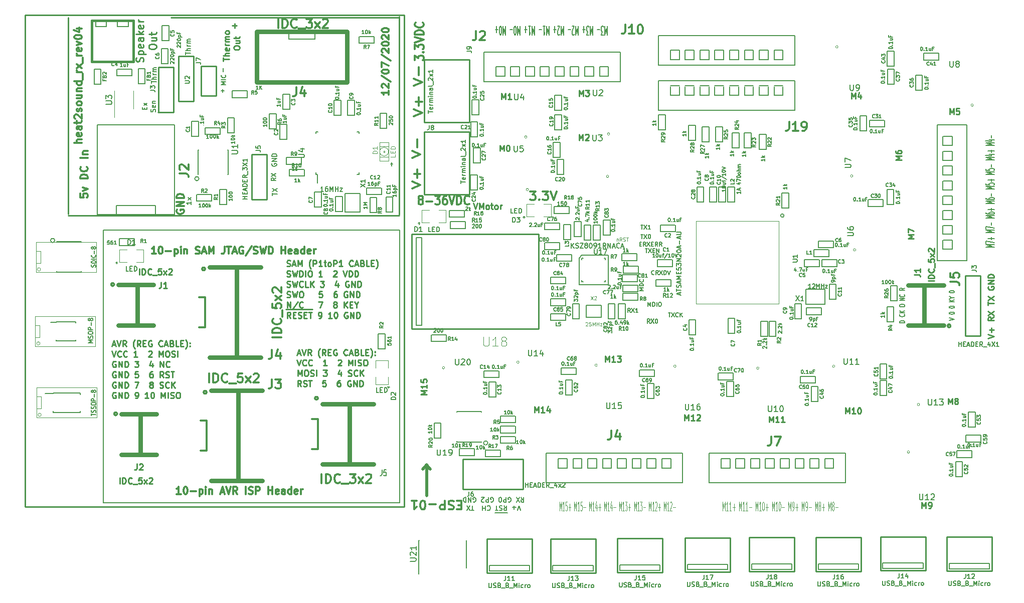
<source format=gto>
G04 #@! TF.GenerationSoftware,KiCad,Pcbnew,5.1.5-52549c5~86~ubuntu18.04.1*
G04 #@! TF.CreationDate,2020-12-07T22:29:05-08:00*
G04 #@! TF.ProjectId,multiple_PCBs,6d756c74-6970-46c6-955f-504342732e6b,rev?*
G04 #@! TF.SameCoordinates,Original*
G04 #@! TF.FileFunction,Legend,Top*
G04 #@! TF.FilePolarity,Positive*
%FSLAX46Y46*%
G04 Gerber Fmt 4.6, Leading zero omitted, Abs format (unit mm)*
G04 Created by KiCad (PCBNEW 5.1.5-52549c5~86~ubuntu18.04.1) date 2020-12-07 22:29:05*
%MOMM*%
%LPD*%
G04 APERTURE LIST*
%ADD10C,0.254000*%
%ADD11C,0.162500*%
%ADD12C,0.175000*%
%ADD13C,0.250000*%
%ADD14C,0.300000*%
%ADD15C,0.150000*%
%ADD16C,0.200000*%
%ADD17C,0.317500*%
%ADD18C,0.304800*%
%ADD19C,0.500000*%
%ADD20C,0.125000*%
%ADD21C,0.099060*%
%ADD22C,0.762000*%
%ADD23C,0.127000*%
%ADD24C,0.120000*%
%ADD25C,0.381000*%
%ADD26C,0.066040*%
%ADD27C,0.101600*%
%ADD28C,0.200660*%
%ADD29C,0.149860*%
%ADD30C,0.187500*%
%ADD31C,0.190500*%
%ADD32C,0.088900*%
%ADD33C,0.100000*%
G04 APERTURE END LIST*
D10*
X137000000Y-59000000D02*
X201000000Y-59000000D01*
X201000000Y-142000000D02*
X201000000Y-59000000D01*
X137000000Y-142000000D02*
X201000000Y-142000000D01*
X137000000Y-59000000D02*
X137000000Y-142000000D01*
D11*
X148151904Y-126642142D02*
X148151904Y-126270714D01*
X148951904Y-126456428D02*
X148151904Y-126456428D01*
X148913809Y-126085000D02*
X148951904Y-125992142D01*
X148951904Y-125837380D01*
X148913809Y-125775476D01*
X148875714Y-125744523D01*
X148799523Y-125713571D01*
X148723333Y-125713571D01*
X148647142Y-125744523D01*
X148609047Y-125775476D01*
X148570952Y-125837380D01*
X148532857Y-125961190D01*
X148494761Y-126023095D01*
X148456666Y-126054047D01*
X148380476Y-126085000D01*
X148304285Y-126085000D01*
X148228095Y-126054047D01*
X148190000Y-126023095D01*
X148151904Y-125961190D01*
X148151904Y-125806428D01*
X148190000Y-125713571D01*
X148913809Y-125465952D02*
X148951904Y-125373095D01*
X148951904Y-125218333D01*
X148913809Y-125156428D01*
X148875714Y-125125476D01*
X148799523Y-125094523D01*
X148723333Y-125094523D01*
X148647142Y-125125476D01*
X148609047Y-125156428D01*
X148570952Y-125218333D01*
X148532857Y-125342142D01*
X148494761Y-125404047D01*
X148456666Y-125435000D01*
X148380476Y-125465952D01*
X148304285Y-125465952D01*
X148228095Y-125435000D01*
X148190000Y-125404047D01*
X148151904Y-125342142D01*
X148151904Y-125187380D01*
X148190000Y-125094523D01*
X148151904Y-124692142D02*
X148151904Y-124568333D01*
X148190000Y-124506428D01*
X148266190Y-124444523D01*
X148418571Y-124413571D01*
X148685238Y-124413571D01*
X148837619Y-124444523D01*
X148913809Y-124506428D01*
X148951904Y-124568333D01*
X148951904Y-124692142D01*
X148913809Y-124754047D01*
X148837619Y-124815952D01*
X148685238Y-124846904D01*
X148418571Y-124846904D01*
X148266190Y-124815952D01*
X148190000Y-124754047D01*
X148151904Y-124692142D01*
X148951904Y-124135000D02*
X148151904Y-124135000D01*
X148151904Y-123887380D01*
X148190000Y-123825476D01*
X148228095Y-123794523D01*
X148304285Y-123763571D01*
X148418571Y-123763571D01*
X148494761Y-123794523D01*
X148532857Y-123825476D01*
X148570952Y-123887380D01*
X148570952Y-124135000D01*
X148647142Y-123485000D02*
X148647142Y-122989761D01*
X148494761Y-122587380D02*
X148456666Y-122649285D01*
X148418571Y-122680238D01*
X148342380Y-122711190D01*
X148304285Y-122711190D01*
X148228095Y-122680238D01*
X148190000Y-122649285D01*
X148151904Y-122587380D01*
X148151904Y-122463571D01*
X148190000Y-122401666D01*
X148228095Y-122370714D01*
X148304285Y-122339761D01*
X148342380Y-122339761D01*
X148418571Y-122370714D01*
X148456666Y-122401666D01*
X148494761Y-122463571D01*
X148494761Y-122587380D01*
X148532857Y-122649285D01*
X148570952Y-122680238D01*
X148647142Y-122711190D01*
X148799523Y-122711190D01*
X148875714Y-122680238D01*
X148913809Y-122649285D01*
X148951904Y-122587380D01*
X148951904Y-122463571D01*
X148913809Y-122401666D01*
X148875714Y-122370714D01*
X148799523Y-122339761D01*
X148647142Y-122339761D01*
X148570952Y-122370714D01*
X148532857Y-122401666D01*
X148494761Y-122463571D01*
D12*
X148443904Y-114318000D02*
X147643904Y-114318000D01*
X148215333Y-114084666D01*
X147643904Y-113851333D01*
X148443904Y-113851333D01*
X148405809Y-113551333D02*
X148443904Y-113451333D01*
X148443904Y-113284666D01*
X148405809Y-113218000D01*
X148367714Y-113184666D01*
X148291523Y-113151333D01*
X148215333Y-113151333D01*
X148139142Y-113184666D01*
X148101047Y-113218000D01*
X148062952Y-113284666D01*
X148024857Y-113418000D01*
X147986761Y-113484666D01*
X147948666Y-113518000D01*
X147872476Y-113551333D01*
X147796285Y-113551333D01*
X147720095Y-113518000D01*
X147682000Y-113484666D01*
X147643904Y-113418000D01*
X147643904Y-113251333D01*
X147682000Y-113151333D01*
X147643904Y-112718000D02*
X147643904Y-112584666D01*
X147682000Y-112518000D01*
X147758190Y-112451333D01*
X147910571Y-112418000D01*
X148177238Y-112418000D01*
X148329619Y-112451333D01*
X148405809Y-112518000D01*
X148443904Y-112584666D01*
X148443904Y-112718000D01*
X148405809Y-112784666D01*
X148329619Y-112851333D01*
X148177238Y-112884666D01*
X147910571Y-112884666D01*
X147758190Y-112851333D01*
X147682000Y-112784666D01*
X147643904Y-112718000D01*
X148443904Y-112118000D02*
X147643904Y-112118000D01*
X147643904Y-111851333D01*
X147682000Y-111784666D01*
X147720095Y-111751333D01*
X147796285Y-111718000D01*
X147910571Y-111718000D01*
X147986761Y-111751333D01*
X148024857Y-111784666D01*
X148062952Y-111851333D01*
X148062952Y-112118000D01*
X148139142Y-111418000D02*
X148139142Y-110884666D01*
X147986761Y-110451333D02*
X147948666Y-110518000D01*
X147910571Y-110551333D01*
X147834380Y-110584666D01*
X147796285Y-110584666D01*
X147720095Y-110551333D01*
X147682000Y-110518000D01*
X147643904Y-110451333D01*
X147643904Y-110318000D01*
X147682000Y-110251333D01*
X147720095Y-110218000D01*
X147796285Y-110184666D01*
X147834380Y-110184666D01*
X147910571Y-110218000D01*
X147948666Y-110251333D01*
X147986761Y-110318000D01*
X147986761Y-110451333D01*
X148024857Y-110518000D01*
X148062952Y-110551333D01*
X148139142Y-110584666D01*
X148291523Y-110584666D01*
X148367714Y-110551333D01*
X148405809Y-110518000D01*
X148443904Y-110451333D01*
X148443904Y-110318000D01*
X148405809Y-110251333D01*
X148367714Y-110218000D01*
X148291523Y-110184666D01*
X148139142Y-110184666D01*
X148062952Y-110218000D01*
X148024857Y-110251333D01*
X147986761Y-110318000D01*
D11*
X148873333Y-101539857D02*
X148906666Y-101447000D01*
X148906666Y-101292238D01*
X148873333Y-101230333D01*
X148840000Y-101199380D01*
X148773333Y-101168428D01*
X148706666Y-101168428D01*
X148640000Y-101199380D01*
X148606666Y-101230333D01*
X148573333Y-101292238D01*
X148540000Y-101416047D01*
X148506666Y-101477952D01*
X148473333Y-101508904D01*
X148406666Y-101539857D01*
X148340000Y-101539857D01*
X148273333Y-101508904D01*
X148240000Y-101477952D01*
X148206666Y-101416047D01*
X148206666Y-101261285D01*
X148240000Y-101168428D01*
X148206666Y-100766047D02*
X148206666Y-100642238D01*
X148240000Y-100580333D01*
X148306666Y-100518428D01*
X148440000Y-100487476D01*
X148673333Y-100487476D01*
X148806666Y-100518428D01*
X148873333Y-100580333D01*
X148906666Y-100642238D01*
X148906666Y-100766047D01*
X148873333Y-100827952D01*
X148806666Y-100889857D01*
X148673333Y-100920809D01*
X148440000Y-100920809D01*
X148306666Y-100889857D01*
X148240000Y-100827952D01*
X148206666Y-100766047D01*
X148906666Y-100208904D02*
X148206666Y-100208904D01*
X148840000Y-99527952D02*
X148873333Y-99558904D01*
X148906666Y-99651761D01*
X148906666Y-99713666D01*
X148873333Y-99806523D01*
X148806666Y-99868428D01*
X148740000Y-99899380D01*
X148606666Y-99930333D01*
X148506666Y-99930333D01*
X148373333Y-99899380D01*
X148306666Y-99868428D01*
X148240000Y-99806523D01*
X148206666Y-99713666D01*
X148206666Y-99651761D01*
X148240000Y-99558904D01*
X148273333Y-99527952D01*
X148640000Y-99249380D02*
X148640000Y-98754142D01*
X148506666Y-98351761D02*
X148473333Y-98413666D01*
X148440000Y-98444619D01*
X148373333Y-98475571D01*
X148340000Y-98475571D01*
X148273333Y-98444619D01*
X148240000Y-98413666D01*
X148206666Y-98351761D01*
X148206666Y-98227952D01*
X148240000Y-98166047D01*
X148273333Y-98135095D01*
X148340000Y-98104142D01*
X148373333Y-98104142D01*
X148440000Y-98135095D01*
X148473333Y-98166047D01*
X148506666Y-98227952D01*
X148506666Y-98351761D01*
X148540000Y-98413666D01*
X148573333Y-98444619D01*
X148640000Y-98475571D01*
X148773333Y-98475571D01*
X148840000Y-98444619D01*
X148873333Y-98413666D01*
X148906666Y-98351761D01*
X148906666Y-98227952D01*
X148873333Y-98166047D01*
X148840000Y-98135095D01*
X148773333Y-98104142D01*
X148640000Y-98104142D01*
X148573333Y-98135095D01*
X148540000Y-98166047D01*
X148506666Y-98227952D01*
D13*
X182978976Y-116159666D02*
X183455166Y-116159666D01*
X182883738Y-116445380D02*
X183217071Y-115445380D01*
X183550404Y-116445380D01*
X183740880Y-115445380D02*
X184074214Y-116445380D01*
X184407547Y-115445380D01*
X185312309Y-116445380D02*
X184978976Y-115969190D01*
X184740880Y-116445380D02*
X184740880Y-115445380D01*
X185121833Y-115445380D01*
X185217071Y-115493000D01*
X185264690Y-115540619D01*
X185312309Y-115635857D01*
X185312309Y-115778714D01*
X185264690Y-115873952D01*
X185217071Y-115921571D01*
X185121833Y-115969190D01*
X184740880Y-115969190D01*
X186788500Y-116826333D02*
X186740880Y-116778714D01*
X186645642Y-116635857D01*
X186598023Y-116540619D01*
X186550404Y-116397761D01*
X186502785Y-116159666D01*
X186502785Y-115969190D01*
X186550404Y-115731095D01*
X186598023Y-115588238D01*
X186645642Y-115493000D01*
X186740880Y-115350142D01*
X186788500Y-115302523D01*
X187740880Y-116445380D02*
X187407547Y-115969190D01*
X187169452Y-116445380D02*
X187169452Y-115445380D01*
X187550404Y-115445380D01*
X187645642Y-115493000D01*
X187693261Y-115540619D01*
X187740880Y-115635857D01*
X187740880Y-115778714D01*
X187693261Y-115873952D01*
X187645642Y-115921571D01*
X187550404Y-115969190D01*
X187169452Y-115969190D01*
X188169452Y-115921571D02*
X188502785Y-115921571D01*
X188645642Y-116445380D02*
X188169452Y-116445380D01*
X188169452Y-115445380D01*
X188645642Y-115445380D01*
X189598023Y-115493000D02*
X189502785Y-115445380D01*
X189359928Y-115445380D01*
X189217071Y-115493000D01*
X189121833Y-115588238D01*
X189074214Y-115683476D01*
X189026595Y-115873952D01*
X189026595Y-116016809D01*
X189074214Y-116207285D01*
X189121833Y-116302523D01*
X189217071Y-116397761D01*
X189359928Y-116445380D01*
X189455166Y-116445380D01*
X189598023Y-116397761D01*
X189645642Y-116350142D01*
X189645642Y-116016809D01*
X189455166Y-116016809D01*
X191407547Y-116350142D02*
X191359928Y-116397761D01*
X191217071Y-116445380D01*
X191121833Y-116445380D01*
X190978976Y-116397761D01*
X190883738Y-116302523D01*
X190836119Y-116207285D01*
X190788500Y-116016809D01*
X190788500Y-115873952D01*
X190836119Y-115683476D01*
X190883738Y-115588238D01*
X190978976Y-115493000D01*
X191121833Y-115445380D01*
X191217071Y-115445380D01*
X191359928Y-115493000D01*
X191407547Y-115540619D01*
X191788500Y-116159666D02*
X192264690Y-116159666D01*
X191693261Y-116445380D02*
X192026595Y-115445380D01*
X192359928Y-116445380D01*
X193026595Y-115921571D02*
X193169452Y-115969190D01*
X193217071Y-116016809D01*
X193264690Y-116112047D01*
X193264690Y-116254904D01*
X193217071Y-116350142D01*
X193169452Y-116397761D01*
X193074214Y-116445380D01*
X192693261Y-116445380D01*
X192693261Y-115445380D01*
X193026595Y-115445380D01*
X193121833Y-115493000D01*
X193169452Y-115540619D01*
X193217071Y-115635857D01*
X193217071Y-115731095D01*
X193169452Y-115826333D01*
X193121833Y-115873952D01*
X193026595Y-115921571D01*
X192693261Y-115921571D01*
X194169452Y-116445380D02*
X193693261Y-116445380D01*
X193693261Y-115445380D01*
X194502785Y-115921571D02*
X194836119Y-115921571D01*
X194978976Y-116445380D02*
X194502785Y-116445380D01*
X194502785Y-115445380D01*
X194978976Y-115445380D01*
X195312309Y-116826333D02*
X195359928Y-116778714D01*
X195455166Y-116635857D01*
X195502785Y-116540619D01*
X195550404Y-116397761D01*
X195598023Y-116159666D01*
X195598023Y-115969190D01*
X195550404Y-115731095D01*
X195502785Y-115588238D01*
X195455166Y-115493000D01*
X195359928Y-115350142D01*
X195312309Y-115302523D01*
X196074214Y-116350142D02*
X196121833Y-116397761D01*
X196074214Y-116445380D01*
X196026595Y-116397761D01*
X196074214Y-116350142D01*
X196074214Y-116445380D01*
X196074214Y-115826333D02*
X196121833Y-115873952D01*
X196074214Y-115921571D01*
X196026595Y-115873952D01*
X196074214Y-115826333D01*
X196074214Y-115921571D01*
X182883738Y-117195380D02*
X183217071Y-118195380D01*
X183550404Y-117195380D01*
X184455166Y-118100142D02*
X184407547Y-118147761D01*
X184264690Y-118195380D01*
X184169452Y-118195380D01*
X184026595Y-118147761D01*
X183931357Y-118052523D01*
X183883738Y-117957285D01*
X183836119Y-117766809D01*
X183836119Y-117623952D01*
X183883738Y-117433476D01*
X183931357Y-117338238D01*
X184026595Y-117243000D01*
X184169452Y-117195380D01*
X184264690Y-117195380D01*
X184407547Y-117243000D01*
X184455166Y-117290619D01*
X185455166Y-118100142D02*
X185407547Y-118147761D01*
X185264690Y-118195380D01*
X185169452Y-118195380D01*
X185026595Y-118147761D01*
X184931357Y-118052523D01*
X184883738Y-117957285D01*
X184836119Y-117766809D01*
X184836119Y-117623952D01*
X184883738Y-117433476D01*
X184931357Y-117338238D01*
X185026595Y-117243000D01*
X185169452Y-117195380D01*
X185264690Y-117195380D01*
X185407547Y-117243000D01*
X185455166Y-117290619D01*
X187931357Y-118195380D02*
X187359928Y-118195380D01*
X187645642Y-118195380D02*
X187645642Y-117195380D01*
X187550404Y-117338238D01*
X187455166Y-117433476D01*
X187359928Y-117481095D01*
X189836119Y-117290619D02*
X189883738Y-117243000D01*
X189978976Y-117195380D01*
X190217071Y-117195380D01*
X190312309Y-117243000D01*
X190359928Y-117290619D01*
X190407547Y-117385857D01*
X190407547Y-117481095D01*
X190359928Y-117623952D01*
X189788500Y-118195380D01*
X190407547Y-118195380D01*
X191598023Y-118195380D02*
X191598023Y-117195380D01*
X191931357Y-117909666D01*
X192264690Y-117195380D01*
X192264690Y-118195380D01*
X192740880Y-118195380D02*
X192740880Y-117195380D01*
X193169452Y-118147761D02*
X193312309Y-118195380D01*
X193550404Y-118195380D01*
X193645642Y-118147761D01*
X193693261Y-118100142D01*
X193740880Y-118004904D01*
X193740880Y-117909666D01*
X193693261Y-117814428D01*
X193645642Y-117766809D01*
X193550404Y-117719190D01*
X193359928Y-117671571D01*
X193264690Y-117623952D01*
X193217071Y-117576333D01*
X193169452Y-117481095D01*
X193169452Y-117385857D01*
X193217071Y-117290619D01*
X193264690Y-117243000D01*
X193359928Y-117195380D01*
X193598023Y-117195380D01*
X193740880Y-117243000D01*
X194359928Y-117195380D02*
X194550404Y-117195380D01*
X194645642Y-117243000D01*
X194740880Y-117338238D01*
X194788500Y-117528714D01*
X194788500Y-117862047D01*
X194740880Y-118052523D01*
X194645642Y-118147761D01*
X194550404Y-118195380D01*
X194359928Y-118195380D01*
X194264690Y-118147761D01*
X194169452Y-118052523D01*
X194121833Y-117862047D01*
X194121833Y-117528714D01*
X194169452Y-117338238D01*
X194264690Y-117243000D01*
X194359928Y-117195380D01*
X183026595Y-119945380D02*
X183026595Y-118945380D01*
X183359928Y-119659666D01*
X183693261Y-118945380D01*
X183693261Y-119945380D01*
X184359928Y-118945380D02*
X184550404Y-118945380D01*
X184645642Y-118993000D01*
X184740880Y-119088238D01*
X184788500Y-119278714D01*
X184788500Y-119612047D01*
X184740880Y-119802523D01*
X184645642Y-119897761D01*
X184550404Y-119945380D01*
X184359928Y-119945380D01*
X184264690Y-119897761D01*
X184169452Y-119802523D01*
X184121833Y-119612047D01*
X184121833Y-119278714D01*
X184169452Y-119088238D01*
X184264690Y-118993000D01*
X184359928Y-118945380D01*
X185169452Y-119897761D02*
X185312309Y-119945380D01*
X185550404Y-119945380D01*
X185645642Y-119897761D01*
X185693261Y-119850142D01*
X185740880Y-119754904D01*
X185740880Y-119659666D01*
X185693261Y-119564428D01*
X185645642Y-119516809D01*
X185550404Y-119469190D01*
X185359928Y-119421571D01*
X185264690Y-119373952D01*
X185217071Y-119326333D01*
X185169452Y-119231095D01*
X185169452Y-119135857D01*
X185217071Y-119040619D01*
X185264690Y-118993000D01*
X185359928Y-118945380D01*
X185598023Y-118945380D01*
X185740880Y-118993000D01*
X186169452Y-119945380D02*
X186169452Y-118945380D01*
X187312309Y-118945380D02*
X187931357Y-118945380D01*
X187598023Y-119326333D01*
X187740880Y-119326333D01*
X187836119Y-119373952D01*
X187883738Y-119421571D01*
X187931357Y-119516809D01*
X187931357Y-119754904D01*
X187883738Y-119850142D01*
X187836119Y-119897761D01*
X187740880Y-119945380D01*
X187455166Y-119945380D01*
X187359928Y-119897761D01*
X187312309Y-119850142D01*
X190312309Y-119278714D02*
X190312309Y-119945380D01*
X190074214Y-118897761D02*
X189836119Y-119612047D01*
X190455166Y-119612047D01*
X191550404Y-119897761D02*
X191693261Y-119945380D01*
X191931357Y-119945380D01*
X192026595Y-119897761D01*
X192074214Y-119850142D01*
X192121833Y-119754904D01*
X192121833Y-119659666D01*
X192074214Y-119564428D01*
X192026595Y-119516809D01*
X191931357Y-119469190D01*
X191740880Y-119421571D01*
X191645642Y-119373952D01*
X191598023Y-119326333D01*
X191550404Y-119231095D01*
X191550404Y-119135857D01*
X191598023Y-119040619D01*
X191645642Y-118993000D01*
X191740880Y-118945380D01*
X191978976Y-118945380D01*
X192121833Y-118993000D01*
X193121833Y-119850142D02*
X193074214Y-119897761D01*
X192931357Y-119945380D01*
X192836119Y-119945380D01*
X192693261Y-119897761D01*
X192598023Y-119802523D01*
X192550404Y-119707285D01*
X192502785Y-119516809D01*
X192502785Y-119373952D01*
X192550404Y-119183476D01*
X192598023Y-119088238D01*
X192693261Y-118993000D01*
X192836119Y-118945380D01*
X192931357Y-118945380D01*
X193074214Y-118993000D01*
X193121833Y-119040619D01*
X193550404Y-119945380D02*
X193550404Y-118945380D01*
X194121833Y-119945380D02*
X193693261Y-119373952D01*
X194121833Y-118945380D02*
X193550404Y-119516809D01*
X183598023Y-121695380D02*
X183264690Y-121219190D01*
X183026595Y-121695380D02*
X183026595Y-120695380D01*
X183407547Y-120695380D01*
X183502785Y-120743000D01*
X183550404Y-120790619D01*
X183598023Y-120885857D01*
X183598023Y-121028714D01*
X183550404Y-121123952D01*
X183502785Y-121171571D01*
X183407547Y-121219190D01*
X183026595Y-121219190D01*
X183978976Y-121647761D02*
X184121833Y-121695380D01*
X184359928Y-121695380D01*
X184455166Y-121647761D01*
X184502785Y-121600142D01*
X184550404Y-121504904D01*
X184550404Y-121409666D01*
X184502785Y-121314428D01*
X184455166Y-121266809D01*
X184359928Y-121219190D01*
X184169452Y-121171571D01*
X184074214Y-121123952D01*
X184026595Y-121076333D01*
X183978976Y-120981095D01*
X183978976Y-120885857D01*
X184026595Y-120790619D01*
X184074214Y-120743000D01*
X184169452Y-120695380D01*
X184407547Y-120695380D01*
X184550404Y-120743000D01*
X184836119Y-120695380D02*
X185407547Y-120695380D01*
X185121833Y-121695380D02*
X185121833Y-120695380D01*
X187740880Y-120695380D02*
X187264690Y-120695380D01*
X187217071Y-121171571D01*
X187264690Y-121123952D01*
X187359928Y-121076333D01*
X187598023Y-121076333D01*
X187693261Y-121123952D01*
X187740880Y-121171571D01*
X187788500Y-121266809D01*
X187788500Y-121504904D01*
X187740880Y-121600142D01*
X187693261Y-121647761D01*
X187598023Y-121695380D01*
X187359928Y-121695380D01*
X187264690Y-121647761D01*
X187217071Y-121600142D01*
X190169452Y-120695380D02*
X189978976Y-120695380D01*
X189883738Y-120743000D01*
X189836119Y-120790619D01*
X189740880Y-120933476D01*
X189693261Y-121123952D01*
X189693261Y-121504904D01*
X189740880Y-121600142D01*
X189788500Y-121647761D01*
X189883738Y-121695380D01*
X190074214Y-121695380D01*
X190169452Y-121647761D01*
X190217071Y-121600142D01*
X190264690Y-121504904D01*
X190264690Y-121266809D01*
X190217071Y-121171571D01*
X190169452Y-121123952D01*
X190074214Y-121076333D01*
X189883738Y-121076333D01*
X189788500Y-121123952D01*
X189740880Y-121171571D01*
X189693261Y-121266809D01*
X191978976Y-120743000D02*
X191883738Y-120695380D01*
X191740880Y-120695380D01*
X191598023Y-120743000D01*
X191502785Y-120838238D01*
X191455166Y-120933476D01*
X191407547Y-121123952D01*
X191407547Y-121266809D01*
X191455166Y-121457285D01*
X191502785Y-121552523D01*
X191598023Y-121647761D01*
X191740880Y-121695380D01*
X191836119Y-121695380D01*
X191978976Y-121647761D01*
X192026595Y-121600142D01*
X192026595Y-121266809D01*
X191836119Y-121266809D01*
X192455166Y-121695380D02*
X192455166Y-120695380D01*
X193026595Y-121695380D01*
X193026595Y-120695380D01*
X193502785Y-121695380D02*
X193502785Y-120695380D01*
X193740880Y-120695380D01*
X193883738Y-120743000D01*
X193978976Y-120838238D01*
X194026595Y-120933476D01*
X194074214Y-121123952D01*
X194074214Y-121266809D01*
X194026595Y-121457285D01*
X193978976Y-121552523D01*
X193883738Y-121647761D01*
X193740880Y-121695380D01*
X193502785Y-121695380D01*
D14*
X163281714Y-139880857D02*
X162596000Y-139880857D01*
X162938857Y-139880857D02*
X162938857Y-138680857D01*
X162824571Y-138852285D01*
X162710285Y-138966571D01*
X162596000Y-139023714D01*
X164024571Y-138680857D02*
X164138857Y-138680857D01*
X164253142Y-138738000D01*
X164310285Y-138795142D01*
X164367428Y-138909428D01*
X164424571Y-139138000D01*
X164424571Y-139423714D01*
X164367428Y-139652285D01*
X164310285Y-139766571D01*
X164253142Y-139823714D01*
X164138857Y-139880857D01*
X164024571Y-139880857D01*
X163910285Y-139823714D01*
X163853142Y-139766571D01*
X163796000Y-139652285D01*
X163738857Y-139423714D01*
X163738857Y-139138000D01*
X163796000Y-138909428D01*
X163853142Y-138795142D01*
X163910285Y-138738000D01*
X164024571Y-138680857D01*
X164938857Y-139423714D02*
X165853142Y-139423714D01*
X166424571Y-139080857D02*
X166424571Y-140280857D01*
X166424571Y-139138000D02*
X166538857Y-139080857D01*
X166767428Y-139080857D01*
X166881714Y-139138000D01*
X166938857Y-139195142D01*
X166996000Y-139309428D01*
X166996000Y-139652285D01*
X166938857Y-139766571D01*
X166881714Y-139823714D01*
X166767428Y-139880857D01*
X166538857Y-139880857D01*
X166424571Y-139823714D01*
X167510285Y-139880857D02*
X167510285Y-139080857D01*
X167510285Y-138680857D02*
X167453142Y-138738000D01*
X167510285Y-138795142D01*
X167567428Y-138738000D01*
X167510285Y-138680857D01*
X167510285Y-138795142D01*
X168081714Y-139080857D02*
X168081714Y-139880857D01*
X168081714Y-139195142D02*
X168138857Y-139138000D01*
X168253142Y-139080857D01*
X168424571Y-139080857D01*
X168538857Y-139138000D01*
X168596000Y-139252285D01*
X168596000Y-139880857D01*
X170024571Y-139538000D02*
X170596000Y-139538000D01*
X169910285Y-139880857D02*
X170310285Y-138680857D01*
X170710285Y-139880857D01*
X170938857Y-138680857D02*
X171338857Y-139880857D01*
X171738857Y-138680857D01*
X172824571Y-139880857D02*
X172424571Y-139309428D01*
X172138857Y-139880857D02*
X172138857Y-138680857D01*
X172596000Y-138680857D01*
X172710285Y-138738000D01*
X172767428Y-138795142D01*
X172824571Y-138909428D01*
X172824571Y-139080857D01*
X172767428Y-139195142D01*
X172710285Y-139252285D01*
X172596000Y-139309428D01*
X172138857Y-139309428D01*
X174253142Y-139880857D02*
X174253142Y-138680857D01*
X174767428Y-139823714D02*
X174938857Y-139880857D01*
X175224571Y-139880857D01*
X175338857Y-139823714D01*
X175396000Y-139766571D01*
X175453142Y-139652285D01*
X175453142Y-139538000D01*
X175396000Y-139423714D01*
X175338857Y-139366571D01*
X175224571Y-139309428D01*
X174996000Y-139252285D01*
X174881714Y-139195142D01*
X174824571Y-139138000D01*
X174767428Y-139023714D01*
X174767428Y-138909428D01*
X174824571Y-138795142D01*
X174881714Y-138738000D01*
X174996000Y-138680857D01*
X175281714Y-138680857D01*
X175453142Y-138738000D01*
X175967428Y-139880857D02*
X175967428Y-138680857D01*
X176424571Y-138680857D01*
X176538857Y-138738000D01*
X176596000Y-138795142D01*
X176653142Y-138909428D01*
X176653142Y-139080857D01*
X176596000Y-139195142D01*
X176538857Y-139252285D01*
X176424571Y-139309428D01*
X175967428Y-139309428D01*
X178081714Y-139880857D02*
X178081714Y-138680857D01*
X178081714Y-139252285D02*
X178767428Y-139252285D01*
X178767428Y-139880857D02*
X178767428Y-138680857D01*
X179796000Y-139823714D02*
X179681714Y-139880857D01*
X179453142Y-139880857D01*
X179338857Y-139823714D01*
X179281714Y-139709428D01*
X179281714Y-139252285D01*
X179338857Y-139138000D01*
X179453142Y-139080857D01*
X179681714Y-139080857D01*
X179796000Y-139138000D01*
X179853142Y-139252285D01*
X179853142Y-139366571D01*
X179281714Y-139480857D01*
X180881714Y-139880857D02*
X180881714Y-139252285D01*
X180824571Y-139138000D01*
X180710285Y-139080857D01*
X180481714Y-139080857D01*
X180367428Y-139138000D01*
X180881714Y-139823714D02*
X180767428Y-139880857D01*
X180481714Y-139880857D01*
X180367428Y-139823714D01*
X180310285Y-139709428D01*
X180310285Y-139595142D01*
X180367428Y-139480857D01*
X180481714Y-139423714D01*
X180767428Y-139423714D01*
X180881714Y-139366571D01*
X181967428Y-139880857D02*
X181967428Y-138680857D01*
X181967428Y-139823714D02*
X181853142Y-139880857D01*
X181624571Y-139880857D01*
X181510285Y-139823714D01*
X181453142Y-139766571D01*
X181396000Y-139652285D01*
X181396000Y-139309428D01*
X181453142Y-139195142D01*
X181510285Y-139138000D01*
X181624571Y-139080857D01*
X181853142Y-139080857D01*
X181967428Y-139138000D01*
X182996000Y-139823714D02*
X182881714Y-139880857D01*
X182653142Y-139880857D01*
X182538857Y-139823714D01*
X182481714Y-139709428D01*
X182481714Y-139252285D01*
X182538857Y-139138000D01*
X182653142Y-139080857D01*
X182881714Y-139080857D01*
X182996000Y-139138000D01*
X183053142Y-139252285D01*
X183053142Y-139366571D01*
X182481714Y-139480857D01*
X183567428Y-139880857D02*
X183567428Y-139080857D01*
X183567428Y-139309428D02*
X183624571Y-139195142D01*
X183681714Y-139138000D01*
X183796000Y-139080857D01*
X183910285Y-139080857D01*
D15*
X150196000Y-141338000D02*
X150196000Y-95338000D01*
X200196000Y-141338000D02*
X150196000Y-141338000D01*
X200196000Y-95338000D02*
X200196000Y-141338000D01*
X150196000Y-95338000D02*
X200196000Y-95338000D01*
D13*
X151736976Y-114663666D02*
X152213166Y-114663666D01*
X151641738Y-114949380D02*
X151975071Y-113949380D01*
X152308404Y-114949380D01*
X152498880Y-113949380D02*
X152832214Y-114949380D01*
X153165547Y-113949380D01*
X154070309Y-114949380D02*
X153736976Y-114473190D01*
X153498880Y-114949380D02*
X153498880Y-113949380D01*
X153879833Y-113949380D01*
X153975071Y-113997000D01*
X154022690Y-114044619D01*
X154070309Y-114139857D01*
X154070309Y-114282714D01*
X154022690Y-114377952D01*
X153975071Y-114425571D01*
X153879833Y-114473190D01*
X153498880Y-114473190D01*
X155546500Y-115330333D02*
X155498880Y-115282714D01*
X155403642Y-115139857D01*
X155356023Y-115044619D01*
X155308404Y-114901761D01*
X155260785Y-114663666D01*
X155260785Y-114473190D01*
X155308404Y-114235095D01*
X155356023Y-114092238D01*
X155403642Y-113997000D01*
X155498880Y-113854142D01*
X155546500Y-113806523D01*
X156498880Y-114949380D02*
X156165547Y-114473190D01*
X155927452Y-114949380D02*
X155927452Y-113949380D01*
X156308404Y-113949380D01*
X156403642Y-113997000D01*
X156451261Y-114044619D01*
X156498880Y-114139857D01*
X156498880Y-114282714D01*
X156451261Y-114377952D01*
X156403642Y-114425571D01*
X156308404Y-114473190D01*
X155927452Y-114473190D01*
X156927452Y-114425571D02*
X157260785Y-114425571D01*
X157403642Y-114949380D02*
X156927452Y-114949380D01*
X156927452Y-113949380D01*
X157403642Y-113949380D01*
X158356023Y-113997000D02*
X158260785Y-113949380D01*
X158117928Y-113949380D01*
X157975071Y-113997000D01*
X157879833Y-114092238D01*
X157832214Y-114187476D01*
X157784595Y-114377952D01*
X157784595Y-114520809D01*
X157832214Y-114711285D01*
X157879833Y-114806523D01*
X157975071Y-114901761D01*
X158117928Y-114949380D01*
X158213166Y-114949380D01*
X158356023Y-114901761D01*
X158403642Y-114854142D01*
X158403642Y-114520809D01*
X158213166Y-114520809D01*
X160165547Y-114854142D02*
X160117928Y-114901761D01*
X159975071Y-114949380D01*
X159879833Y-114949380D01*
X159736976Y-114901761D01*
X159641738Y-114806523D01*
X159594119Y-114711285D01*
X159546500Y-114520809D01*
X159546500Y-114377952D01*
X159594119Y-114187476D01*
X159641738Y-114092238D01*
X159736976Y-113997000D01*
X159879833Y-113949380D01*
X159975071Y-113949380D01*
X160117928Y-113997000D01*
X160165547Y-114044619D01*
X160546500Y-114663666D02*
X161022690Y-114663666D01*
X160451261Y-114949380D02*
X160784595Y-113949380D01*
X161117928Y-114949380D01*
X161784595Y-114425571D02*
X161927452Y-114473190D01*
X161975071Y-114520809D01*
X162022690Y-114616047D01*
X162022690Y-114758904D01*
X161975071Y-114854142D01*
X161927452Y-114901761D01*
X161832214Y-114949380D01*
X161451261Y-114949380D01*
X161451261Y-113949380D01*
X161784595Y-113949380D01*
X161879833Y-113997000D01*
X161927452Y-114044619D01*
X161975071Y-114139857D01*
X161975071Y-114235095D01*
X161927452Y-114330333D01*
X161879833Y-114377952D01*
X161784595Y-114425571D01*
X161451261Y-114425571D01*
X162927452Y-114949380D02*
X162451261Y-114949380D01*
X162451261Y-113949380D01*
X163260785Y-114425571D02*
X163594119Y-114425571D01*
X163736976Y-114949380D02*
X163260785Y-114949380D01*
X163260785Y-113949380D01*
X163736976Y-113949380D01*
X164070309Y-115330333D02*
X164117928Y-115282714D01*
X164213166Y-115139857D01*
X164260785Y-115044619D01*
X164308404Y-114901761D01*
X164356023Y-114663666D01*
X164356023Y-114473190D01*
X164308404Y-114235095D01*
X164260785Y-114092238D01*
X164213166Y-113997000D01*
X164117928Y-113854142D01*
X164070309Y-113806523D01*
X164832214Y-114854142D02*
X164879833Y-114901761D01*
X164832214Y-114949380D01*
X164784595Y-114901761D01*
X164832214Y-114854142D01*
X164832214Y-114949380D01*
X164832214Y-114330333D02*
X164879833Y-114377952D01*
X164832214Y-114425571D01*
X164784595Y-114377952D01*
X164832214Y-114330333D01*
X164832214Y-114425571D01*
X151641738Y-115699380D02*
X151975071Y-116699380D01*
X152308404Y-115699380D01*
X153213166Y-116604142D02*
X153165547Y-116651761D01*
X153022690Y-116699380D01*
X152927452Y-116699380D01*
X152784595Y-116651761D01*
X152689357Y-116556523D01*
X152641738Y-116461285D01*
X152594119Y-116270809D01*
X152594119Y-116127952D01*
X152641738Y-115937476D01*
X152689357Y-115842238D01*
X152784595Y-115747000D01*
X152927452Y-115699380D01*
X153022690Y-115699380D01*
X153165547Y-115747000D01*
X153213166Y-115794619D01*
X154213166Y-116604142D02*
X154165547Y-116651761D01*
X154022690Y-116699380D01*
X153927452Y-116699380D01*
X153784595Y-116651761D01*
X153689357Y-116556523D01*
X153641738Y-116461285D01*
X153594119Y-116270809D01*
X153594119Y-116127952D01*
X153641738Y-115937476D01*
X153689357Y-115842238D01*
X153784595Y-115747000D01*
X153927452Y-115699380D01*
X154022690Y-115699380D01*
X154165547Y-115747000D01*
X154213166Y-115794619D01*
X155927452Y-116699380D02*
X155356023Y-116699380D01*
X155641738Y-116699380D02*
X155641738Y-115699380D01*
X155546500Y-115842238D01*
X155451261Y-115937476D01*
X155356023Y-115985095D01*
X157832214Y-115794619D02*
X157879833Y-115747000D01*
X157975071Y-115699380D01*
X158213166Y-115699380D01*
X158308404Y-115747000D01*
X158356023Y-115794619D01*
X158403642Y-115889857D01*
X158403642Y-115985095D01*
X158356023Y-116127952D01*
X157784595Y-116699380D01*
X158403642Y-116699380D01*
X159594119Y-116699380D02*
X159594119Y-115699380D01*
X159927452Y-116413666D01*
X160260785Y-115699380D01*
X160260785Y-116699380D01*
X160927452Y-115699380D02*
X161117928Y-115699380D01*
X161213166Y-115747000D01*
X161308404Y-115842238D01*
X161356023Y-116032714D01*
X161356023Y-116366047D01*
X161308404Y-116556523D01*
X161213166Y-116651761D01*
X161117928Y-116699380D01*
X160927452Y-116699380D01*
X160832214Y-116651761D01*
X160736976Y-116556523D01*
X160689357Y-116366047D01*
X160689357Y-116032714D01*
X160736976Y-115842238D01*
X160832214Y-115747000D01*
X160927452Y-115699380D01*
X161736976Y-116651761D02*
X161879833Y-116699380D01*
X162117928Y-116699380D01*
X162213166Y-116651761D01*
X162260785Y-116604142D01*
X162308404Y-116508904D01*
X162308404Y-116413666D01*
X162260785Y-116318428D01*
X162213166Y-116270809D01*
X162117928Y-116223190D01*
X161927452Y-116175571D01*
X161832214Y-116127952D01*
X161784595Y-116080333D01*
X161736976Y-115985095D01*
X161736976Y-115889857D01*
X161784595Y-115794619D01*
X161832214Y-115747000D01*
X161927452Y-115699380D01*
X162165547Y-115699380D01*
X162308404Y-115747000D01*
X162736976Y-116699380D02*
X162736976Y-115699380D01*
X152308404Y-117497000D02*
X152213166Y-117449380D01*
X152070309Y-117449380D01*
X151927452Y-117497000D01*
X151832214Y-117592238D01*
X151784595Y-117687476D01*
X151736976Y-117877952D01*
X151736976Y-118020809D01*
X151784595Y-118211285D01*
X151832214Y-118306523D01*
X151927452Y-118401761D01*
X152070309Y-118449380D01*
X152165547Y-118449380D01*
X152308404Y-118401761D01*
X152356023Y-118354142D01*
X152356023Y-118020809D01*
X152165547Y-118020809D01*
X152784595Y-118449380D02*
X152784595Y-117449380D01*
X153356023Y-118449380D01*
X153356023Y-117449380D01*
X153832214Y-118449380D02*
X153832214Y-117449380D01*
X154070309Y-117449380D01*
X154213166Y-117497000D01*
X154308404Y-117592238D01*
X154356023Y-117687476D01*
X154403642Y-117877952D01*
X154403642Y-118020809D01*
X154356023Y-118211285D01*
X154308404Y-118306523D01*
X154213166Y-118401761D01*
X154070309Y-118449380D01*
X153832214Y-118449380D01*
X155498880Y-117449380D02*
X156117928Y-117449380D01*
X155784595Y-117830333D01*
X155927452Y-117830333D01*
X156022690Y-117877952D01*
X156070309Y-117925571D01*
X156117928Y-118020809D01*
X156117928Y-118258904D01*
X156070309Y-118354142D01*
X156022690Y-118401761D01*
X155927452Y-118449380D01*
X155641738Y-118449380D01*
X155546500Y-118401761D01*
X155498880Y-118354142D01*
X158498880Y-117782714D02*
X158498880Y-118449380D01*
X158260785Y-117401761D02*
X158022690Y-118116047D01*
X158641738Y-118116047D01*
X159784595Y-118449380D02*
X159784595Y-117449380D01*
X160356023Y-118449380D01*
X160356023Y-117449380D01*
X161403642Y-118354142D02*
X161356023Y-118401761D01*
X161213166Y-118449380D01*
X161117928Y-118449380D01*
X160975071Y-118401761D01*
X160879833Y-118306523D01*
X160832214Y-118211285D01*
X160784595Y-118020809D01*
X160784595Y-117877952D01*
X160832214Y-117687476D01*
X160879833Y-117592238D01*
X160975071Y-117497000D01*
X161117928Y-117449380D01*
X161213166Y-117449380D01*
X161356023Y-117497000D01*
X161403642Y-117544619D01*
X152308404Y-119247000D02*
X152213166Y-119199380D01*
X152070309Y-119199380D01*
X151927452Y-119247000D01*
X151832214Y-119342238D01*
X151784595Y-119437476D01*
X151736976Y-119627952D01*
X151736976Y-119770809D01*
X151784595Y-119961285D01*
X151832214Y-120056523D01*
X151927452Y-120151761D01*
X152070309Y-120199380D01*
X152165547Y-120199380D01*
X152308404Y-120151761D01*
X152356023Y-120104142D01*
X152356023Y-119770809D01*
X152165547Y-119770809D01*
X152784595Y-120199380D02*
X152784595Y-119199380D01*
X153356023Y-120199380D01*
X153356023Y-119199380D01*
X153832214Y-120199380D02*
X153832214Y-119199380D01*
X154070309Y-119199380D01*
X154213166Y-119247000D01*
X154308404Y-119342238D01*
X154356023Y-119437476D01*
X154403642Y-119627952D01*
X154403642Y-119770809D01*
X154356023Y-119961285D01*
X154308404Y-120056523D01*
X154213166Y-120151761D01*
X154070309Y-120199380D01*
X153832214Y-120199380D01*
X156070309Y-119199380D02*
X155594119Y-119199380D01*
X155546500Y-119675571D01*
X155594119Y-119627952D01*
X155689357Y-119580333D01*
X155927452Y-119580333D01*
X156022690Y-119627952D01*
X156070309Y-119675571D01*
X156117928Y-119770809D01*
X156117928Y-120008904D01*
X156070309Y-120104142D01*
X156022690Y-120151761D01*
X155927452Y-120199380D01*
X155689357Y-120199380D01*
X155594119Y-120151761D01*
X155546500Y-120104142D01*
X158498880Y-119199380D02*
X158308404Y-119199380D01*
X158213166Y-119247000D01*
X158165547Y-119294619D01*
X158070309Y-119437476D01*
X158022690Y-119627952D01*
X158022690Y-120008904D01*
X158070309Y-120104142D01*
X158117928Y-120151761D01*
X158213166Y-120199380D01*
X158403642Y-120199380D01*
X158498880Y-120151761D01*
X158546500Y-120104142D01*
X158594119Y-120008904D01*
X158594119Y-119770809D01*
X158546500Y-119675571D01*
X158498880Y-119627952D01*
X158403642Y-119580333D01*
X158213166Y-119580333D01*
X158117928Y-119627952D01*
X158070309Y-119675571D01*
X158022690Y-119770809D01*
X160356023Y-120199380D02*
X160022690Y-119723190D01*
X159784595Y-120199380D02*
X159784595Y-119199380D01*
X160165547Y-119199380D01*
X160260785Y-119247000D01*
X160308404Y-119294619D01*
X160356023Y-119389857D01*
X160356023Y-119532714D01*
X160308404Y-119627952D01*
X160260785Y-119675571D01*
X160165547Y-119723190D01*
X159784595Y-119723190D01*
X160736976Y-120151761D02*
X160879833Y-120199380D01*
X161117928Y-120199380D01*
X161213166Y-120151761D01*
X161260785Y-120104142D01*
X161308404Y-120008904D01*
X161308404Y-119913666D01*
X161260785Y-119818428D01*
X161213166Y-119770809D01*
X161117928Y-119723190D01*
X160927452Y-119675571D01*
X160832214Y-119627952D01*
X160784595Y-119580333D01*
X160736976Y-119485095D01*
X160736976Y-119389857D01*
X160784595Y-119294619D01*
X160832214Y-119247000D01*
X160927452Y-119199380D01*
X161165547Y-119199380D01*
X161308404Y-119247000D01*
X161594119Y-119199380D02*
X162165547Y-119199380D01*
X161879833Y-120199380D02*
X161879833Y-119199380D01*
X152308404Y-120997000D02*
X152213166Y-120949380D01*
X152070309Y-120949380D01*
X151927452Y-120997000D01*
X151832214Y-121092238D01*
X151784595Y-121187476D01*
X151736976Y-121377952D01*
X151736976Y-121520809D01*
X151784595Y-121711285D01*
X151832214Y-121806523D01*
X151927452Y-121901761D01*
X152070309Y-121949380D01*
X152165547Y-121949380D01*
X152308404Y-121901761D01*
X152356023Y-121854142D01*
X152356023Y-121520809D01*
X152165547Y-121520809D01*
X152784595Y-121949380D02*
X152784595Y-120949380D01*
X153356023Y-121949380D01*
X153356023Y-120949380D01*
X153832214Y-121949380D02*
X153832214Y-120949380D01*
X154070309Y-120949380D01*
X154213166Y-120997000D01*
X154308404Y-121092238D01*
X154356023Y-121187476D01*
X154403642Y-121377952D01*
X154403642Y-121520809D01*
X154356023Y-121711285D01*
X154308404Y-121806523D01*
X154213166Y-121901761D01*
X154070309Y-121949380D01*
X153832214Y-121949380D01*
X155498880Y-120949380D02*
X156165547Y-120949380D01*
X155736976Y-121949380D01*
X158213166Y-121377952D02*
X158117928Y-121330333D01*
X158070309Y-121282714D01*
X158022690Y-121187476D01*
X158022690Y-121139857D01*
X158070309Y-121044619D01*
X158117928Y-120997000D01*
X158213166Y-120949380D01*
X158403642Y-120949380D01*
X158498880Y-120997000D01*
X158546500Y-121044619D01*
X158594119Y-121139857D01*
X158594119Y-121187476D01*
X158546500Y-121282714D01*
X158498880Y-121330333D01*
X158403642Y-121377952D01*
X158213166Y-121377952D01*
X158117928Y-121425571D01*
X158070309Y-121473190D01*
X158022690Y-121568428D01*
X158022690Y-121758904D01*
X158070309Y-121854142D01*
X158117928Y-121901761D01*
X158213166Y-121949380D01*
X158403642Y-121949380D01*
X158498880Y-121901761D01*
X158546500Y-121854142D01*
X158594119Y-121758904D01*
X158594119Y-121568428D01*
X158546500Y-121473190D01*
X158498880Y-121425571D01*
X158403642Y-121377952D01*
X159736976Y-121901761D02*
X159879833Y-121949380D01*
X160117928Y-121949380D01*
X160213166Y-121901761D01*
X160260785Y-121854142D01*
X160308404Y-121758904D01*
X160308404Y-121663666D01*
X160260785Y-121568428D01*
X160213166Y-121520809D01*
X160117928Y-121473190D01*
X159927452Y-121425571D01*
X159832214Y-121377952D01*
X159784595Y-121330333D01*
X159736976Y-121235095D01*
X159736976Y-121139857D01*
X159784595Y-121044619D01*
X159832214Y-120997000D01*
X159927452Y-120949380D01*
X160165547Y-120949380D01*
X160308404Y-120997000D01*
X161308404Y-121854142D02*
X161260785Y-121901761D01*
X161117928Y-121949380D01*
X161022690Y-121949380D01*
X160879833Y-121901761D01*
X160784595Y-121806523D01*
X160736976Y-121711285D01*
X160689357Y-121520809D01*
X160689357Y-121377952D01*
X160736976Y-121187476D01*
X160784595Y-121092238D01*
X160879833Y-120997000D01*
X161022690Y-120949380D01*
X161117928Y-120949380D01*
X161260785Y-120997000D01*
X161308404Y-121044619D01*
X161736976Y-121949380D02*
X161736976Y-120949380D01*
X162308404Y-121949380D02*
X161879833Y-121377952D01*
X162308404Y-120949380D02*
X161736976Y-121520809D01*
X152308404Y-122747000D02*
X152213166Y-122699380D01*
X152070309Y-122699380D01*
X151927452Y-122747000D01*
X151832214Y-122842238D01*
X151784595Y-122937476D01*
X151736976Y-123127952D01*
X151736976Y-123270809D01*
X151784595Y-123461285D01*
X151832214Y-123556523D01*
X151927452Y-123651761D01*
X152070309Y-123699380D01*
X152165547Y-123699380D01*
X152308404Y-123651761D01*
X152356023Y-123604142D01*
X152356023Y-123270809D01*
X152165547Y-123270809D01*
X152784595Y-123699380D02*
X152784595Y-122699380D01*
X153356023Y-123699380D01*
X153356023Y-122699380D01*
X153832214Y-123699380D02*
X153832214Y-122699380D01*
X154070309Y-122699380D01*
X154213166Y-122747000D01*
X154308404Y-122842238D01*
X154356023Y-122937476D01*
X154403642Y-123127952D01*
X154403642Y-123270809D01*
X154356023Y-123461285D01*
X154308404Y-123556523D01*
X154213166Y-123651761D01*
X154070309Y-123699380D01*
X153832214Y-123699380D01*
X155641738Y-123699380D02*
X155832214Y-123699380D01*
X155927452Y-123651761D01*
X155975071Y-123604142D01*
X156070309Y-123461285D01*
X156117928Y-123270809D01*
X156117928Y-122889857D01*
X156070309Y-122794619D01*
X156022690Y-122747000D01*
X155927452Y-122699380D01*
X155736976Y-122699380D01*
X155641738Y-122747000D01*
X155594119Y-122794619D01*
X155546500Y-122889857D01*
X155546500Y-123127952D01*
X155594119Y-123223190D01*
X155641738Y-123270809D01*
X155736976Y-123318428D01*
X155927452Y-123318428D01*
X156022690Y-123270809D01*
X156070309Y-123223190D01*
X156117928Y-123127952D01*
X157832214Y-123699380D02*
X157260785Y-123699380D01*
X157546500Y-123699380D02*
X157546500Y-122699380D01*
X157451261Y-122842238D01*
X157356023Y-122937476D01*
X157260785Y-122985095D01*
X158451261Y-122699380D02*
X158546500Y-122699380D01*
X158641738Y-122747000D01*
X158689357Y-122794619D01*
X158736976Y-122889857D01*
X158784595Y-123080333D01*
X158784595Y-123318428D01*
X158736976Y-123508904D01*
X158689357Y-123604142D01*
X158641738Y-123651761D01*
X158546500Y-123699380D01*
X158451261Y-123699380D01*
X158356023Y-123651761D01*
X158308404Y-123604142D01*
X158260785Y-123508904D01*
X158213166Y-123318428D01*
X158213166Y-123080333D01*
X158260785Y-122889857D01*
X158308404Y-122794619D01*
X158356023Y-122747000D01*
X158451261Y-122699380D01*
X159975071Y-123699380D02*
X159975071Y-122699380D01*
X160308404Y-123413666D01*
X160641738Y-122699380D01*
X160641738Y-123699380D01*
X161117928Y-123699380D02*
X161117928Y-122699380D01*
X161546500Y-123651761D02*
X161689357Y-123699380D01*
X161927452Y-123699380D01*
X162022690Y-123651761D01*
X162070309Y-123604142D01*
X162117928Y-123508904D01*
X162117928Y-123413666D01*
X162070309Y-123318428D01*
X162022690Y-123270809D01*
X161927452Y-123223190D01*
X161736976Y-123175571D01*
X161641738Y-123127952D01*
X161594119Y-123080333D01*
X161546500Y-122985095D01*
X161546500Y-122889857D01*
X161594119Y-122794619D01*
X161641738Y-122747000D01*
X161736976Y-122699380D01*
X161975071Y-122699380D01*
X162117928Y-122747000D01*
X162736976Y-122699380D02*
X162927452Y-122699380D01*
X163022690Y-122747000D01*
X163117928Y-122842238D01*
X163165547Y-123032714D01*
X163165547Y-123366047D01*
X163117928Y-123556523D01*
X163022690Y-123651761D01*
X162927452Y-123699380D01*
X162736976Y-123699380D01*
X162641738Y-123651761D01*
X162546500Y-123556523D01*
X162498880Y-123366047D01*
X162498880Y-123032714D01*
X162546500Y-122842238D01*
X162641738Y-122747000D01*
X162736976Y-122699380D01*
X181200976Y-101367761D02*
X181343833Y-101415380D01*
X181581928Y-101415380D01*
X181677166Y-101367761D01*
X181724785Y-101320142D01*
X181772404Y-101224904D01*
X181772404Y-101129666D01*
X181724785Y-101034428D01*
X181677166Y-100986809D01*
X181581928Y-100939190D01*
X181391452Y-100891571D01*
X181296214Y-100843952D01*
X181248595Y-100796333D01*
X181200976Y-100701095D01*
X181200976Y-100605857D01*
X181248595Y-100510619D01*
X181296214Y-100463000D01*
X181391452Y-100415380D01*
X181629547Y-100415380D01*
X181772404Y-100463000D01*
X182153357Y-101129666D02*
X182629547Y-101129666D01*
X182058119Y-101415380D02*
X182391452Y-100415380D01*
X182724785Y-101415380D01*
X183058119Y-101415380D02*
X183058119Y-100415380D01*
X183391452Y-101129666D01*
X183724785Y-100415380D01*
X183724785Y-101415380D01*
X185248595Y-101796333D02*
X185200976Y-101748714D01*
X185105738Y-101605857D01*
X185058119Y-101510619D01*
X185010500Y-101367761D01*
X184962880Y-101129666D01*
X184962880Y-100939190D01*
X185010500Y-100701095D01*
X185058119Y-100558238D01*
X185105738Y-100463000D01*
X185200976Y-100320142D01*
X185248595Y-100272523D01*
X185629547Y-101415380D02*
X185629547Y-100415380D01*
X186010500Y-100415380D01*
X186105738Y-100463000D01*
X186153357Y-100510619D01*
X186200976Y-100605857D01*
X186200976Y-100748714D01*
X186153357Y-100843952D01*
X186105738Y-100891571D01*
X186010500Y-100939190D01*
X185629547Y-100939190D01*
X187153357Y-101415380D02*
X186581928Y-101415380D01*
X186867642Y-101415380D02*
X186867642Y-100415380D01*
X186772404Y-100558238D01*
X186677166Y-100653476D01*
X186581928Y-100701095D01*
X187439071Y-100748714D02*
X187820023Y-100748714D01*
X187581928Y-100415380D02*
X187581928Y-101272523D01*
X187629547Y-101367761D01*
X187724785Y-101415380D01*
X187820023Y-101415380D01*
X188296214Y-101415380D02*
X188200976Y-101367761D01*
X188153357Y-101320142D01*
X188105738Y-101224904D01*
X188105738Y-100939190D01*
X188153357Y-100843952D01*
X188200976Y-100796333D01*
X188296214Y-100748714D01*
X188439071Y-100748714D01*
X188534309Y-100796333D01*
X188581928Y-100843952D01*
X188629547Y-100939190D01*
X188629547Y-101224904D01*
X188581928Y-101320142D01*
X188534309Y-101367761D01*
X188439071Y-101415380D01*
X188296214Y-101415380D01*
X189058119Y-101415380D02*
X189058119Y-100415380D01*
X189439071Y-100415380D01*
X189534309Y-100463000D01*
X189581928Y-100510619D01*
X189629547Y-100605857D01*
X189629547Y-100748714D01*
X189581928Y-100843952D01*
X189534309Y-100891571D01*
X189439071Y-100939190D01*
X189058119Y-100939190D01*
X190581928Y-101415380D02*
X190010500Y-101415380D01*
X190296214Y-101415380D02*
X190296214Y-100415380D01*
X190200976Y-100558238D01*
X190105738Y-100653476D01*
X190010500Y-100701095D01*
X192343833Y-101320142D02*
X192296214Y-101367761D01*
X192153357Y-101415380D01*
X192058119Y-101415380D01*
X191915261Y-101367761D01*
X191820023Y-101272523D01*
X191772404Y-101177285D01*
X191724785Y-100986809D01*
X191724785Y-100843952D01*
X191772404Y-100653476D01*
X191820023Y-100558238D01*
X191915261Y-100463000D01*
X192058119Y-100415380D01*
X192153357Y-100415380D01*
X192296214Y-100463000D01*
X192343833Y-100510619D01*
X192724785Y-101129666D02*
X193200976Y-101129666D01*
X192629547Y-101415380D02*
X192962880Y-100415380D01*
X193296214Y-101415380D01*
X193962880Y-100891571D02*
X194105738Y-100939190D01*
X194153357Y-100986809D01*
X194200976Y-101082047D01*
X194200976Y-101224904D01*
X194153357Y-101320142D01*
X194105738Y-101367761D01*
X194010500Y-101415380D01*
X193629547Y-101415380D01*
X193629547Y-100415380D01*
X193962880Y-100415380D01*
X194058119Y-100463000D01*
X194105738Y-100510619D01*
X194153357Y-100605857D01*
X194153357Y-100701095D01*
X194105738Y-100796333D01*
X194058119Y-100843952D01*
X193962880Y-100891571D01*
X193629547Y-100891571D01*
X195105738Y-101415380D02*
X194629547Y-101415380D01*
X194629547Y-100415380D01*
X195439071Y-100891571D02*
X195772404Y-100891571D01*
X195915261Y-101415380D02*
X195439071Y-101415380D01*
X195439071Y-100415380D01*
X195915261Y-100415380D01*
X196248595Y-101796333D02*
X196296214Y-101748714D01*
X196391452Y-101605857D01*
X196439071Y-101510619D01*
X196486690Y-101367761D01*
X196534309Y-101129666D01*
X196534309Y-100939190D01*
X196486690Y-100701095D01*
X196439071Y-100558238D01*
X196391452Y-100463000D01*
X196296214Y-100320142D01*
X196248595Y-100272523D01*
X181200976Y-103117761D02*
X181343833Y-103165380D01*
X181581928Y-103165380D01*
X181677166Y-103117761D01*
X181724785Y-103070142D01*
X181772404Y-102974904D01*
X181772404Y-102879666D01*
X181724785Y-102784428D01*
X181677166Y-102736809D01*
X181581928Y-102689190D01*
X181391452Y-102641571D01*
X181296214Y-102593952D01*
X181248595Y-102546333D01*
X181200976Y-102451095D01*
X181200976Y-102355857D01*
X181248595Y-102260619D01*
X181296214Y-102213000D01*
X181391452Y-102165380D01*
X181629547Y-102165380D01*
X181772404Y-102213000D01*
X182105738Y-102165380D02*
X182343833Y-103165380D01*
X182534309Y-102451095D01*
X182724785Y-103165380D01*
X182962880Y-102165380D01*
X183343833Y-103165380D02*
X183343833Y-102165380D01*
X183581928Y-102165380D01*
X183724785Y-102213000D01*
X183820023Y-102308238D01*
X183867642Y-102403476D01*
X183915261Y-102593952D01*
X183915261Y-102736809D01*
X183867642Y-102927285D01*
X183820023Y-103022523D01*
X183724785Y-103117761D01*
X183581928Y-103165380D01*
X183343833Y-103165380D01*
X184343833Y-103165380D02*
X184343833Y-102165380D01*
X185010500Y-102165380D02*
X185200976Y-102165380D01*
X185296214Y-102213000D01*
X185391452Y-102308238D01*
X185439071Y-102498714D01*
X185439071Y-102832047D01*
X185391452Y-103022523D01*
X185296214Y-103117761D01*
X185200976Y-103165380D01*
X185010500Y-103165380D01*
X184915261Y-103117761D01*
X184820023Y-103022523D01*
X184772404Y-102832047D01*
X184772404Y-102498714D01*
X184820023Y-102308238D01*
X184915261Y-102213000D01*
X185010500Y-102165380D01*
X187153357Y-103165380D02*
X186581928Y-103165380D01*
X186867642Y-103165380D02*
X186867642Y-102165380D01*
X186772404Y-102308238D01*
X186677166Y-102403476D01*
X186581928Y-102451095D01*
X189058119Y-102260619D02*
X189105738Y-102213000D01*
X189200976Y-102165380D01*
X189439071Y-102165380D01*
X189534309Y-102213000D01*
X189581928Y-102260619D01*
X189629547Y-102355857D01*
X189629547Y-102451095D01*
X189581928Y-102593952D01*
X189010500Y-103165380D01*
X189629547Y-103165380D01*
X190677166Y-102165380D02*
X191010500Y-103165380D01*
X191343833Y-102165380D01*
X191677166Y-103165380D02*
X191677166Y-102165380D01*
X191915261Y-102165380D01*
X192058119Y-102213000D01*
X192153357Y-102308238D01*
X192200976Y-102403476D01*
X192248595Y-102593952D01*
X192248595Y-102736809D01*
X192200976Y-102927285D01*
X192153357Y-103022523D01*
X192058119Y-103117761D01*
X191915261Y-103165380D01*
X191677166Y-103165380D01*
X192677166Y-103165380D02*
X192677166Y-102165380D01*
X192915261Y-102165380D01*
X193058119Y-102213000D01*
X193153357Y-102308238D01*
X193200976Y-102403476D01*
X193248595Y-102593952D01*
X193248595Y-102736809D01*
X193200976Y-102927285D01*
X193153357Y-103022523D01*
X193058119Y-103117761D01*
X192915261Y-103165380D01*
X192677166Y-103165380D01*
X181200976Y-104867761D02*
X181343833Y-104915380D01*
X181581928Y-104915380D01*
X181677166Y-104867761D01*
X181724785Y-104820142D01*
X181772404Y-104724904D01*
X181772404Y-104629666D01*
X181724785Y-104534428D01*
X181677166Y-104486809D01*
X181581928Y-104439190D01*
X181391452Y-104391571D01*
X181296214Y-104343952D01*
X181248595Y-104296333D01*
X181200976Y-104201095D01*
X181200976Y-104105857D01*
X181248595Y-104010619D01*
X181296214Y-103963000D01*
X181391452Y-103915380D01*
X181629547Y-103915380D01*
X181772404Y-103963000D01*
X182105738Y-103915380D02*
X182343833Y-104915380D01*
X182534309Y-104201095D01*
X182724785Y-104915380D01*
X182962880Y-103915380D01*
X183915261Y-104820142D02*
X183867642Y-104867761D01*
X183724785Y-104915380D01*
X183629547Y-104915380D01*
X183486690Y-104867761D01*
X183391452Y-104772523D01*
X183343833Y-104677285D01*
X183296214Y-104486809D01*
X183296214Y-104343952D01*
X183343833Y-104153476D01*
X183391452Y-104058238D01*
X183486690Y-103963000D01*
X183629547Y-103915380D01*
X183724785Y-103915380D01*
X183867642Y-103963000D01*
X183915261Y-104010619D01*
X184820023Y-104915380D02*
X184343833Y-104915380D01*
X184343833Y-103915380D01*
X185153357Y-104915380D02*
X185153357Y-103915380D01*
X185724785Y-104915380D02*
X185296214Y-104343952D01*
X185724785Y-103915380D02*
X185153357Y-104486809D01*
X186820023Y-103915380D02*
X187439071Y-103915380D01*
X187105738Y-104296333D01*
X187248595Y-104296333D01*
X187343833Y-104343952D01*
X187391452Y-104391571D01*
X187439071Y-104486809D01*
X187439071Y-104724904D01*
X187391452Y-104820142D01*
X187343833Y-104867761D01*
X187248595Y-104915380D01*
X186962880Y-104915380D01*
X186867642Y-104867761D01*
X186820023Y-104820142D01*
X189820023Y-104248714D02*
X189820023Y-104915380D01*
X189581928Y-103867761D02*
X189343833Y-104582047D01*
X189962880Y-104582047D01*
X191629547Y-103963000D02*
X191534309Y-103915380D01*
X191391452Y-103915380D01*
X191248595Y-103963000D01*
X191153357Y-104058238D01*
X191105738Y-104153476D01*
X191058119Y-104343952D01*
X191058119Y-104486809D01*
X191105738Y-104677285D01*
X191153357Y-104772523D01*
X191248595Y-104867761D01*
X191391452Y-104915380D01*
X191486690Y-104915380D01*
X191629547Y-104867761D01*
X191677166Y-104820142D01*
X191677166Y-104486809D01*
X191486690Y-104486809D01*
X192105738Y-104915380D02*
X192105738Y-103915380D01*
X192677166Y-104915380D01*
X192677166Y-103915380D01*
X193153357Y-104915380D02*
X193153357Y-103915380D01*
X193391452Y-103915380D01*
X193534309Y-103963000D01*
X193629547Y-104058238D01*
X193677166Y-104153476D01*
X193724785Y-104343952D01*
X193724785Y-104486809D01*
X193677166Y-104677285D01*
X193629547Y-104772523D01*
X193534309Y-104867761D01*
X193391452Y-104915380D01*
X193153357Y-104915380D01*
X181200976Y-106617761D02*
X181343833Y-106665380D01*
X181581928Y-106665380D01*
X181677166Y-106617761D01*
X181724785Y-106570142D01*
X181772404Y-106474904D01*
X181772404Y-106379666D01*
X181724785Y-106284428D01*
X181677166Y-106236809D01*
X181581928Y-106189190D01*
X181391452Y-106141571D01*
X181296214Y-106093952D01*
X181248595Y-106046333D01*
X181200976Y-105951095D01*
X181200976Y-105855857D01*
X181248595Y-105760619D01*
X181296214Y-105713000D01*
X181391452Y-105665380D01*
X181629547Y-105665380D01*
X181772404Y-105713000D01*
X182105738Y-105665380D02*
X182343833Y-106665380D01*
X182534309Y-105951095D01*
X182724785Y-106665380D01*
X182962880Y-105665380D01*
X183534309Y-105665380D02*
X183724785Y-105665380D01*
X183820023Y-105713000D01*
X183915261Y-105808238D01*
X183962880Y-105998714D01*
X183962880Y-106332047D01*
X183915261Y-106522523D01*
X183820023Y-106617761D01*
X183724785Y-106665380D01*
X183534309Y-106665380D01*
X183439071Y-106617761D01*
X183343833Y-106522523D01*
X183296214Y-106332047D01*
X183296214Y-105998714D01*
X183343833Y-105808238D01*
X183439071Y-105713000D01*
X183534309Y-105665380D01*
X187153357Y-105665380D02*
X186677166Y-105665380D01*
X186629547Y-106141571D01*
X186677166Y-106093952D01*
X186772404Y-106046333D01*
X187010500Y-106046333D01*
X187105738Y-106093952D01*
X187153357Y-106141571D01*
X187200976Y-106236809D01*
X187200976Y-106474904D01*
X187153357Y-106570142D01*
X187105738Y-106617761D01*
X187010500Y-106665380D01*
X186772404Y-106665380D01*
X186677166Y-106617761D01*
X186629547Y-106570142D01*
X189581928Y-105665380D02*
X189391452Y-105665380D01*
X189296214Y-105713000D01*
X189248595Y-105760619D01*
X189153357Y-105903476D01*
X189105738Y-106093952D01*
X189105738Y-106474904D01*
X189153357Y-106570142D01*
X189200976Y-106617761D01*
X189296214Y-106665380D01*
X189486690Y-106665380D01*
X189581928Y-106617761D01*
X189629547Y-106570142D01*
X189677166Y-106474904D01*
X189677166Y-106236809D01*
X189629547Y-106141571D01*
X189581928Y-106093952D01*
X189486690Y-106046333D01*
X189296214Y-106046333D01*
X189200976Y-106093952D01*
X189153357Y-106141571D01*
X189105738Y-106236809D01*
X191391452Y-105713000D02*
X191296214Y-105665380D01*
X191153357Y-105665380D01*
X191010500Y-105713000D01*
X190915261Y-105808238D01*
X190867642Y-105903476D01*
X190820023Y-106093952D01*
X190820023Y-106236809D01*
X190867642Y-106427285D01*
X190915261Y-106522523D01*
X191010500Y-106617761D01*
X191153357Y-106665380D01*
X191248595Y-106665380D01*
X191391452Y-106617761D01*
X191439071Y-106570142D01*
X191439071Y-106236809D01*
X191248595Y-106236809D01*
X191867642Y-106665380D02*
X191867642Y-105665380D01*
X192439071Y-106665380D01*
X192439071Y-105665380D01*
X192915261Y-106665380D02*
X192915261Y-105665380D01*
X193153357Y-105665380D01*
X193296214Y-105713000D01*
X193391452Y-105808238D01*
X193439071Y-105903476D01*
X193486690Y-106093952D01*
X193486690Y-106236809D01*
X193439071Y-106427285D01*
X193391452Y-106522523D01*
X193296214Y-106617761D01*
X193153357Y-106665380D01*
X192915261Y-106665380D01*
X181248595Y-108415380D02*
X181248595Y-107415380D01*
X181820023Y-108415380D01*
X181820023Y-107415380D01*
X183010500Y-107367761D02*
X182153357Y-108653476D01*
X183915261Y-108320142D02*
X183867642Y-108367761D01*
X183724785Y-108415380D01*
X183629547Y-108415380D01*
X183486690Y-108367761D01*
X183391452Y-108272523D01*
X183343833Y-108177285D01*
X183296214Y-107986809D01*
X183296214Y-107843952D01*
X183343833Y-107653476D01*
X183391452Y-107558238D01*
X183486690Y-107463000D01*
X183629547Y-107415380D01*
X183724785Y-107415380D01*
X183867642Y-107463000D01*
X183915261Y-107510619D01*
X186534309Y-107415380D02*
X187200976Y-107415380D01*
X186772404Y-108415380D01*
X189248595Y-107843952D02*
X189153357Y-107796333D01*
X189105738Y-107748714D01*
X189058119Y-107653476D01*
X189058119Y-107605857D01*
X189105738Y-107510619D01*
X189153357Y-107463000D01*
X189248595Y-107415380D01*
X189439071Y-107415380D01*
X189534309Y-107463000D01*
X189581928Y-107510619D01*
X189629547Y-107605857D01*
X189629547Y-107653476D01*
X189581928Y-107748714D01*
X189534309Y-107796333D01*
X189439071Y-107843952D01*
X189248595Y-107843952D01*
X189153357Y-107891571D01*
X189105738Y-107939190D01*
X189058119Y-108034428D01*
X189058119Y-108224904D01*
X189105738Y-108320142D01*
X189153357Y-108367761D01*
X189248595Y-108415380D01*
X189439071Y-108415380D01*
X189534309Y-108367761D01*
X189581928Y-108320142D01*
X189629547Y-108224904D01*
X189629547Y-108034428D01*
X189581928Y-107939190D01*
X189534309Y-107891571D01*
X189439071Y-107843952D01*
X190820023Y-108415380D02*
X190820023Y-107415380D01*
X191391452Y-108415380D02*
X190962880Y-107843952D01*
X191391452Y-107415380D02*
X190820023Y-107986809D01*
X191820023Y-107891571D02*
X192153357Y-107891571D01*
X192296214Y-108415380D02*
X191820023Y-108415380D01*
X191820023Y-107415380D01*
X192296214Y-107415380D01*
X192915261Y-107939190D02*
X192915261Y-108415380D01*
X192581928Y-107415380D02*
X192915261Y-107939190D01*
X193248595Y-107415380D01*
X181010500Y-108668000D02*
X182010500Y-108668000D01*
X181820023Y-110165380D02*
X181486690Y-109689190D01*
X181248595Y-110165380D02*
X181248595Y-109165380D01*
X181629547Y-109165380D01*
X181724785Y-109213000D01*
X181772404Y-109260619D01*
X181820023Y-109355857D01*
X181820023Y-109498714D01*
X181772404Y-109593952D01*
X181724785Y-109641571D01*
X181629547Y-109689190D01*
X181248595Y-109689190D01*
X182010500Y-108668000D02*
X182915261Y-108668000D01*
X182248595Y-109641571D02*
X182581928Y-109641571D01*
X182724785Y-110165380D02*
X182248595Y-110165380D01*
X182248595Y-109165380D01*
X182724785Y-109165380D01*
X182915261Y-108668000D02*
X183867642Y-108668000D01*
X183105738Y-110117761D02*
X183248595Y-110165380D01*
X183486690Y-110165380D01*
X183581928Y-110117761D01*
X183629547Y-110070142D01*
X183677166Y-109974904D01*
X183677166Y-109879666D01*
X183629547Y-109784428D01*
X183581928Y-109736809D01*
X183486690Y-109689190D01*
X183296214Y-109641571D01*
X183200976Y-109593952D01*
X183153357Y-109546333D01*
X183105738Y-109451095D01*
X183105738Y-109355857D01*
X183153357Y-109260619D01*
X183200976Y-109213000D01*
X183296214Y-109165380D01*
X183534309Y-109165380D01*
X183677166Y-109213000D01*
X183867642Y-108668000D02*
X184772404Y-108668000D01*
X184105738Y-109641571D02*
X184439071Y-109641571D01*
X184581928Y-110165380D02*
X184105738Y-110165380D01*
X184105738Y-109165380D01*
X184581928Y-109165380D01*
X184772404Y-108668000D02*
X185534309Y-108668000D01*
X184867642Y-109165380D02*
X185439071Y-109165380D01*
X185153357Y-110165380D02*
X185153357Y-109165380D01*
X186581928Y-110165380D02*
X186772404Y-110165380D01*
X186867642Y-110117761D01*
X186915261Y-110070142D01*
X187010500Y-109927285D01*
X187058119Y-109736809D01*
X187058119Y-109355857D01*
X187010500Y-109260619D01*
X186962880Y-109213000D01*
X186867642Y-109165380D01*
X186677166Y-109165380D01*
X186581928Y-109213000D01*
X186534309Y-109260619D01*
X186486690Y-109355857D01*
X186486690Y-109593952D01*
X186534309Y-109689190D01*
X186581928Y-109736809D01*
X186677166Y-109784428D01*
X186867642Y-109784428D01*
X186962880Y-109736809D01*
X187010500Y-109689190D01*
X187058119Y-109593952D01*
X188772404Y-110165380D02*
X188200976Y-110165380D01*
X188486690Y-110165380D02*
X188486690Y-109165380D01*
X188391452Y-109308238D01*
X188296214Y-109403476D01*
X188200976Y-109451095D01*
X189391452Y-109165380D02*
X189486690Y-109165380D01*
X189581928Y-109213000D01*
X189629547Y-109260619D01*
X189677166Y-109355857D01*
X189724785Y-109546333D01*
X189724785Y-109784428D01*
X189677166Y-109974904D01*
X189629547Y-110070142D01*
X189581928Y-110117761D01*
X189486690Y-110165380D01*
X189391452Y-110165380D01*
X189296214Y-110117761D01*
X189248595Y-110070142D01*
X189200976Y-109974904D01*
X189153357Y-109784428D01*
X189153357Y-109546333D01*
X189200976Y-109355857D01*
X189248595Y-109260619D01*
X189296214Y-109213000D01*
X189391452Y-109165380D01*
X191439071Y-109213000D02*
X191343833Y-109165380D01*
X191200976Y-109165380D01*
X191058119Y-109213000D01*
X190962880Y-109308238D01*
X190915261Y-109403476D01*
X190867642Y-109593952D01*
X190867642Y-109736809D01*
X190915261Y-109927285D01*
X190962880Y-110022523D01*
X191058119Y-110117761D01*
X191200976Y-110165380D01*
X191296214Y-110165380D01*
X191439071Y-110117761D01*
X191486690Y-110070142D01*
X191486690Y-109736809D01*
X191296214Y-109736809D01*
X191915261Y-110165380D02*
X191915261Y-109165380D01*
X192486690Y-110165380D01*
X192486690Y-109165380D01*
X192962880Y-110165380D02*
X192962880Y-109165380D01*
X193200976Y-109165380D01*
X193343833Y-109213000D01*
X193439071Y-109308238D01*
X193486690Y-109403476D01*
X193534309Y-109593952D01*
X193534309Y-109736809D01*
X193486690Y-109927285D01*
X193439071Y-110022523D01*
X193343833Y-110117761D01*
X193200976Y-110165380D01*
X192962880Y-110165380D01*
D14*
X159061714Y-99300857D02*
X158376000Y-99300857D01*
X158718857Y-99300857D02*
X158718857Y-98100857D01*
X158604571Y-98272285D01*
X158490285Y-98386571D01*
X158376000Y-98443714D01*
X159804571Y-98100857D02*
X159918857Y-98100857D01*
X160033142Y-98158000D01*
X160090285Y-98215142D01*
X160147428Y-98329428D01*
X160204571Y-98558000D01*
X160204571Y-98843714D01*
X160147428Y-99072285D01*
X160090285Y-99186571D01*
X160033142Y-99243714D01*
X159918857Y-99300857D01*
X159804571Y-99300857D01*
X159690285Y-99243714D01*
X159633142Y-99186571D01*
X159576000Y-99072285D01*
X159518857Y-98843714D01*
X159518857Y-98558000D01*
X159576000Y-98329428D01*
X159633142Y-98215142D01*
X159690285Y-98158000D01*
X159804571Y-98100857D01*
X160718857Y-98843714D02*
X161633142Y-98843714D01*
X162204571Y-98500857D02*
X162204571Y-99700857D01*
X162204571Y-98558000D02*
X162318857Y-98500857D01*
X162547428Y-98500857D01*
X162661714Y-98558000D01*
X162718857Y-98615142D01*
X162776000Y-98729428D01*
X162776000Y-99072285D01*
X162718857Y-99186571D01*
X162661714Y-99243714D01*
X162547428Y-99300857D01*
X162318857Y-99300857D01*
X162204571Y-99243714D01*
X163290285Y-99300857D02*
X163290285Y-98500857D01*
X163290285Y-98100857D02*
X163233142Y-98158000D01*
X163290285Y-98215142D01*
X163347428Y-98158000D01*
X163290285Y-98100857D01*
X163290285Y-98215142D01*
X163861714Y-98500857D02*
X163861714Y-99300857D01*
X163861714Y-98615142D02*
X163918857Y-98558000D01*
X164033142Y-98500857D01*
X164204571Y-98500857D01*
X164318857Y-98558000D01*
X164376000Y-98672285D01*
X164376000Y-99300857D01*
X165804571Y-99243714D02*
X165976000Y-99300857D01*
X166261714Y-99300857D01*
X166376000Y-99243714D01*
X166433142Y-99186571D01*
X166490285Y-99072285D01*
X166490285Y-98958000D01*
X166433142Y-98843714D01*
X166376000Y-98786571D01*
X166261714Y-98729428D01*
X166033142Y-98672285D01*
X165918857Y-98615142D01*
X165861714Y-98558000D01*
X165804571Y-98443714D01*
X165804571Y-98329428D01*
X165861714Y-98215142D01*
X165918857Y-98158000D01*
X166033142Y-98100857D01*
X166318857Y-98100857D01*
X166490285Y-98158000D01*
X166947428Y-98958000D02*
X167518857Y-98958000D01*
X166833142Y-99300857D02*
X167233142Y-98100857D01*
X167633142Y-99300857D01*
X168033142Y-99300857D02*
X168033142Y-98100857D01*
X168433142Y-98958000D01*
X168833142Y-98100857D01*
X168833142Y-99300857D01*
X170661714Y-98100857D02*
X170661714Y-98958000D01*
X170604571Y-99129428D01*
X170490285Y-99243714D01*
X170318857Y-99300857D01*
X170204571Y-99300857D01*
X171061714Y-98100857D02*
X171747428Y-98100857D01*
X171404571Y-99300857D02*
X171404571Y-98100857D01*
X172090285Y-98958000D02*
X172661714Y-98958000D01*
X171976000Y-99300857D02*
X172376000Y-98100857D01*
X172776000Y-99300857D01*
X173804571Y-98158000D02*
X173690285Y-98100857D01*
X173518857Y-98100857D01*
X173347428Y-98158000D01*
X173233142Y-98272285D01*
X173176000Y-98386571D01*
X173118857Y-98615142D01*
X173118857Y-98786571D01*
X173176000Y-99015142D01*
X173233142Y-99129428D01*
X173347428Y-99243714D01*
X173518857Y-99300857D01*
X173633142Y-99300857D01*
X173804571Y-99243714D01*
X173861714Y-99186571D01*
X173861714Y-98786571D01*
X173633142Y-98786571D01*
X175233142Y-98043714D02*
X174204571Y-99586571D01*
X175576000Y-99243714D02*
X175747428Y-99300857D01*
X176033142Y-99300857D01*
X176147428Y-99243714D01*
X176204571Y-99186571D01*
X176261714Y-99072285D01*
X176261714Y-98958000D01*
X176204571Y-98843714D01*
X176147428Y-98786571D01*
X176033142Y-98729428D01*
X175804571Y-98672285D01*
X175690285Y-98615142D01*
X175633142Y-98558000D01*
X175576000Y-98443714D01*
X175576000Y-98329428D01*
X175633142Y-98215142D01*
X175690285Y-98158000D01*
X175804571Y-98100857D01*
X176090285Y-98100857D01*
X176261714Y-98158000D01*
X176661714Y-98100857D02*
X176947428Y-99300857D01*
X177176000Y-98443714D01*
X177404571Y-99300857D01*
X177690285Y-98100857D01*
X178147428Y-99300857D02*
X178147428Y-98100857D01*
X178433142Y-98100857D01*
X178604571Y-98158000D01*
X178718857Y-98272285D01*
X178776000Y-98386571D01*
X178833142Y-98615142D01*
X178833142Y-98786571D01*
X178776000Y-99015142D01*
X178718857Y-99129428D01*
X178604571Y-99243714D01*
X178433142Y-99300857D01*
X178147428Y-99300857D01*
X180261714Y-99300857D02*
X180261714Y-98100857D01*
X180261714Y-98672285D02*
X180947428Y-98672285D01*
X180947428Y-99300857D02*
X180947428Y-98100857D01*
X181976000Y-99243714D02*
X181861714Y-99300857D01*
X181633142Y-99300857D01*
X181518857Y-99243714D01*
X181461714Y-99129428D01*
X181461714Y-98672285D01*
X181518857Y-98558000D01*
X181633142Y-98500857D01*
X181861714Y-98500857D01*
X181976000Y-98558000D01*
X182033142Y-98672285D01*
X182033142Y-98786571D01*
X181461714Y-98900857D01*
X183061714Y-99300857D02*
X183061714Y-98672285D01*
X183004571Y-98558000D01*
X182890285Y-98500857D01*
X182661714Y-98500857D01*
X182547428Y-98558000D01*
X183061714Y-99243714D02*
X182947428Y-99300857D01*
X182661714Y-99300857D01*
X182547428Y-99243714D01*
X182490285Y-99129428D01*
X182490285Y-99015142D01*
X182547428Y-98900857D01*
X182661714Y-98843714D01*
X182947428Y-98843714D01*
X183061714Y-98786571D01*
X184147428Y-99300857D02*
X184147428Y-98100857D01*
X184147428Y-99243714D02*
X184033142Y-99300857D01*
X183804571Y-99300857D01*
X183690285Y-99243714D01*
X183633142Y-99186571D01*
X183576000Y-99072285D01*
X183576000Y-98729428D01*
X183633142Y-98615142D01*
X183690285Y-98558000D01*
X183804571Y-98500857D01*
X184033142Y-98500857D01*
X184147428Y-98558000D01*
X185176000Y-99243714D02*
X185061714Y-99300857D01*
X184833142Y-99300857D01*
X184718857Y-99243714D01*
X184661714Y-99129428D01*
X184661714Y-98672285D01*
X184718857Y-98558000D01*
X184833142Y-98500857D01*
X185061714Y-98500857D01*
X185176000Y-98558000D01*
X185233142Y-98672285D01*
X185233142Y-98786571D01*
X184661714Y-98900857D01*
X185747428Y-99300857D02*
X185747428Y-98500857D01*
X185747428Y-98729428D02*
X185804571Y-98615142D01*
X185861714Y-98558000D01*
X185976000Y-98500857D01*
X186090285Y-98500857D01*
D16*
X178751904Y-89465523D02*
X178751904Y-89008380D01*
X179551904Y-89236952D02*
X178751904Y-89236952D01*
X178751904Y-88817904D02*
X179551904Y-88284571D01*
X178751904Y-88284571D02*
X179551904Y-88817904D01*
X179351904Y-86489333D02*
X178970952Y-86756000D01*
X179351904Y-86946476D02*
X178551904Y-86946476D01*
X178551904Y-86641714D01*
X178590000Y-86565523D01*
X178628095Y-86527428D01*
X178704285Y-86489333D01*
X178818571Y-86489333D01*
X178894761Y-86527428D01*
X178932857Y-86565523D01*
X178970952Y-86641714D01*
X178970952Y-86946476D01*
X178551904Y-86222666D02*
X179351904Y-85689333D01*
X178551904Y-85689333D02*
X179351904Y-86222666D01*
X178690000Y-84065523D02*
X178651904Y-84141714D01*
X178651904Y-84256000D01*
X178690000Y-84370285D01*
X178766190Y-84446476D01*
X178842380Y-84484571D01*
X178994761Y-84522666D01*
X179109047Y-84522666D01*
X179261428Y-84484571D01*
X179337619Y-84446476D01*
X179413809Y-84370285D01*
X179451904Y-84256000D01*
X179451904Y-84179809D01*
X179413809Y-84065523D01*
X179375714Y-84027428D01*
X179109047Y-84027428D01*
X179109047Y-84179809D01*
X179451904Y-83684571D02*
X178651904Y-83684571D01*
X179451904Y-83227428D01*
X178651904Y-83227428D01*
X179451904Y-82846476D02*
X178651904Y-82846476D01*
X178651904Y-82656000D01*
X178690000Y-82541714D01*
X178766190Y-82465523D01*
X178842380Y-82427428D01*
X178994761Y-82389333D01*
X179109047Y-82389333D01*
X179261428Y-82427428D01*
X179337619Y-82465523D01*
X179413809Y-82541714D01*
X179451904Y-82656000D01*
X179451904Y-82846476D01*
X158351904Y-70502428D02*
X158351904Y-70045285D01*
X159151904Y-70273857D02*
X158351904Y-70273857D01*
X159151904Y-69778619D02*
X158351904Y-69778619D01*
X159151904Y-69435761D02*
X158732857Y-69435761D01*
X158656666Y-69473857D01*
X158618571Y-69550047D01*
X158618571Y-69664333D01*
X158656666Y-69740523D01*
X158694761Y-69778619D01*
X159151904Y-69054809D02*
X158618571Y-69054809D01*
X158770952Y-69054809D02*
X158694761Y-69016714D01*
X158656666Y-68978619D01*
X158618571Y-68902428D01*
X158618571Y-68826238D01*
X159151904Y-68559571D02*
X158618571Y-68559571D01*
X158694761Y-68559571D02*
X158656666Y-68521476D01*
X158618571Y-68445285D01*
X158618571Y-68331000D01*
X158656666Y-68254809D01*
X158732857Y-68216714D01*
X159151904Y-68216714D01*
X158732857Y-68216714D02*
X158656666Y-68178619D01*
X158618571Y-68102428D01*
X158618571Y-67988142D01*
X158656666Y-67911952D01*
X158732857Y-67873857D01*
X159151904Y-67873857D01*
X164101904Y-65677428D02*
X164101904Y-65220285D01*
X164901904Y-65448857D02*
X164101904Y-65448857D01*
X164901904Y-64953619D02*
X164101904Y-64953619D01*
X164901904Y-64610761D02*
X164482857Y-64610761D01*
X164406666Y-64648857D01*
X164368571Y-64725047D01*
X164368571Y-64839333D01*
X164406666Y-64915523D01*
X164444761Y-64953619D01*
X164901904Y-64229809D02*
X164368571Y-64229809D01*
X164520952Y-64229809D02*
X164444761Y-64191714D01*
X164406666Y-64153619D01*
X164368571Y-64077428D01*
X164368571Y-64001238D01*
X164901904Y-63734571D02*
X164368571Y-63734571D01*
X164444761Y-63734571D02*
X164406666Y-63696476D01*
X164368571Y-63620285D01*
X164368571Y-63506000D01*
X164406666Y-63429809D01*
X164482857Y-63391714D01*
X164901904Y-63391714D01*
X164482857Y-63391714D02*
X164406666Y-63353619D01*
X164368571Y-63277428D01*
X164368571Y-63163142D01*
X164406666Y-63086952D01*
X164482857Y-63048857D01*
X164901904Y-63048857D01*
X157182857Y-74901238D02*
X157182857Y-74634571D01*
X157601904Y-74520285D02*
X157601904Y-74901238D01*
X156801904Y-74901238D01*
X156801904Y-74520285D01*
X157601904Y-74253619D02*
X157068571Y-73834571D01*
X157068571Y-74253619D02*
X157601904Y-73834571D01*
X158963809Y-75339333D02*
X159001904Y-75225047D01*
X159001904Y-75034571D01*
X158963809Y-74958380D01*
X158925714Y-74920285D01*
X158849523Y-74882190D01*
X158773333Y-74882190D01*
X158697142Y-74920285D01*
X158659047Y-74958380D01*
X158620952Y-75034571D01*
X158582857Y-75186952D01*
X158544761Y-75263142D01*
X158506666Y-75301238D01*
X158430476Y-75339333D01*
X158354285Y-75339333D01*
X158278095Y-75301238D01*
X158240000Y-75263142D01*
X158201904Y-75186952D01*
X158201904Y-74996476D01*
X158240000Y-74882190D01*
X158963809Y-74234571D02*
X159001904Y-74310761D01*
X159001904Y-74463142D01*
X158963809Y-74539333D01*
X158887619Y-74577428D01*
X158582857Y-74577428D01*
X158506666Y-74539333D01*
X158468571Y-74463142D01*
X158468571Y-74310761D01*
X158506666Y-74234571D01*
X158582857Y-74196476D01*
X158659047Y-74196476D01*
X158735238Y-74577428D01*
X158468571Y-73853619D02*
X159001904Y-73853619D01*
X158544761Y-73853619D02*
X158506666Y-73815523D01*
X158468571Y-73739333D01*
X158468571Y-73625047D01*
X158506666Y-73548857D01*
X158582857Y-73510761D01*
X159001904Y-73510761D01*
X165051904Y-90501238D02*
X165051904Y-90958380D01*
X165051904Y-90729809D02*
X164251904Y-90729809D01*
X164366190Y-90806000D01*
X164442380Y-90882190D01*
X164480476Y-90958380D01*
X165051904Y-90234571D02*
X164518571Y-89815523D01*
X164518571Y-90234571D02*
X165051904Y-89815523D01*
D13*
X172361428Y-61136952D02*
X172361428Y-60375047D01*
X172742380Y-60756000D02*
X171980476Y-60756000D01*
D12*
X170440000Y-68522666D02*
X170440000Y-67989333D01*
X170340000Y-72022666D02*
X170340000Y-71489333D01*
X170606666Y-71756000D02*
X170073333Y-71756000D01*
D10*
X200152000Y-92856000D02*
X144240000Y-92856000D01*
X200152000Y-59210000D02*
X200152000Y-92710000D01*
X161640000Y-59356000D02*
X200140000Y-59356000D01*
X144240000Y-92606000D02*
X144240000Y-59356000D01*
D14*
X198408857Y-71716285D02*
X198408857Y-72402000D01*
X198408857Y-72059142D02*
X197208857Y-72059142D01*
X197380285Y-72173428D01*
X197494571Y-72287714D01*
X197551714Y-72402000D01*
X197323142Y-71259142D02*
X197266000Y-71202000D01*
X197208857Y-71087714D01*
X197208857Y-70802000D01*
X197266000Y-70687714D01*
X197323142Y-70630571D01*
X197437428Y-70573428D01*
X197551714Y-70573428D01*
X197723142Y-70630571D01*
X198408857Y-71316285D01*
X198408857Y-70573428D01*
X197151714Y-69202000D02*
X198694571Y-70230571D01*
X197208857Y-68573428D02*
X197208857Y-68459142D01*
X197266000Y-68344857D01*
X197323142Y-68287714D01*
X197437428Y-68230571D01*
X197666000Y-68173428D01*
X197951714Y-68173428D01*
X198180285Y-68230571D01*
X198294571Y-68287714D01*
X198351714Y-68344857D01*
X198408857Y-68459142D01*
X198408857Y-68573428D01*
X198351714Y-68687714D01*
X198294571Y-68744857D01*
X198180285Y-68802000D01*
X197951714Y-68859142D01*
X197666000Y-68859142D01*
X197437428Y-68802000D01*
X197323142Y-68744857D01*
X197266000Y-68687714D01*
X197208857Y-68573428D01*
X197208857Y-67773428D02*
X197208857Y-66973428D01*
X198408857Y-67487714D01*
X197151714Y-65659142D02*
X198694571Y-66687714D01*
X197323142Y-65316285D02*
X197266000Y-65259142D01*
X197208857Y-65144857D01*
X197208857Y-64859142D01*
X197266000Y-64744857D01*
X197323142Y-64687714D01*
X197437428Y-64630571D01*
X197551714Y-64630571D01*
X197723142Y-64687714D01*
X198408857Y-65373428D01*
X198408857Y-64630571D01*
X197208857Y-63887714D02*
X197208857Y-63773428D01*
X197266000Y-63659142D01*
X197323142Y-63602000D01*
X197437428Y-63544857D01*
X197666000Y-63487714D01*
X197951714Y-63487714D01*
X198180285Y-63544857D01*
X198294571Y-63602000D01*
X198351714Y-63659142D01*
X198408857Y-63773428D01*
X198408857Y-63887714D01*
X198351714Y-64002000D01*
X198294571Y-64059142D01*
X198180285Y-64116285D01*
X197951714Y-64173428D01*
X197666000Y-64173428D01*
X197437428Y-64116285D01*
X197323142Y-64059142D01*
X197266000Y-64002000D01*
X197208857Y-63887714D01*
X197323142Y-63030571D02*
X197266000Y-62973428D01*
X197208857Y-62859142D01*
X197208857Y-62573428D01*
X197266000Y-62459142D01*
X197323142Y-62402000D01*
X197437428Y-62344857D01*
X197551714Y-62344857D01*
X197723142Y-62402000D01*
X198408857Y-63087714D01*
X198408857Y-62344857D01*
X197208857Y-61602000D02*
X197208857Y-61487714D01*
X197266000Y-61373428D01*
X197323142Y-61316285D01*
X197437428Y-61259142D01*
X197666000Y-61202000D01*
X197951714Y-61202000D01*
X198180285Y-61259142D01*
X198294571Y-61316285D01*
X198351714Y-61373428D01*
X198408857Y-61487714D01*
X198408857Y-61602000D01*
X198351714Y-61716285D01*
X198294571Y-61773428D01*
X198180285Y-61830571D01*
X197951714Y-61887714D01*
X197666000Y-61887714D01*
X197437428Y-61830571D01*
X197323142Y-61773428D01*
X197266000Y-61716285D01*
X197208857Y-61602000D01*
D13*
X170467380Y-66732190D02*
X170467380Y-66160761D01*
X171467380Y-66446476D02*
X170467380Y-66446476D01*
X171467380Y-65827428D02*
X170467380Y-65827428D01*
X171467380Y-65398857D02*
X170943571Y-65398857D01*
X170848333Y-65446476D01*
X170800714Y-65541714D01*
X170800714Y-65684571D01*
X170848333Y-65779809D01*
X170895952Y-65827428D01*
X171419761Y-64541714D02*
X171467380Y-64636952D01*
X171467380Y-64827428D01*
X171419761Y-64922666D01*
X171324523Y-64970285D01*
X170943571Y-64970285D01*
X170848333Y-64922666D01*
X170800714Y-64827428D01*
X170800714Y-64636952D01*
X170848333Y-64541714D01*
X170943571Y-64494095D01*
X171038809Y-64494095D01*
X171134047Y-64970285D01*
X171467380Y-64065523D02*
X170800714Y-64065523D01*
X170991190Y-64065523D02*
X170895952Y-64017904D01*
X170848333Y-63970285D01*
X170800714Y-63875047D01*
X170800714Y-63779809D01*
X171467380Y-63446476D02*
X170800714Y-63446476D01*
X170895952Y-63446476D02*
X170848333Y-63398857D01*
X170800714Y-63303619D01*
X170800714Y-63160761D01*
X170848333Y-63065523D01*
X170943571Y-63017904D01*
X171467380Y-63017904D01*
X170943571Y-63017904D02*
X170848333Y-62970285D01*
X170800714Y-62875047D01*
X170800714Y-62732190D01*
X170848333Y-62636952D01*
X170943571Y-62589333D01*
X171467380Y-62589333D01*
X171467380Y-61970285D02*
X171419761Y-62065523D01*
X171372142Y-62113142D01*
X171276904Y-62160761D01*
X170991190Y-62160761D01*
X170895952Y-62113142D01*
X170848333Y-62065523D01*
X170800714Y-61970285D01*
X170800714Y-61827428D01*
X170848333Y-61732190D01*
X170895952Y-61684571D01*
X170991190Y-61636952D01*
X171276904Y-61636952D01*
X171372142Y-61684571D01*
X171419761Y-61732190D01*
X171467380Y-61827428D01*
X171467380Y-61970285D01*
X172217380Y-64589333D02*
X172217380Y-64398857D01*
X172265000Y-64303619D01*
X172360238Y-64208380D01*
X172550714Y-64160761D01*
X172884047Y-64160761D01*
X173074523Y-64208380D01*
X173169761Y-64303619D01*
X173217380Y-64398857D01*
X173217380Y-64589333D01*
X173169761Y-64684571D01*
X173074523Y-64779809D01*
X172884047Y-64827428D01*
X172550714Y-64827428D01*
X172360238Y-64779809D01*
X172265000Y-64684571D01*
X172217380Y-64589333D01*
X172550714Y-63303619D02*
X173217380Y-63303619D01*
X172550714Y-63732190D02*
X173074523Y-63732190D01*
X173169761Y-63684571D01*
X173217380Y-63589333D01*
X173217380Y-63446476D01*
X173169761Y-63351238D01*
X173122142Y-63303619D01*
X172550714Y-62970285D02*
X172550714Y-62589333D01*
X172217380Y-62827428D02*
X173074523Y-62827428D01*
X173169761Y-62779809D01*
X173217380Y-62684571D01*
X173217380Y-62589333D01*
X156926547Y-66863619D02*
X156987023Y-66682190D01*
X156987023Y-66379809D01*
X156926547Y-66258857D01*
X156866071Y-66198380D01*
X156745119Y-66137904D01*
X156624166Y-66137904D01*
X156503214Y-66198380D01*
X156442738Y-66258857D01*
X156382261Y-66379809D01*
X156321785Y-66621714D01*
X156261309Y-66742666D01*
X156200833Y-66803142D01*
X156079880Y-66863619D01*
X155958928Y-66863619D01*
X155837976Y-66803142D01*
X155777500Y-66742666D01*
X155717023Y-66621714D01*
X155717023Y-66319333D01*
X155777500Y-66137904D01*
X156140357Y-65593619D02*
X157410357Y-65593619D01*
X156200833Y-65593619D02*
X156140357Y-65472666D01*
X156140357Y-65230761D01*
X156200833Y-65109809D01*
X156261309Y-65049333D01*
X156382261Y-64988857D01*
X156745119Y-64988857D01*
X156866071Y-65049333D01*
X156926547Y-65109809D01*
X156987023Y-65230761D01*
X156987023Y-65472666D01*
X156926547Y-65593619D01*
X156926547Y-63960761D02*
X156987023Y-64081714D01*
X156987023Y-64323619D01*
X156926547Y-64444571D01*
X156805595Y-64505047D01*
X156321785Y-64505047D01*
X156200833Y-64444571D01*
X156140357Y-64323619D01*
X156140357Y-64081714D01*
X156200833Y-63960761D01*
X156321785Y-63900285D01*
X156442738Y-63900285D01*
X156563690Y-64505047D01*
X156987023Y-62811714D02*
X156321785Y-62811714D01*
X156200833Y-62872190D01*
X156140357Y-62993142D01*
X156140357Y-63235047D01*
X156200833Y-63356000D01*
X156926547Y-62811714D02*
X156987023Y-62932666D01*
X156987023Y-63235047D01*
X156926547Y-63356000D01*
X156805595Y-63416476D01*
X156684642Y-63416476D01*
X156563690Y-63356000D01*
X156503214Y-63235047D01*
X156503214Y-62932666D01*
X156442738Y-62811714D01*
X156987023Y-62206952D02*
X155717023Y-62206952D01*
X156503214Y-62086000D02*
X156987023Y-61723142D01*
X156140357Y-61723142D02*
X156624166Y-62206952D01*
X156926547Y-60695047D02*
X156987023Y-60816000D01*
X156987023Y-61057904D01*
X156926547Y-61178857D01*
X156805595Y-61239333D01*
X156321785Y-61239333D01*
X156200833Y-61178857D01*
X156140357Y-61057904D01*
X156140357Y-60816000D01*
X156200833Y-60695047D01*
X156321785Y-60634571D01*
X156442738Y-60634571D01*
X156563690Y-61239333D01*
X156987023Y-60090285D02*
X156140357Y-60090285D01*
X156382261Y-60090285D02*
X156261309Y-60029809D01*
X156200833Y-59969333D01*
X156140357Y-59848380D01*
X156140357Y-59727428D01*
X157872023Y-64414333D02*
X157872023Y-64172428D01*
X157932500Y-64051476D01*
X158053452Y-63930523D01*
X158295357Y-63870047D01*
X158718690Y-63870047D01*
X158960595Y-63930523D01*
X159081547Y-64051476D01*
X159142023Y-64172428D01*
X159142023Y-64414333D01*
X159081547Y-64535285D01*
X158960595Y-64656238D01*
X158718690Y-64716714D01*
X158295357Y-64716714D01*
X158053452Y-64656238D01*
X157932500Y-64535285D01*
X157872023Y-64414333D01*
X158295357Y-62781476D02*
X159142023Y-62781476D01*
X158295357Y-63325761D02*
X158960595Y-63325761D01*
X159081547Y-63265285D01*
X159142023Y-63144333D01*
X159142023Y-62962904D01*
X159081547Y-62841952D01*
X159021071Y-62781476D01*
X158295357Y-62358142D02*
X158295357Y-61874333D01*
X157872023Y-62176714D02*
X158960595Y-62176714D01*
X159081547Y-62116238D01*
X159142023Y-61995285D01*
X159142023Y-61874333D01*
D17*
X146564523Y-80532190D02*
X145294523Y-80532190D01*
X146564523Y-79987904D02*
X145899285Y-79987904D01*
X145778333Y-80048380D01*
X145717857Y-80169333D01*
X145717857Y-80350761D01*
X145778333Y-80471714D01*
X145838809Y-80532190D01*
X146504047Y-78899333D02*
X146564523Y-79020285D01*
X146564523Y-79262190D01*
X146504047Y-79383142D01*
X146383095Y-79443619D01*
X145899285Y-79443619D01*
X145778333Y-79383142D01*
X145717857Y-79262190D01*
X145717857Y-79020285D01*
X145778333Y-78899333D01*
X145899285Y-78838857D01*
X146020238Y-78838857D01*
X146141190Y-79443619D01*
X146564523Y-77750285D02*
X145899285Y-77750285D01*
X145778333Y-77810761D01*
X145717857Y-77931714D01*
X145717857Y-78173619D01*
X145778333Y-78294571D01*
X146504047Y-77750285D02*
X146564523Y-77871238D01*
X146564523Y-78173619D01*
X146504047Y-78294571D01*
X146383095Y-78355047D01*
X146262142Y-78355047D01*
X146141190Y-78294571D01*
X146080714Y-78173619D01*
X146080714Y-77871238D01*
X146020238Y-77750285D01*
X145717857Y-77326952D02*
X145717857Y-76843142D01*
X145294523Y-77145523D02*
X146383095Y-77145523D01*
X146504047Y-77085047D01*
X146564523Y-76964095D01*
X146564523Y-76843142D01*
X145415476Y-76480285D02*
X145355000Y-76419809D01*
X145294523Y-76298857D01*
X145294523Y-75996476D01*
X145355000Y-75875523D01*
X145415476Y-75815047D01*
X145536428Y-75754571D01*
X145657380Y-75754571D01*
X145838809Y-75815047D01*
X146564523Y-76540761D01*
X146564523Y-75754571D01*
X146504047Y-75270761D02*
X146564523Y-75149809D01*
X146564523Y-74907904D01*
X146504047Y-74786952D01*
X146383095Y-74726476D01*
X146322619Y-74726476D01*
X146201666Y-74786952D01*
X146141190Y-74907904D01*
X146141190Y-75089333D01*
X146080714Y-75210285D01*
X145959761Y-75270761D01*
X145899285Y-75270761D01*
X145778333Y-75210285D01*
X145717857Y-75089333D01*
X145717857Y-74907904D01*
X145778333Y-74786952D01*
X146564523Y-74000761D02*
X146504047Y-74121714D01*
X146443571Y-74182190D01*
X146322619Y-74242666D01*
X145959761Y-74242666D01*
X145838809Y-74182190D01*
X145778333Y-74121714D01*
X145717857Y-74000761D01*
X145717857Y-73819333D01*
X145778333Y-73698380D01*
X145838809Y-73637904D01*
X145959761Y-73577428D01*
X146322619Y-73577428D01*
X146443571Y-73637904D01*
X146504047Y-73698380D01*
X146564523Y-73819333D01*
X146564523Y-74000761D01*
X145717857Y-72488857D02*
X146564523Y-72488857D01*
X145717857Y-73033142D02*
X146383095Y-73033142D01*
X146504047Y-72972666D01*
X146564523Y-72851714D01*
X146564523Y-72670285D01*
X146504047Y-72549333D01*
X146443571Y-72488857D01*
X145717857Y-71884095D02*
X146564523Y-71884095D01*
X145838809Y-71884095D02*
X145778333Y-71823619D01*
X145717857Y-71702666D01*
X145717857Y-71521238D01*
X145778333Y-71400285D01*
X145899285Y-71339809D01*
X146564523Y-71339809D01*
X146564523Y-70190761D02*
X145294523Y-70190761D01*
X146504047Y-70190761D02*
X146564523Y-70311714D01*
X146564523Y-70553619D01*
X146504047Y-70674571D01*
X146443571Y-70735047D01*
X146322619Y-70795523D01*
X145959761Y-70795523D01*
X145838809Y-70735047D01*
X145778333Y-70674571D01*
X145717857Y-70553619D01*
X145717857Y-70311714D01*
X145778333Y-70190761D01*
X146685476Y-69888380D02*
X146685476Y-68920761D01*
X146564523Y-68618380D02*
X145717857Y-68618380D01*
X145959761Y-68618380D02*
X145838809Y-68557904D01*
X145778333Y-68497428D01*
X145717857Y-68376476D01*
X145717857Y-68255523D01*
X146564523Y-67953142D02*
X145717857Y-67287904D01*
X145717857Y-67953142D02*
X146564523Y-67287904D01*
X146685476Y-67106476D02*
X146685476Y-66138857D01*
X146564523Y-65836476D02*
X145717857Y-65836476D01*
X145959761Y-65836476D02*
X145838809Y-65776000D01*
X145778333Y-65715523D01*
X145717857Y-65594571D01*
X145717857Y-65473619D01*
X146504047Y-64566476D02*
X146564523Y-64687428D01*
X146564523Y-64929333D01*
X146504047Y-65050285D01*
X146383095Y-65110761D01*
X145899285Y-65110761D01*
X145778333Y-65050285D01*
X145717857Y-64929333D01*
X145717857Y-64687428D01*
X145778333Y-64566476D01*
X145899285Y-64506000D01*
X146020238Y-64506000D01*
X146141190Y-65110761D01*
X145717857Y-64082666D02*
X146564523Y-63780285D01*
X145717857Y-63477904D01*
X145294523Y-62752190D02*
X145294523Y-62631238D01*
X145355000Y-62510285D01*
X145415476Y-62449809D01*
X145536428Y-62389333D01*
X145778333Y-62328857D01*
X146080714Y-62328857D01*
X146322619Y-62389333D01*
X146443571Y-62449809D01*
X146504047Y-62510285D01*
X146564523Y-62631238D01*
X146564523Y-62752190D01*
X146504047Y-62873142D01*
X146443571Y-62933619D01*
X146322619Y-62994095D01*
X146080714Y-63054571D01*
X145778333Y-63054571D01*
X145536428Y-62994095D01*
X145415476Y-62933619D01*
X145355000Y-62873142D01*
X145294523Y-62752190D01*
X145717857Y-61240285D02*
X146564523Y-61240285D01*
X145234047Y-61542666D02*
X146141190Y-61845047D01*
X146141190Y-61058857D01*
D18*
X162605000Y-91848619D02*
X162544523Y-91969571D01*
X162544523Y-92151000D01*
X162605000Y-92332428D01*
X162725952Y-92453380D01*
X162846904Y-92513857D01*
X163088809Y-92574333D01*
X163270238Y-92574333D01*
X163512142Y-92513857D01*
X163633095Y-92453380D01*
X163754047Y-92332428D01*
X163814523Y-92151000D01*
X163814523Y-92030047D01*
X163754047Y-91848619D01*
X163693571Y-91788142D01*
X163270238Y-91788142D01*
X163270238Y-92030047D01*
X163814523Y-91243857D02*
X162544523Y-91243857D01*
X163814523Y-90518142D01*
X162544523Y-90518142D01*
X163814523Y-89913380D02*
X162544523Y-89913380D01*
X162544523Y-89611000D01*
X162605000Y-89429571D01*
X162725952Y-89308619D01*
X162846904Y-89248142D01*
X163088809Y-89187666D01*
X163270238Y-89187666D01*
X163512142Y-89248142D01*
X163633095Y-89308619D01*
X163754047Y-89429571D01*
X163814523Y-89611000D01*
X163814523Y-89913380D01*
X146294523Y-89151952D02*
X146294523Y-89756714D01*
X146899285Y-89817190D01*
X146838809Y-89756714D01*
X146778333Y-89635761D01*
X146778333Y-89333380D01*
X146838809Y-89212428D01*
X146899285Y-89151952D01*
X147020238Y-89091476D01*
X147322619Y-89091476D01*
X147443571Y-89151952D01*
X147504047Y-89212428D01*
X147564523Y-89333380D01*
X147564523Y-89635761D01*
X147504047Y-89756714D01*
X147443571Y-89817190D01*
X146717857Y-88668142D02*
X147564523Y-88365761D01*
X146717857Y-88063380D01*
X147564523Y-86611952D02*
X146294523Y-86611952D01*
X146294523Y-86309571D01*
X146355000Y-86128142D01*
X146475952Y-86007190D01*
X146596904Y-85946714D01*
X146838809Y-85886238D01*
X147020238Y-85886238D01*
X147262142Y-85946714D01*
X147383095Y-86007190D01*
X147504047Y-86128142D01*
X147564523Y-86309571D01*
X147564523Y-86611952D01*
X147443571Y-84616238D02*
X147504047Y-84676714D01*
X147564523Y-84858142D01*
X147564523Y-84979095D01*
X147504047Y-85160523D01*
X147383095Y-85281476D01*
X147262142Y-85341952D01*
X147020238Y-85402428D01*
X146838809Y-85402428D01*
X146596904Y-85341952D01*
X146475952Y-85281476D01*
X146355000Y-85160523D01*
X146294523Y-84979095D01*
X146294523Y-84858142D01*
X146355000Y-84676714D01*
X146415476Y-84616238D01*
X147564523Y-83104333D02*
X146294523Y-83104333D01*
X146717857Y-82499571D02*
X147564523Y-82499571D01*
X146838809Y-82499571D02*
X146778333Y-82439095D01*
X146717857Y-82318142D01*
X146717857Y-82136714D01*
X146778333Y-82015761D01*
X146899285Y-81955285D01*
X147564523Y-81955285D01*
D13*
X217415476Y-73202380D02*
X217415476Y-72202380D01*
X217748809Y-72916666D01*
X218082142Y-72202380D01*
X218082142Y-73202380D01*
X219082142Y-73202380D02*
X218510714Y-73202380D01*
X218796428Y-73202380D02*
X218796428Y-72202380D01*
X218701190Y-72345238D01*
X218605952Y-72440476D01*
X218510714Y-72488095D01*
D14*
X202609333Y-76071714D02*
X204009333Y-75471714D01*
X202609333Y-74871714D01*
X203476000Y-74271714D02*
X203476000Y-72900285D01*
X204009333Y-73586000D02*
X202942666Y-73586000D01*
X202609333Y-70928857D02*
X204009333Y-70328857D01*
X202609333Y-69728857D01*
X203476000Y-69128857D02*
X203476000Y-67757428D01*
X202808571Y-66623047D02*
X202808571Y-65818285D01*
X203380000Y-66251619D01*
X203380000Y-66065904D01*
X203451428Y-65942095D01*
X203522857Y-65880190D01*
X203665714Y-65818285D01*
X204022857Y-65818285D01*
X204165714Y-65880190D01*
X204237142Y-65942095D01*
X204308571Y-66065904D01*
X204308571Y-66437333D01*
X204237142Y-66561142D01*
X204165714Y-66623047D01*
X204165714Y-65261142D02*
X204237142Y-65199238D01*
X204308571Y-65261142D01*
X204237142Y-65323047D01*
X204165714Y-65261142D01*
X204308571Y-65261142D01*
X202808571Y-64765904D02*
X202808571Y-63961142D01*
X203380000Y-64394476D01*
X203380000Y-64208761D01*
X203451428Y-64084952D01*
X203522857Y-64023047D01*
X203665714Y-63961142D01*
X204022857Y-63961142D01*
X204165714Y-64023047D01*
X204237142Y-64084952D01*
X204308571Y-64208761D01*
X204308571Y-64580190D01*
X204237142Y-64704000D01*
X204165714Y-64765904D01*
X202808571Y-63589714D02*
X204308571Y-63156380D01*
X202808571Y-62723047D01*
X204308571Y-62289714D02*
X202808571Y-62289714D01*
X202808571Y-61980190D01*
X202880000Y-61794476D01*
X203022857Y-61670666D01*
X203165714Y-61608761D01*
X203451428Y-61546857D01*
X203665714Y-61546857D01*
X203951428Y-61608761D01*
X204094285Y-61670666D01*
X204237142Y-61794476D01*
X204308571Y-61980190D01*
X204308571Y-62289714D01*
X204165714Y-60246857D02*
X204237142Y-60308761D01*
X204308571Y-60494476D01*
X204308571Y-60618285D01*
X204237142Y-60804000D01*
X204094285Y-60927809D01*
X203951428Y-60989714D01*
X203665714Y-61051619D01*
X203451428Y-61051619D01*
X203165714Y-60989714D01*
X203022857Y-60927809D01*
X202880000Y-60804000D01*
X202808571Y-60618285D01*
X202808571Y-60494476D01*
X202880000Y-60308761D01*
X202951428Y-60246857D01*
D13*
X217140476Y-81952380D02*
X217140476Y-80952380D01*
X217473809Y-81666666D01*
X217807142Y-80952380D01*
X217807142Y-81952380D01*
X218473809Y-80952380D02*
X218569047Y-80952380D01*
X218664285Y-81000000D01*
X218711904Y-81047619D01*
X218759523Y-81142857D01*
X218807142Y-81333333D01*
X218807142Y-81571428D01*
X218759523Y-81761904D01*
X218711904Y-81857142D01*
X218664285Y-81904761D01*
X218569047Y-81952380D01*
X218473809Y-81952380D01*
X218378571Y-81904761D01*
X218330952Y-81857142D01*
X218283333Y-81761904D01*
X218235714Y-81571428D01*
X218235714Y-81333333D01*
X218283333Y-81142857D01*
X218330952Y-81047619D01*
X218378571Y-81000000D01*
X218473809Y-80952380D01*
X230506476Y-80112380D02*
X230506476Y-79112380D01*
X230839809Y-79826666D01*
X231173142Y-79112380D01*
X231173142Y-80112380D01*
X231601714Y-79207619D02*
X231649333Y-79160000D01*
X231744571Y-79112380D01*
X231982666Y-79112380D01*
X232077904Y-79160000D01*
X232125523Y-79207619D01*
X232173142Y-79302857D01*
X232173142Y-79398095D01*
X232125523Y-79540952D01*
X231554095Y-80112380D01*
X232173142Y-80112380D01*
X230540476Y-72652380D02*
X230540476Y-71652380D01*
X230873809Y-72366666D01*
X231207142Y-71652380D01*
X231207142Y-72652380D01*
X231588095Y-71652380D02*
X232207142Y-71652380D01*
X231873809Y-72033333D01*
X232016666Y-72033333D01*
X232111904Y-72080952D01*
X232159523Y-72128571D01*
X232207142Y-72223809D01*
X232207142Y-72461904D01*
X232159523Y-72557142D01*
X232111904Y-72604761D01*
X232016666Y-72652380D01*
X231730952Y-72652380D01*
X231635714Y-72604761D01*
X231588095Y-72557142D01*
X276490476Y-73102380D02*
X276490476Y-72102380D01*
X276823809Y-72816666D01*
X277157142Y-72102380D01*
X277157142Y-73102380D01*
X278061904Y-72435714D02*
X278061904Y-73102380D01*
X277823809Y-72054761D02*
X277585714Y-72769047D01*
X278204761Y-72769047D01*
X293090476Y-75752380D02*
X293090476Y-74752380D01*
X293423809Y-75466666D01*
X293757142Y-74752380D01*
X293757142Y-75752380D01*
X294709523Y-74752380D02*
X294233333Y-74752380D01*
X294185714Y-75228571D01*
X294233333Y-75180952D01*
X294328571Y-75133333D01*
X294566666Y-75133333D01*
X294661904Y-75180952D01*
X294709523Y-75228571D01*
X294757142Y-75323809D01*
X294757142Y-75561904D01*
X294709523Y-75657142D01*
X294661904Y-75704761D01*
X294566666Y-75752380D01*
X294328571Y-75752380D01*
X294233333Y-75704761D01*
X294185714Y-75657142D01*
X284952380Y-83459523D02*
X283952380Y-83459523D01*
X284666666Y-83126190D01*
X283952380Y-82792857D01*
X284952380Y-82792857D01*
X283952380Y-81888095D02*
X283952380Y-82078571D01*
X284000000Y-82173809D01*
X284047619Y-82221428D01*
X284190476Y-82316666D01*
X284380952Y-82364285D01*
X284761904Y-82364285D01*
X284857142Y-82316666D01*
X284904761Y-82269047D01*
X284952380Y-82173809D01*
X284952380Y-81983333D01*
X284904761Y-81888095D01*
X284857142Y-81840476D01*
X284761904Y-81792857D01*
X284523809Y-81792857D01*
X284428571Y-81840476D01*
X284380952Y-81888095D01*
X284333333Y-81983333D01*
X284333333Y-82173809D01*
X284380952Y-82269047D01*
X284428571Y-82316666D01*
X284523809Y-82364285D01*
X287052380Y-96759523D02*
X286052380Y-96759523D01*
X286766666Y-96426190D01*
X286052380Y-96092857D01*
X287052380Y-96092857D01*
X286052380Y-95711904D02*
X286052380Y-95045238D01*
X287052380Y-95473809D01*
X292840476Y-124702380D02*
X292840476Y-123702380D01*
X293173809Y-124416666D01*
X293507142Y-123702380D01*
X293507142Y-124702380D01*
X294126190Y-124130952D02*
X294030952Y-124083333D01*
X293983333Y-124035714D01*
X293935714Y-123940476D01*
X293935714Y-123892857D01*
X293983333Y-123797619D01*
X294030952Y-123750000D01*
X294126190Y-123702380D01*
X294316666Y-123702380D01*
X294411904Y-123750000D01*
X294459523Y-123797619D01*
X294507142Y-123892857D01*
X294507142Y-123940476D01*
X294459523Y-124035714D01*
X294411904Y-124083333D01*
X294316666Y-124130952D01*
X294126190Y-124130952D01*
X294030952Y-124178571D01*
X293983333Y-124226190D01*
X293935714Y-124321428D01*
X293935714Y-124511904D01*
X293983333Y-124607142D01*
X294030952Y-124654761D01*
X294126190Y-124702380D01*
X294316666Y-124702380D01*
X294411904Y-124654761D01*
X294459523Y-124607142D01*
X294507142Y-124511904D01*
X294507142Y-124321428D01*
X294459523Y-124226190D01*
X294411904Y-124178571D01*
X294316666Y-124130952D01*
X288390476Y-142252380D02*
X288390476Y-141252380D01*
X288723809Y-141966666D01*
X289057142Y-141252380D01*
X289057142Y-142252380D01*
X289580952Y-142252380D02*
X289771428Y-142252380D01*
X289866666Y-142204761D01*
X289914285Y-142157142D01*
X290009523Y-142014285D01*
X290057142Y-141823809D01*
X290057142Y-141442857D01*
X290009523Y-141347619D01*
X289961904Y-141300000D01*
X289866666Y-141252380D01*
X289676190Y-141252380D01*
X289580952Y-141300000D01*
X289533333Y-141347619D01*
X289485714Y-141442857D01*
X289485714Y-141680952D01*
X289533333Y-141776190D01*
X289580952Y-141823809D01*
X289676190Y-141871428D01*
X289866666Y-141871428D01*
X289961904Y-141823809D01*
X290009523Y-141776190D01*
X290057142Y-141680952D01*
X275514285Y-126302380D02*
X275514285Y-125302380D01*
X275847619Y-126016666D01*
X276180952Y-125302380D01*
X276180952Y-126302380D01*
X277180952Y-126302380D02*
X276609523Y-126302380D01*
X276895238Y-126302380D02*
X276895238Y-125302380D01*
X276800000Y-125445238D01*
X276704761Y-125540476D01*
X276609523Y-125588095D01*
X277800000Y-125302380D02*
X277895238Y-125302380D01*
X277990476Y-125350000D01*
X278038095Y-125397619D01*
X278085714Y-125492857D01*
X278133333Y-125683333D01*
X278133333Y-125921428D01*
X278085714Y-126111904D01*
X278038095Y-126207142D01*
X277990476Y-126254761D01*
X277895238Y-126302380D01*
X277800000Y-126302380D01*
X277704761Y-126254761D01*
X277657142Y-126207142D01*
X277609523Y-126111904D01*
X277561904Y-125921428D01*
X277561904Y-125683333D01*
X277609523Y-125492857D01*
X277657142Y-125397619D01*
X277704761Y-125350000D01*
X277800000Y-125302380D01*
X262614285Y-127752380D02*
X262614285Y-126752380D01*
X262947619Y-127466666D01*
X263280952Y-126752380D01*
X263280952Y-127752380D01*
X264280952Y-127752380D02*
X263709523Y-127752380D01*
X263995238Y-127752380D02*
X263995238Y-126752380D01*
X263900000Y-126895238D01*
X263804761Y-126990476D01*
X263709523Y-127038095D01*
X265233333Y-127752380D02*
X264661904Y-127752380D01*
X264947619Y-127752380D02*
X264947619Y-126752380D01*
X264852380Y-126895238D01*
X264757142Y-126990476D01*
X264661904Y-127038095D01*
X248364285Y-127452380D02*
X248364285Y-126452380D01*
X248697619Y-127166666D01*
X249030952Y-126452380D01*
X249030952Y-127452380D01*
X250030952Y-127452380D02*
X249459523Y-127452380D01*
X249745238Y-127452380D02*
X249745238Y-126452380D01*
X249650000Y-126595238D01*
X249554761Y-126690476D01*
X249459523Y-126738095D01*
X250411904Y-126547619D02*
X250459523Y-126500000D01*
X250554761Y-126452380D01*
X250792857Y-126452380D01*
X250888095Y-126500000D01*
X250935714Y-126547619D01*
X250983333Y-126642857D01*
X250983333Y-126738095D01*
X250935714Y-126880952D01*
X250364285Y-127452380D01*
X250983333Y-127452380D01*
X234964285Y-117552380D02*
X234964285Y-116552380D01*
X235297619Y-117266666D01*
X235630952Y-116552380D01*
X235630952Y-117552380D01*
X236630952Y-117552380D02*
X236059523Y-117552380D01*
X236345238Y-117552380D02*
X236345238Y-116552380D01*
X236250000Y-116695238D01*
X236154761Y-116790476D01*
X236059523Y-116838095D01*
X236964285Y-116552380D02*
X237583333Y-116552380D01*
X237250000Y-116933333D01*
X237392857Y-116933333D01*
X237488095Y-116980952D01*
X237535714Y-117028571D01*
X237583333Y-117123809D01*
X237583333Y-117361904D01*
X237535714Y-117457142D01*
X237488095Y-117504761D01*
X237392857Y-117552380D01*
X237107142Y-117552380D01*
X237011904Y-117504761D01*
X236964285Y-117457142D01*
X223014285Y-126102380D02*
X223014285Y-125102380D01*
X223347619Y-125816666D01*
X223680952Y-125102380D01*
X223680952Y-126102380D01*
X224680952Y-126102380D02*
X224109523Y-126102380D01*
X224395238Y-126102380D02*
X224395238Y-125102380D01*
X224300000Y-125245238D01*
X224204761Y-125340476D01*
X224109523Y-125388095D01*
X225538095Y-125435714D02*
X225538095Y-126102380D01*
X225300000Y-125054761D02*
X225061904Y-125769047D01*
X225680952Y-125769047D01*
X204802380Y-123085714D02*
X203802380Y-123085714D01*
X204516666Y-122752380D01*
X203802380Y-122419047D01*
X204802380Y-122419047D01*
X204802380Y-121419047D02*
X204802380Y-121990476D01*
X204802380Y-121704761D02*
X203802380Y-121704761D01*
X203945238Y-121800000D01*
X204040476Y-121895238D01*
X204088095Y-121990476D01*
X203802380Y-120514285D02*
X203802380Y-120990476D01*
X204278571Y-121038095D01*
X204230952Y-120990476D01*
X204183333Y-120895238D01*
X204183333Y-120657142D01*
X204230952Y-120561904D01*
X204278571Y-120514285D01*
X204373809Y-120466666D01*
X204611904Y-120466666D01*
X204707142Y-120514285D01*
X204754761Y-120561904D01*
X204802380Y-120657142D01*
X204802380Y-120895238D01*
X204754761Y-120990476D01*
X204707142Y-121038095D01*
D19*
X204800000Y-134950000D02*
X204100000Y-135650000D01*
X204775000Y-135025000D02*
X205400000Y-135650000D01*
X204800000Y-140200000D02*
X204800000Y-134950000D01*
D20*
X227214285Y-142678571D02*
X227214285Y-141178571D01*
X227380952Y-142250000D01*
X227547619Y-141178571D01*
X227547619Y-142678571D01*
X228047619Y-142678571D02*
X227761904Y-142678571D01*
X227904761Y-142678571D02*
X227904761Y-141178571D01*
X227857142Y-141392857D01*
X227809523Y-141535714D01*
X227761904Y-141607142D01*
X228500000Y-141178571D02*
X228261904Y-141178571D01*
X228238095Y-141892857D01*
X228261904Y-141821428D01*
X228309523Y-141750000D01*
X228428571Y-141750000D01*
X228476190Y-141821428D01*
X228500000Y-141892857D01*
X228523809Y-142035714D01*
X228523809Y-142392857D01*
X228500000Y-142535714D01*
X228476190Y-142607142D01*
X228428571Y-142678571D01*
X228309523Y-142678571D01*
X228261904Y-142607142D01*
X228238095Y-142535714D01*
X228738095Y-142107142D02*
X229119047Y-142107142D01*
X228928571Y-142678571D02*
X228928571Y-141535714D01*
X229738095Y-142678571D02*
X229738095Y-141178571D01*
X229904761Y-142250000D01*
X230071428Y-141178571D01*
X230071428Y-142678571D01*
X230571428Y-142678571D02*
X230285714Y-142678571D01*
X230428571Y-142678571D02*
X230428571Y-141178571D01*
X230380952Y-141392857D01*
X230333333Y-141535714D01*
X230285714Y-141607142D01*
X231023809Y-141178571D02*
X230785714Y-141178571D01*
X230761904Y-141892857D01*
X230785714Y-141821428D01*
X230833333Y-141750000D01*
X230952380Y-141750000D01*
X231000000Y-141821428D01*
X231023809Y-141892857D01*
X231047619Y-142035714D01*
X231047619Y-142392857D01*
X231023809Y-142535714D01*
X231000000Y-142607142D01*
X230952380Y-142678571D01*
X230833333Y-142678571D01*
X230785714Y-142607142D01*
X230761904Y-142535714D01*
X231261904Y-142107142D02*
X231642857Y-142107142D01*
X232261904Y-142678571D02*
X232261904Y-141178571D01*
X232428571Y-142250000D01*
X232595238Y-141178571D01*
X232595238Y-142678571D01*
X233095238Y-142678571D02*
X232809523Y-142678571D01*
X232952380Y-142678571D02*
X232952380Y-141178571D01*
X232904761Y-141392857D01*
X232857142Y-141535714D01*
X232809523Y-141607142D01*
X233523809Y-141678571D02*
X233523809Y-142678571D01*
X233404761Y-141107142D02*
X233285714Y-142178571D01*
X233595238Y-142178571D01*
X233785714Y-142107142D02*
X234166666Y-142107142D01*
X233976190Y-142678571D02*
X233976190Y-141535714D01*
X234785714Y-142678571D02*
X234785714Y-141178571D01*
X234952380Y-142250000D01*
X235119047Y-141178571D01*
X235119047Y-142678571D01*
X235619047Y-142678571D02*
X235333333Y-142678571D01*
X235476190Y-142678571D02*
X235476190Y-141178571D01*
X235428571Y-141392857D01*
X235380952Y-141535714D01*
X235333333Y-141607142D01*
X236047619Y-141678571D02*
X236047619Y-142678571D01*
X235928571Y-141107142D02*
X235809523Y-142178571D01*
X236119047Y-142178571D01*
X236309523Y-142107142D02*
X236690476Y-142107142D01*
X237309523Y-142678571D02*
X237309523Y-141178571D01*
X237476190Y-142250000D01*
X237642857Y-141178571D01*
X237642857Y-142678571D01*
X238142857Y-142678571D02*
X237857142Y-142678571D01*
X238000000Y-142678571D02*
X238000000Y-141178571D01*
X237952380Y-141392857D01*
X237904761Y-141535714D01*
X237857142Y-141607142D01*
X238309523Y-141178571D02*
X238619047Y-141178571D01*
X238452380Y-141750000D01*
X238523809Y-141750000D01*
X238571428Y-141821428D01*
X238595238Y-141892857D01*
X238619047Y-142035714D01*
X238619047Y-142392857D01*
X238595238Y-142535714D01*
X238571428Y-142607142D01*
X238523809Y-142678571D01*
X238380952Y-142678571D01*
X238333333Y-142607142D01*
X238309523Y-142535714D01*
X238833333Y-142107142D02*
X239214285Y-142107142D01*
X239023809Y-142678571D02*
X239023809Y-141535714D01*
X239833333Y-142678571D02*
X239833333Y-141178571D01*
X240000000Y-142250000D01*
X240166666Y-141178571D01*
X240166666Y-142678571D01*
X240666666Y-142678571D02*
X240380952Y-142678571D01*
X240523809Y-142678571D02*
X240523809Y-141178571D01*
X240476190Y-141392857D01*
X240428571Y-141535714D01*
X240380952Y-141607142D01*
X240833333Y-141178571D02*
X241142857Y-141178571D01*
X240976190Y-141750000D01*
X241047619Y-141750000D01*
X241095238Y-141821428D01*
X241119047Y-141892857D01*
X241142857Y-142035714D01*
X241142857Y-142392857D01*
X241119047Y-142535714D01*
X241095238Y-142607142D01*
X241047619Y-142678571D01*
X240904761Y-142678571D01*
X240857142Y-142607142D01*
X240833333Y-142535714D01*
X241357142Y-142107142D02*
X241738095Y-142107142D01*
X242357142Y-142678571D02*
X242357142Y-141178571D01*
X242523809Y-142250000D01*
X242690476Y-141178571D01*
X242690476Y-142678571D01*
X243190476Y-142678571D02*
X242904761Y-142678571D01*
X243047619Y-142678571D02*
X243047619Y-141178571D01*
X243000000Y-141392857D01*
X242952380Y-141535714D01*
X242904761Y-141607142D01*
X243380952Y-141321428D02*
X243404761Y-141250000D01*
X243452380Y-141178571D01*
X243571428Y-141178571D01*
X243619047Y-141250000D01*
X243642857Y-141321428D01*
X243666666Y-141464285D01*
X243666666Y-141607142D01*
X243642857Y-141821428D01*
X243357142Y-142678571D01*
X243666666Y-142678571D01*
X243880952Y-142107142D02*
X244261904Y-142107142D01*
X244071428Y-142678571D02*
X244071428Y-141535714D01*
X244880952Y-142678571D02*
X244880952Y-141178571D01*
X245047619Y-142250000D01*
X245214285Y-141178571D01*
X245214285Y-142678571D01*
X245714285Y-142678571D02*
X245428571Y-142678571D01*
X245571428Y-142678571D02*
X245571428Y-141178571D01*
X245523809Y-141392857D01*
X245476190Y-141535714D01*
X245428571Y-141607142D01*
X245904761Y-141321428D02*
X245928571Y-141250000D01*
X245976190Y-141178571D01*
X246095238Y-141178571D01*
X246142857Y-141250000D01*
X246166666Y-141321428D01*
X246190476Y-141464285D01*
X246190476Y-141607142D01*
X246166666Y-141821428D01*
X245880952Y-142678571D01*
X246190476Y-142678571D01*
X246404761Y-142107142D02*
X246785714Y-142107142D01*
D14*
X222243714Y-88744571D02*
X223172285Y-88744571D01*
X222672285Y-89316000D01*
X222886571Y-89316000D01*
X223029428Y-89387428D01*
X223100857Y-89458857D01*
X223172285Y-89601714D01*
X223172285Y-89958857D01*
X223100857Y-90101714D01*
X223029428Y-90173142D01*
X222886571Y-90244571D01*
X222458000Y-90244571D01*
X222315142Y-90173142D01*
X222243714Y-90101714D01*
X223815142Y-90101714D02*
X223886571Y-90173142D01*
X223815142Y-90244571D01*
X223743714Y-90173142D01*
X223815142Y-90101714D01*
X223815142Y-90244571D01*
X224386571Y-88744571D02*
X225315142Y-88744571D01*
X224815142Y-89316000D01*
X225029428Y-89316000D01*
X225172285Y-89387428D01*
X225243714Y-89458857D01*
X225315142Y-89601714D01*
X225315142Y-89958857D01*
X225243714Y-90101714D01*
X225172285Y-90173142D01*
X225029428Y-90244571D01*
X224600857Y-90244571D01*
X224458000Y-90173142D01*
X224386571Y-90101714D01*
X225743714Y-88744571D02*
X226243714Y-90244571D01*
X226743714Y-88744571D01*
D13*
X212695238Y-90752380D02*
X213028571Y-91752380D01*
X213361904Y-90752380D01*
X213695238Y-91752380D02*
X213695238Y-90752380D01*
X214028571Y-91466666D01*
X214361904Y-90752380D01*
X214361904Y-91752380D01*
X214980952Y-91752380D02*
X214885714Y-91704761D01*
X214838095Y-91657142D01*
X214790476Y-91561904D01*
X214790476Y-91276190D01*
X214838095Y-91180952D01*
X214885714Y-91133333D01*
X214980952Y-91085714D01*
X215123809Y-91085714D01*
X215219047Y-91133333D01*
X215266666Y-91180952D01*
X215314285Y-91276190D01*
X215314285Y-91561904D01*
X215266666Y-91657142D01*
X215219047Y-91704761D01*
X215123809Y-91752380D01*
X214980952Y-91752380D01*
X215600000Y-91085714D02*
X215980952Y-91085714D01*
X215742857Y-90752380D02*
X215742857Y-91609523D01*
X215790476Y-91704761D01*
X215885714Y-91752380D01*
X215980952Y-91752380D01*
X216457142Y-91752380D02*
X216361904Y-91704761D01*
X216314285Y-91657142D01*
X216266666Y-91561904D01*
X216266666Y-91276190D01*
X216314285Y-91180952D01*
X216361904Y-91133333D01*
X216457142Y-91085714D01*
X216600000Y-91085714D01*
X216695238Y-91133333D01*
X216742857Y-91180952D01*
X216790476Y-91276190D01*
X216790476Y-91561904D01*
X216742857Y-91657142D01*
X216695238Y-91704761D01*
X216600000Y-91752380D01*
X216457142Y-91752380D01*
X217219047Y-91752380D02*
X217219047Y-91085714D01*
X217219047Y-91276190D02*
X217266666Y-91180952D01*
X217314285Y-91133333D01*
X217409523Y-91085714D01*
X217504761Y-91085714D01*
D14*
X210642857Y-141782142D02*
X210142857Y-141782142D01*
X209928571Y-140996428D02*
X210642857Y-140996428D01*
X210642857Y-142496428D01*
X209928571Y-142496428D01*
X209357142Y-141067857D02*
X209142857Y-140996428D01*
X208785714Y-140996428D01*
X208642857Y-141067857D01*
X208571428Y-141139285D01*
X208500000Y-141282142D01*
X208500000Y-141425000D01*
X208571428Y-141567857D01*
X208642857Y-141639285D01*
X208785714Y-141710714D01*
X209071428Y-141782142D01*
X209214285Y-141853571D01*
X209285714Y-141925000D01*
X209357142Y-142067857D01*
X209357142Y-142210714D01*
X209285714Y-142353571D01*
X209214285Y-142425000D01*
X209071428Y-142496428D01*
X208714285Y-142496428D01*
X208500000Y-142425000D01*
X207857142Y-140996428D02*
X207857142Y-142496428D01*
X207285714Y-142496428D01*
X207142857Y-142425000D01*
X207071428Y-142353571D01*
X207000000Y-142210714D01*
X207000000Y-141996428D01*
X207071428Y-141853571D01*
X207142857Y-141782142D01*
X207285714Y-141710714D01*
X207857142Y-141710714D01*
X206357142Y-141567857D02*
X205214285Y-141567857D01*
X204214285Y-142496428D02*
X204071428Y-142496428D01*
X203928571Y-142425000D01*
X203857142Y-142353571D01*
X203785714Y-142210714D01*
X203714285Y-141925000D01*
X203714285Y-141567857D01*
X203785714Y-141282142D01*
X203857142Y-141139285D01*
X203928571Y-141067857D01*
X204071428Y-140996428D01*
X204214285Y-140996428D01*
X204357142Y-141067857D01*
X204428571Y-141139285D01*
X204500000Y-141282142D01*
X204571428Y-141567857D01*
X204571428Y-141925000D01*
X204500000Y-142210714D01*
X204428571Y-142353571D01*
X204357142Y-142425000D01*
X204214285Y-142496428D01*
X202285714Y-140996428D02*
X203142857Y-140996428D01*
X202714285Y-140996428D02*
X202714285Y-142496428D01*
X202857142Y-142282142D01*
X203000000Y-142139285D01*
X203142857Y-142067857D01*
X203670190Y-90149428D02*
X203546380Y-90078000D01*
X203484476Y-90006571D01*
X203422571Y-89863714D01*
X203422571Y-89792285D01*
X203484476Y-89649428D01*
X203546380Y-89578000D01*
X203670190Y-89506571D01*
X203917809Y-89506571D01*
X204041619Y-89578000D01*
X204103523Y-89649428D01*
X204165428Y-89792285D01*
X204165428Y-89863714D01*
X204103523Y-90006571D01*
X204041619Y-90078000D01*
X203917809Y-90149428D01*
X203670190Y-90149428D01*
X203546380Y-90220857D01*
X203484476Y-90292285D01*
X203422571Y-90435142D01*
X203422571Y-90720857D01*
X203484476Y-90863714D01*
X203546380Y-90935142D01*
X203670190Y-91006571D01*
X203917809Y-91006571D01*
X204041619Y-90935142D01*
X204103523Y-90863714D01*
X204165428Y-90720857D01*
X204165428Y-90435142D01*
X204103523Y-90292285D01*
X204041619Y-90220857D01*
X203917809Y-90149428D01*
X204722571Y-90435142D02*
X205713047Y-90435142D01*
X206208285Y-89506571D02*
X207013047Y-89506571D01*
X206579714Y-90078000D01*
X206765428Y-90078000D01*
X206889238Y-90149428D01*
X206951142Y-90220857D01*
X207013047Y-90363714D01*
X207013047Y-90720857D01*
X206951142Y-90863714D01*
X206889238Y-90935142D01*
X206765428Y-91006571D01*
X206394000Y-91006571D01*
X206270190Y-90935142D01*
X206208285Y-90863714D01*
X208127333Y-89506571D02*
X207879714Y-89506571D01*
X207755904Y-89578000D01*
X207694000Y-89649428D01*
X207570190Y-89863714D01*
X207508285Y-90149428D01*
X207508285Y-90720857D01*
X207570190Y-90863714D01*
X207632095Y-90935142D01*
X207755904Y-91006571D01*
X208003523Y-91006571D01*
X208127333Y-90935142D01*
X208189238Y-90863714D01*
X208251142Y-90720857D01*
X208251142Y-90363714D01*
X208189238Y-90220857D01*
X208127333Y-90149428D01*
X208003523Y-90078000D01*
X207755904Y-90078000D01*
X207632095Y-90149428D01*
X207570190Y-90220857D01*
X207508285Y-90363714D01*
X208622571Y-89506571D02*
X209055904Y-91006571D01*
X209489238Y-89506571D01*
X209922571Y-91006571D02*
X209922571Y-89506571D01*
X210232095Y-89506571D01*
X210417809Y-89578000D01*
X210541619Y-89720857D01*
X210603523Y-89863714D01*
X210665428Y-90149428D01*
X210665428Y-90363714D01*
X210603523Y-90649428D01*
X210541619Y-90792285D01*
X210417809Y-90935142D01*
X210232095Y-91006571D01*
X209922571Y-91006571D01*
X211965428Y-90863714D02*
X211903523Y-90935142D01*
X211717809Y-91006571D01*
X211594000Y-91006571D01*
X211408285Y-90935142D01*
X211284476Y-90792285D01*
X211222571Y-90649428D01*
X211160666Y-90363714D01*
X211160666Y-90149428D01*
X211222571Y-89863714D01*
X211284476Y-89720857D01*
X211408285Y-89578000D01*
X211594000Y-89506571D01*
X211717809Y-89506571D01*
X211903523Y-89578000D01*
X211965428Y-89649428D01*
D16*
X220671428Y-142638095D02*
X220404761Y-141838095D01*
X220138095Y-142638095D01*
X219871428Y-142142857D02*
X219261904Y-142142857D01*
X219566666Y-141838095D02*
X219566666Y-142447619D01*
X218461904Y-143036000D02*
X217661904Y-143036000D01*
X217814285Y-141838095D02*
X218080952Y-142219047D01*
X218271428Y-141838095D02*
X218271428Y-142638095D01*
X217966666Y-142638095D01*
X217890476Y-142600000D01*
X217852380Y-142561904D01*
X217814285Y-142485714D01*
X217814285Y-142371428D01*
X217852380Y-142295238D01*
X217890476Y-142257142D01*
X217966666Y-142219047D01*
X218271428Y-142219047D01*
X217661904Y-143036000D02*
X216900000Y-143036000D01*
X217509523Y-141876190D02*
X217395238Y-141838095D01*
X217204761Y-141838095D01*
X217128571Y-141876190D01*
X217090476Y-141914285D01*
X217052380Y-141990476D01*
X217052380Y-142066666D01*
X217090476Y-142142857D01*
X217128571Y-142180952D01*
X217204761Y-142219047D01*
X217357142Y-142257142D01*
X217433333Y-142295238D01*
X217471428Y-142333333D01*
X217509523Y-142409523D01*
X217509523Y-142485714D01*
X217471428Y-142561904D01*
X217433333Y-142600000D01*
X217357142Y-142638095D01*
X217166666Y-142638095D01*
X217052380Y-142600000D01*
X216900000Y-143036000D02*
X216290476Y-143036000D01*
X216823809Y-142638095D02*
X216366666Y-142638095D01*
X216595238Y-141838095D02*
X216595238Y-142638095D01*
X215033333Y-141914285D02*
X215071428Y-141876190D01*
X215185714Y-141838095D01*
X215261904Y-141838095D01*
X215376190Y-141876190D01*
X215452380Y-141952380D01*
X215490476Y-142028571D01*
X215528571Y-142180952D01*
X215528571Y-142295238D01*
X215490476Y-142447619D01*
X215452380Y-142523809D01*
X215376190Y-142600000D01*
X215261904Y-142638095D01*
X215185714Y-142638095D01*
X215071428Y-142600000D01*
X215033333Y-142561904D01*
X214690476Y-141838095D02*
X214690476Y-142638095D01*
X214690476Y-142257142D02*
X214233333Y-142257142D01*
X214233333Y-141838095D02*
X214233333Y-142638095D01*
X212747619Y-142638095D02*
X212290476Y-142638095D01*
X212519047Y-141838095D02*
X212519047Y-142638095D01*
X212100000Y-142638095D02*
X211566666Y-141838095D01*
X211566666Y-142638095D02*
X212100000Y-141838095D01*
X220728571Y-140438095D02*
X220995238Y-140819047D01*
X221185714Y-140438095D02*
X221185714Y-141238095D01*
X220880952Y-141238095D01*
X220804761Y-141200000D01*
X220766666Y-141161904D01*
X220728571Y-141085714D01*
X220728571Y-140971428D01*
X220766666Y-140895238D01*
X220804761Y-140857142D01*
X220880952Y-140819047D01*
X221185714Y-140819047D01*
X220461904Y-141238095D02*
X219928571Y-140438095D01*
X219928571Y-141238095D02*
X220461904Y-140438095D01*
X218595238Y-141200000D02*
X218671428Y-141238095D01*
X218785714Y-141238095D01*
X218900000Y-141200000D01*
X218976190Y-141123809D01*
X219014285Y-141047619D01*
X219052380Y-140895238D01*
X219052380Y-140780952D01*
X219014285Y-140628571D01*
X218976190Y-140552380D01*
X218900000Y-140476190D01*
X218785714Y-140438095D01*
X218709523Y-140438095D01*
X218595238Y-140476190D01*
X218557142Y-140514285D01*
X218557142Y-140780952D01*
X218709523Y-140780952D01*
X218214285Y-140438095D02*
X218214285Y-141238095D01*
X217909523Y-141238095D01*
X217833333Y-141200000D01*
X217795238Y-141161904D01*
X217757142Y-141085714D01*
X217757142Y-140971428D01*
X217795238Y-140895238D01*
X217833333Y-140857142D01*
X217909523Y-140819047D01*
X218214285Y-140819047D01*
X217261904Y-141238095D02*
X217185714Y-141238095D01*
X217109523Y-141200000D01*
X217071428Y-141161904D01*
X217033333Y-141085714D01*
X216995238Y-140933333D01*
X216995238Y-140742857D01*
X217033333Y-140590476D01*
X217071428Y-140514285D01*
X217109523Y-140476190D01*
X217185714Y-140438095D01*
X217261904Y-140438095D01*
X217338095Y-140476190D01*
X217376190Y-140514285D01*
X217414285Y-140590476D01*
X217452380Y-140742857D01*
X217452380Y-140933333D01*
X217414285Y-141085714D01*
X217376190Y-141161904D01*
X217338095Y-141200000D01*
X217261904Y-141238095D01*
X215623809Y-141200000D02*
X215700000Y-141238095D01*
X215814285Y-141238095D01*
X215928571Y-141200000D01*
X216004761Y-141123809D01*
X216042857Y-141047619D01*
X216080952Y-140895238D01*
X216080952Y-140780952D01*
X216042857Y-140628571D01*
X216004761Y-140552380D01*
X215928571Y-140476190D01*
X215814285Y-140438095D01*
X215738095Y-140438095D01*
X215623809Y-140476190D01*
X215585714Y-140514285D01*
X215585714Y-140780952D01*
X215738095Y-140780952D01*
X215242857Y-140438095D02*
X215242857Y-141238095D01*
X214938095Y-141238095D01*
X214861904Y-141200000D01*
X214823809Y-141161904D01*
X214785714Y-141085714D01*
X214785714Y-140971428D01*
X214823809Y-140895238D01*
X214861904Y-140857142D01*
X214938095Y-140819047D01*
X215242857Y-140819047D01*
X214480952Y-141161904D02*
X214442857Y-141200000D01*
X214366666Y-141238095D01*
X214176190Y-141238095D01*
X214100000Y-141200000D01*
X214061904Y-141161904D01*
X214023809Y-141085714D01*
X214023809Y-141009523D01*
X214061904Y-140895238D01*
X214519047Y-140438095D01*
X214023809Y-140438095D01*
X212652380Y-141200000D02*
X212728571Y-141238095D01*
X212842857Y-141238095D01*
X212957142Y-141200000D01*
X213033333Y-141123809D01*
X213071428Y-141047619D01*
X213109523Y-140895238D01*
X213109523Y-140780952D01*
X213071428Y-140628571D01*
X213033333Y-140552380D01*
X212957142Y-140476190D01*
X212842857Y-140438095D01*
X212766666Y-140438095D01*
X212652380Y-140476190D01*
X212614285Y-140514285D01*
X212614285Y-140780952D01*
X212766666Y-140780952D01*
X212271428Y-140438095D02*
X212271428Y-141238095D01*
X211814285Y-140438095D01*
X211814285Y-141238095D01*
X211433333Y-140438095D02*
X211433333Y-141238095D01*
X211242857Y-141238095D01*
X211128571Y-141200000D01*
X211052380Y-141123809D01*
X211014285Y-141047619D01*
X210976190Y-140895238D01*
X210976190Y-140780952D01*
X211014285Y-140628571D01*
X211052380Y-140552380D01*
X211128571Y-140476190D01*
X211242857Y-140438095D01*
X211433333Y-140438095D01*
D13*
X299552380Y-113552380D02*
X300552380Y-113219047D01*
X299552380Y-112885714D01*
X300171428Y-112552380D02*
X300171428Y-111790476D01*
X300552380Y-112171428D02*
X299790476Y-112171428D01*
X300552380Y-109980952D02*
X300076190Y-110314285D01*
X300552380Y-110552380D02*
X299552380Y-110552380D01*
X299552380Y-110171428D01*
X299600000Y-110076190D01*
X299647619Y-110028571D01*
X299742857Y-109980952D01*
X299885714Y-109980952D01*
X299980952Y-110028571D01*
X300028571Y-110076190D01*
X300076190Y-110171428D01*
X300076190Y-110552380D01*
X299552380Y-109647619D02*
X300552380Y-108980952D01*
X299552380Y-108980952D02*
X300552380Y-109647619D01*
X299552380Y-107980952D02*
X299552380Y-107409523D01*
X300552380Y-107695238D02*
X299552380Y-107695238D01*
X299552380Y-107171428D02*
X300552380Y-106504761D01*
X299552380Y-106504761D02*
X300552380Y-107171428D01*
X299600000Y-104838095D02*
X299552380Y-104933333D01*
X299552380Y-105076190D01*
X299600000Y-105219047D01*
X299695238Y-105314285D01*
X299790476Y-105361904D01*
X299980952Y-105409523D01*
X300123809Y-105409523D01*
X300314285Y-105361904D01*
X300409523Y-105314285D01*
X300504761Y-105219047D01*
X300552380Y-105076190D01*
X300552380Y-104980952D01*
X300504761Y-104838095D01*
X300457142Y-104790476D01*
X300123809Y-104790476D01*
X300123809Y-104980952D01*
X300552380Y-104361904D02*
X299552380Y-104361904D01*
X300552380Y-103790476D01*
X299552380Y-103790476D01*
X300552380Y-103314285D02*
X299552380Y-103314285D01*
X299552380Y-103076190D01*
X299600000Y-102933333D01*
X299695238Y-102838095D01*
X299790476Y-102790476D01*
X299980952Y-102742857D01*
X300123809Y-102742857D01*
X300314285Y-102790476D01*
X300409523Y-102838095D01*
X300504761Y-102933333D01*
X300552380Y-103076190D01*
X300552380Y-103314285D01*
D15*
X293007142Y-110528571D02*
X293907142Y-110328571D01*
X293007142Y-110128571D01*
X293007142Y-109357142D02*
X293007142Y-109300000D01*
X293050000Y-109242857D01*
X293092857Y-109214285D01*
X293178571Y-109185714D01*
X293350000Y-109157142D01*
X293564285Y-109157142D01*
X293735714Y-109185714D01*
X293821428Y-109214285D01*
X293864285Y-109242857D01*
X293907142Y-109300000D01*
X293907142Y-109357142D01*
X293864285Y-109414285D01*
X293821428Y-109442857D01*
X293735714Y-109471428D01*
X293564285Y-109500000D01*
X293350000Y-109500000D01*
X293178571Y-109471428D01*
X293092857Y-109442857D01*
X293050000Y-109414285D01*
X293007142Y-109357142D01*
X293007142Y-108328571D02*
X293007142Y-108271428D01*
X293050000Y-108214285D01*
X293092857Y-108185714D01*
X293178571Y-108157142D01*
X293350000Y-108128571D01*
X293564285Y-108128571D01*
X293735714Y-108157142D01*
X293821428Y-108185714D01*
X293864285Y-108214285D01*
X293907142Y-108271428D01*
X293907142Y-108328571D01*
X293864285Y-108385714D01*
X293821428Y-108414285D01*
X293735714Y-108442857D01*
X293564285Y-108471428D01*
X293350000Y-108471428D01*
X293178571Y-108442857D01*
X293092857Y-108414285D01*
X293050000Y-108385714D01*
X293007142Y-108328571D01*
X293907142Y-107414285D02*
X293007142Y-107414285D01*
X293907142Y-107071428D02*
X293392857Y-107328571D01*
X293007142Y-107071428D02*
X293521428Y-107414285D01*
X293478571Y-106700000D02*
X293907142Y-106700000D01*
X293007142Y-106900000D02*
X293478571Y-106700000D01*
X293007142Y-106500000D01*
X293007142Y-105728571D02*
X293007142Y-105671428D01*
X293050000Y-105614285D01*
X293092857Y-105585714D01*
X293178571Y-105557142D01*
X293350000Y-105528571D01*
X293564285Y-105528571D01*
X293735714Y-105557142D01*
X293821428Y-105585714D01*
X293864285Y-105614285D01*
X293907142Y-105671428D01*
X293907142Y-105728571D01*
X293864285Y-105785714D01*
X293821428Y-105814285D01*
X293735714Y-105842857D01*
X293564285Y-105871428D01*
X293350000Y-105871428D01*
X293178571Y-105842857D01*
X293092857Y-105814285D01*
X293050000Y-105785714D01*
X293007142Y-105728571D01*
X285507142Y-110950000D02*
X284607142Y-110950000D01*
X284607142Y-110807142D01*
X284650000Y-110721428D01*
X284735714Y-110664285D01*
X284821428Y-110635714D01*
X284992857Y-110607142D01*
X285121428Y-110607142D01*
X285292857Y-110635714D01*
X285378571Y-110664285D01*
X285464285Y-110721428D01*
X285507142Y-110807142D01*
X285507142Y-110950000D01*
X285421428Y-109550000D02*
X285464285Y-109578571D01*
X285507142Y-109664285D01*
X285507142Y-109721428D01*
X285464285Y-109807142D01*
X285378571Y-109864285D01*
X285292857Y-109892857D01*
X285121428Y-109921428D01*
X284992857Y-109921428D01*
X284821428Y-109892857D01*
X284735714Y-109864285D01*
X284650000Y-109807142D01*
X284607142Y-109721428D01*
X284607142Y-109664285D01*
X284650000Y-109578571D01*
X284692857Y-109550000D01*
X285507142Y-109292857D02*
X284607142Y-109292857D01*
X285507142Y-108950000D02*
X284992857Y-109207142D01*
X284607142Y-108950000D02*
X285121428Y-109292857D01*
X284607142Y-108121428D02*
X284607142Y-108007142D01*
X284650000Y-107950000D01*
X284735714Y-107892857D01*
X284907142Y-107864285D01*
X285207142Y-107864285D01*
X285378571Y-107892857D01*
X285464285Y-107950000D01*
X285507142Y-108007142D01*
X285507142Y-108121428D01*
X285464285Y-108178571D01*
X285378571Y-108235714D01*
X285207142Y-108264285D01*
X284907142Y-108264285D01*
X284735714Y-108235714D01*
X284650000Y-108178571D01*
X284607142Y-108121428D01*
X285507142Y-107150000D02*
X284607142Y-107150000D01*
X285507142Y-106807142D01*
X284607142Y-106807142D01*
X285421428Y-106178571D02*
X285464285Y-106207142D01*
X285507142Y-106292857D01*
X285507142Y-106350000D01*
X285464285Y-106435714D01*
X285378571Y-106492857D01*
X285292857Y-106521428D01*
X285121428Y-106550000D01*
X284992857Y-106550000D01*
X284821428Y-106521428D01*
X284735714Y-106492857D01*
X284650000Y-106435714D01*
X284607142Y-106350000D01*
X284607142Y-106292857D01*
X284650000Y-106207142D01*
X284692857Y-106178571D01*
X284257000Y-105607142D02*
X284257000Y-105007142D01*
X285507142Y-105121428D02*
X285078571Y-105321428D01*
X285507142Y-105464285D02*
X284607142Y-105464285D01*
X284607142Y-105235714D01*
X284650000Y-105178571D01*
X284692857Y-105150000D01*
X284778571Y-105121428D01*
X284907142Y-105121428D01*
X284992857Y-105150000D01*
X285035714Y-105178571D01*
X285078571Y-105235714D01*
X285078571Y-105464285D01*
D14*
X202323333Y-88263714D02*
X203723333Y-87663714D01*
X202323333Y-87063714D01*
X203190000Y-86463714D02*
X203190000Y-85092285D01*
X203723333Y-85778000D02*
X202656666Y-85778000D01*
X202323333Y-83120857D02*
X203723333Y-82520857D01*
X202323333Y-81920857D01*
X203190000Y-81320857D02*
X203190000Y-79949428D01*
D15*
X300678571Y-98185714D02*
X299178571Y-98185714D01*
X300250000Y-97985714D01*
X299178571Y-97785714D01*
X300678571Y-97785714D01*
X299178571Y-97557142D02*
X299178571Y-97157142D01*
X300678571Y-97414285D01*
X300107142Y-96928571D02*
X300107142Y-96471428D01*
X300678571Y-96700000D02*
X299535714Y-96700000D01*
X300678571Y-95728571D02*
X299178571Y-95728571D01*
X300250000Y-95528571D01*
X299178571Y-95328571D01*
X300678571Y-95328571D01*
X299178571Y-95100000D02*
X299178571Y-94700000D01*
X300678571Y-94957142D01*
X300107142Y-94471428D02*
X300107142Y-94014285D01*
X300678571Y-93271428D02*
X299178571Y-93271428D01*
X300250000Y-93071428D01*
X299178571Y-92871428D01*
X300678571Y-92871428D01*
X299178571Y-92328571D02*
X299178571Y-92442857D01*
X299250000Y-92500000D01*
X299321428Y-92528571D01*
X299535714Y-92585714D01*
X299821428Y-92614285D01*
X300392857Y-92614285D01*
X300535714Y-92585714D01*
X300607142Y-92557142D01*
X300678571Y-92500000D01*
X300678571Y-92385714D01*
X300607142Y-92328571D01*
X300535714Y-92300000D01*
X300392857Y-92271428D01*
X300035714Y-92271428D01*
X299892857Y-92300000D01*
X299821428Y-92328571D01*
X299750000Y-92385714D01*
X299750000Y-92500000D01*
X299821428Y-92557142D01*
X299892857Y-92585714D01*
X300035714Y-92614285D01*
X300107142Y-92014285D02*
X300107142Y-91557142D01*
X300678571Y-91785714D02*
X299535714Y-91785714D01*
X300678571Y-90814285D02*
X299178571Y-90814285D01*
X300250000Y-90614285D01*
X299178571Y-90414285D01*
X300678571Y-90414285D01*
X299178571Y-89871428D02*
X299178571Y-89985714D01*
X299250000Y-90042857D01*
X299321428Y-90071428D01*
X299535714Y-90128571D01*
X299821428Y-90157142D01*
X300392857Y-90157142D01*
X300535714Y-90128571D01*
X300607142Y-90100000D01*
X300678571Y-90042857D01*
X300678571Y-89928571D01*
X300607142Y-89871428D01*
X300535714Y-89842857D01*
X300392857Y-89814285D01*
X300035714Y-89814285D01*
X299892857Y-89842857D01*
X299821428Y-89871428D01*
X299750000Y-89928571D01*
X299750000Y-90042857D01*
X299821428Y-90100000D01*
X299892857Y-90128571D01*
X300035714Y-90157142D01*
X300107142Y-89557142D02*
X300107142Y-89100000D01*
X300678571Y-88357142D02*
X299178571Y-88357142D01*
X300250000Y-88157142D01*
X299178571Y-87957142D01*
X300678571Y-87957142D01*
X299178571Y-87385714D02*
X299178571Y-87671428D01*
X299892857Y-87700000D01*
X299821428Y-87671428D01*
X299750000Y-87614285D01*
X299750000Y-87471428D01*
X299821428Y-87414285D01*
X299892857Y-87385714D01*
X300035714Y-87357142D01*
X300392857Y-87357142D01*
X300535714Y-87385714D01*
X300607142Y-87414285D01*
X300678571Y-87471428D01*
X300678571Y-87614285D01*
X300607142Y-87671428D01*
X300535714Y-87700000D01*
X300107142Y-87100000D02*
X300107142Y-86642857D01*
X300678571Y-86871428D02*
X299535714Y-86871428D01*
X300678571Y-85900000D02*
X299178571Y-85900000D01*
X300250000Y-85700000D01*
X299178571Y-85500000D01*
X300678571Y-85500000D01*
X299178571Y-84928571D02*
X299178571Y-85214285D01*
X299892857Y-85242857D01*
X299821428Y-85214285D01*
X299750000Y-85157142D01*
X299750000Y-85014285D01*
X299821428Y-84957142D01*
X299892857Y-84928571D01*
X300035714Y-84900000D01*
X300392857Y-84900000D01*
X300535714Y-84928571D01*
X300607142Y-84957142D01*
X300678571Y-85014285D01*
X300678571Y-85157142D01*
X300607142Y-85214285D01*
X300535714Y-85242857D01*
X300107142Y-84642857D02*
X300107142Y-84185714D01*
X300678571Y-83442857D02*
X299178571Y-83442857D01*
X300250000Y-83242857D01*
X299178571Y-83042857D01*
X300678571Y-83042857D01*
X299678571Y-82500000D02*
X300678571Y-82500000D01*
X299107142Y-82642857D02*
X300178571Y-82785714D01*
X300178571Y-82414285D01*
X300107142Y-82185714D02*
X300107142Y-81728571D01*
X300678571Y-81957142D02*
X299535714Y-81957142D01*
X300678571Y-80985714D02*
X299178571Y-80985714D01*
X300250000Y-80785714D01*
X299178571Y-80585714D01*
X300678571Y-80585714D01*
X299678571Y-80042857D02*
X300678571Y-80042857D01*
X299107142Y-80185714D02*
X300178571Y-80328571D01*
X300178571Y-79957142D01*
X300107142Y-79728571D02*
X300107142Y-79271428D01*
D20*
X254783333Y-142678571D02*
X254783333Y-141178571D01*
X254966666Y-142250000D01*
X255150000Y-141178571D01*
X255150000Y-142678571D01*
X255700000Y-142678571D02*
X255385714Y-142678571D01*
X255542857Y-142678571D02*
X255542857Y-141178571D01*
X255490476Y-141392857D01*
X255438095Y-141535714D01*
X255385714Y-141607142D01*
X256223809Y-142678571D02*
X255909523Y-142678571D01*
X256066666Y-142678571D02*
X256066666Y-141178571D01*
X256014285Y-141392857D01*
X255961904Y-141535714D01*
X255909523Y-141607142D01*
X256459523Y-142107142D02*
X256878571Y-142107142D01*
X256669047Y-142678571D02*
X256669047Y-141535714D01*
X257559523Y-142678571D02*
X257559523Y-141178571D01*
X257742857Y-142250000D01*
X257926190Y-141178571D01*
X257926190Y-142678571D01*
X258476190Y-142678571D02*
X258161904Y-142678571D01*
X258319047Y-142678571D02*
X258319047Y-141178571D01*
X258266666Y-141392857D01*
X258214285Y-141535714D01*
X258161904Y-141607142D01*
X259000000Y-142678571D02*
X258685714Y-142678571D01*
X258842857Y-142678571D02*
X258842857Y-141178571D01*
X258790476Y-141392857D01*
X258738095Y-141535714D01*
X258685714Y-141607142D01*
X259235714Y-142107142D02*
X259654761Y-142107142D01*
X260335714Y-142678571D02*
X260335714Y-141178571D01*
X260519047Y-142250000D01*
X260702380Y-141178571D01*
X260702380Y-142678571D01*
X261252380Y-142678571D02*
X260938095Y-142678571D01*
X261095238Y-142678571D02*
X261095238Y-141178571D01*
X261042857Y-141392857D01*
X260990476Y-141535714D01*
X260938095Y-141607142D01*
X261592857Y-141178571D02*
X261645238Y-141178571D01*
X261697619Y-141250000D01*
X261723809Y-141321428D01*
X261750000Y-141464285D01*
X261776190Y-141750000D01*
X261776190Y-142107142D01*
X261750000Y-142392857D01*
X261723809Y-142535714D01*
X261697619Y-142607142D01*
X261645238Y-142678571D01*
X261592857Y-142678571D01*
X261540476Y-142607142D01*
X261514285Y-142535714D01*
X261488095Y-142392857D01*
X261461904Y-142107142D01*
X261461904Y-141750000D01*
X261488095Y-141464285D01*
X261514285Y-141321428D01*
X261540476Y-141250000D01*
X261592857Y-141178571D01*
X262011904Y-142107142D02*
X262430952Y-142107142D01*
X262221428Y-142678571D02*
X262221428Y-141535714D01*
X263111904Y-142678571D02*
X263111904Y-141178571D01*
X263295238Y-142250000D01*
X263478571Y-141178571D01*
X263478571Y-142678571D01*
X264028571Y-142678571D02*
X263714285Y-142678571D01*
X263871428Y-142678571D02*
X263871428Y-141178571D01*
X263819047Y-141392857D01*
X263766666Y-141535714D01*
X263714285Y-141607142D01*
X264369047Y-141178571D02*
X264421428Y-141178571D01*
X264473809Y-141250000D01*
X264500000Y-141321428D01*
X264526190Y-141464285D01*
X264552380Y-141750000D01*
X264552380Y-142107142D01*
X264526190Y-142392857D01*
X264500000Y-142535714D01*
X264473809Y-142607142D01*
X264421428Y-142678571D01*
X264369047Y-142678571D01*
X264316666Y-142607142D01*
X264290476Y-142535714D01*
X264264285Y-142392857D01*
X264238095Y-142107142D01*
X264238095Y-141750000D01*
X264264285Y-141464285D01*
X264290476Y-141321428D01*
X264316666Y-141250000D01*
X264369047Y-141178571D01*
X264788095Y-142107142D02*
X265207142Y-142107142D01*
X265888095Y-142678571D02*
X265888095Y-141178571D01*
X266071428Y-142250000D01*
X266254761Y-141178571D01*
X266254761Y-142678571D01*
X266542857Y-142678571D02*
X266647619Y-142678571D01*
X266700000Y-142607142D01*
X266726190Y-142535714D01*
X266778571Y-142321428D01*
X266804761Y-142035714D01*
X266804761Y-141464285D01*
X266778571Y-141321428D01*
X266752380Y-141250000D01*
X266700000Y-141178571D01*
X266595238Y-141178571D01*
X266542857Y-141250000D01*
X266516666Y-141321428D01*
X266490476Y-141464285D01*
X266490476Y-141821428D01*
X266516666Y-141964285D01*
X266542857Y-142035714D01*
X266595238Y-142107142D01*
X266700000Y-142107142D01*
X266752380Y-142035714D01*
X266778571Y-141964285D01*
X266804761Y-141821428D01*
X267040476Y-142107142D02*
X267459523Y-142107142D01*
X267250000Y-142678571D02*
X267250000Y-141535714D01*
X268140476Y-142678571D02*
X268140476Y-141178571D01*
X268323809Y-142250000D01*
X268507142Y-141178571D01*
X268507142Y-142678571D01*
X268795238Y-142678571D02*
X268900000Y-142678571D01*
X268952380Y-142607142D01*
X268978571Y-142535714D01*
X269030952Y-142321428D01*
X269057142Y-142035714D01*
X269057142Y-141464285D01*
X269030952Y-141321428D01*
X269004761Y-141250000D01*
X268952380Y-141178571D01*
X268847619Y-141178571D01*
X268795238Y-141250000D01*
X268769047Y-141321428D01*
X268742857Y-141464285D01*
X268742857Y-141821428D01*
X268769047Y-141964285D01*
X268795238Y-142035714D01*
X268847619Y-142107142D01*
X268952380Y-142107142D01*
X269004761Y-142035714D01*
X269030952Y-141964285D01*
X269057142Y-141821428D01*
X269292857Y-142107142D02*
X269711904Y-142107142D01*
X270392857Y-142678571D02*
X270392857Y-141178571D01*
X270576190Y-142250000D01*
X270759523Y-141178571D01*
X270759523Y-142678571D01*
X271100000Y-141821428D02*
X271047619Y-141750000D01*
X271021428Y-141678571D01*
X270995238Y-141535714D01*
X270995238Y-141464285D01*
X271021428Y-141321428D01*
X271047619Y-141250000D01*
X271100000Y-141178571D01*
X271204761Y-141178571D01*
X271257142Y-141250000D01*
X271283333Y-141321428D01*
X271309523Y-141464285D01*
X271309523Y-141535714D01*
X271283333Y-141678571D01*
X271257142Y-141750000D01*
X271204761Y-141821428D01*
X271100000Y-141821428D01*
X271047619Y-141892857D01*
X271021428Y-141964285D01*
X270995238Y-142107142D01*
X270995238Y-142392857D01*
X271021428Y-142535714D01*
X271047619Y-142607142D01*
X271100000Y-142678571D01*
X271204761Y-142678571D01*
X271257142Y-142607142D01*
X271283333Y-142535714D01*
X271309523Y-142392857D01*
X271309523Y-142107142D01*
X271283333Y-141964285D01*
X271257142Y-141892857D01*
X271204761Y-141821428D01*
X271545238Y-142107142D02*
X271964285Y-142107142D01*
X271754761Y-142678571D02*
X271754761Y-141535714D01*
X272645238Y-142678571D02*
X272645238Y-141178571D01*
X272828571Y-142250000D01*
X273011904Y-141178571D01*
X273011904Y-142678571D01*
X273352380Y-141821428D02*
X273300000Y-141750000D01*
X273273809Y-141678571D01*
X273247619Y-141535714D01*
X273247619Y-141464285D01*
X273273809Y-141321428D01*
X273300000Y-141250000D01*
X273352380Y-141178571D01*
X273457142Y-141178571D01*
X273509523Y-141250000D01*
X273535714Y-141321428D01*
X273561904Y-141464285D01*
X273561904Y-141535714D01*
X273535714Y-141678571D01*
X273509523Y-141750000D01*
X273457142Y-141821428D01*
X273352380Y-141821428D01*
X273300000Y-141892857D01*
X273273809Y-141964285D01*
X273247619Y-142107142D01*
X273247619Y-142392857D01*
X273273809Y-142535714D01*
X273300000Y-142607142D01*
X273352380Y-142678571D01*
X273457142Y-142678571D01*
X273509523Y-142607142D01*
X273535714Y-142535714D01*
X273561904Y-142392857D01*
X273561904Y-142107142D01*
X273535714Y-141964285D01*
X273509523Y-141892857D01*
X273457142Y-141821428D01*
X273797619Y-142107142D02*
X274216666Y-142107142D01*
D15*
X235282142Y-60821428D02*
X235282142Y-62321428D01*
X235082142Y-61250000D01*
X234882142Y-62321428D01*
X234882142Y-60821428D01*
X234653571Y-62321428D02*
X234282142Y-62321428D01*
X234482142Y-61750000D01*
X234396428Y-61750000D01*
X234339285Y-61678571D01*
X234310714Y-61607142D01*
X234282142Y-61464285D01*
X234282142Y-61107142D01*
X234310714Y-60964285D01*
X234339285Y-60892857D01*
X234396428Y-60821428D01*
X234567857Y-60821428D01*
X234625000Y-60892857D01*
X234653571Y-60964285D01*
X234025000Y-61392857D02*
X233567857Y-61392857D01*
X232825000Y-60821428D02*
X232825000Y-62321428D01*
X232625000Y-61250000D01*
X232425000Y-62321428D01*
X232425000Y-60821428D01*
X232196428Y-62321428D02*
X231825000Y-62321428D01*
X232025000Y-61750000D01*
X231939285Y-61750000D01*
X231882142Y-61678571D01*
X231853571Y-61607142D01*
X231825000Y-61464285D01*
X231825000Y-61107142D01*
X231853571Y-60964285D01*
X231882142Y-60892857D01*
X231939285Y-60821428D01*
X232110714Y-60821428D01*
X232167857Y-60892857D01*
X232196428Y-60964285D01*
X231567857Y-61392857D02*
X231110714Y-61392857D01*
X231339285Y-60821428D02*
X231339285Y-61964285D01*
X230367857Y-60821428D02*
X230367857Y-62321428D01*
X230167857Y-61250000D01*
X229967857Y-62321428D01*
X229967857Y-60821428D01*
X229710714Y-62178571D02*
X229682142Y-62250000D01*
X229625000Y-62321428D01*
X229482142Y-62321428D01*
X229425000Y-62250000D01*
X229396428Y-62178571D01*
X229367857Y-62035714D01*
X229367857Y-61892857D01*
X229396428Y-61678571D01*
X229739285Y-60821428D01*
X229367857Y-60821428D01*
X229110714Y-61392857D02*
X228653571Y-61392857D01*
X227910714Y-60821428D02*
X227910714Y-62321428D01*
X227710714Y-61250000D01*
X227510714Y-62321428D01*
X227510714Y-60821428D01*
X227253571Y-62178571D02*
X227225000Y-62250000D01*
X227167857Y-62321428D01*
X227025000Y-62321428D01*
X226967857Y-62250000D01*
X226939285Y-62178571D01*
X226910714Y-62035714D01*
X226910714Y-61892857D01*
X226939285Y-61678571D01*
X227282142Y-60821428D01*
X226910714Y-60821428D01*
X226653571Y-61392857D02*
X226196428Y-61392857D01*
X226425000Y-60821428D02*
X226425000Y-61964285D01*
X225453571Y-60821428D02*
X225453571Y-62321428D01*
X225253571Y-61250000D01*
X225053571Y-62321428D01*
X225053571Y-60821428D01*
X224453571Y-60821428D02*
X224796428Y-60821428D01*
X224625000Y-60821428D02*
X224625000Y-62321428D01*
X224682142Y-62107142D01*
X224739285Y-61964285D01*
X224796428Y-61892857D01*
X224196428Y-61392857D02*
X223739285Y-61392857D01*
X222996428Y-60821428D02*
X222996428Y-62321428D01*
X222796428Y-61250000D01*
X222596428Y-62321428D01*
X222596428Y-60821428D01*
X221996428Y-60821428D02*
X222339285Y-60821428D01*
X222167857Y-60821428D02*
X222167857Y-62321428D01*
X222225000Y-62107142D01*
X222282142Y-61964285D01*
X222339285Y-61892857D01*
X221739285Y-61392857D02*
X221282142Y-61392857D01*
X221510714Y-60821428D02*
X221510714Y-61964285D01*
X220539285Y-60821428D02*
X220539285Y-62321428D01*
X220339285Y-61250000D01*
X220139285Y-62321428D01*
X220139285Y-60821428D01*
X219739285Y-62321428D02*
X219682142Y-62321428D01*
X219625000Y-62250000D01*
X219596428Y-62178571D01*
X219567857Y-62035714D01*
X219539285Y-61750000D01*
X219539285Y-61392857D01*
X219567857Y-61107142D01*
X219596428Y-60964285D01*
X219625000Y-60892857D01*
X219682142Y-60821428D01*
X219739285Y-60821428D01*
X219796428Y-60892857D01*
X219825000Y-60964285D01*
X219853571Y-61107142D01*
X219882142Y-61392857D01*
X219882142Y-61750000D01*
X219853571Y-62035714D01*
X219825000Y-62178571D01*
X219796428Y-62250000D01*
X219739285Y-62321428D01*
X219282142Y-61392857D02*
X218825000Y-61392857D01*
X218082142Y-60821428D02*
X218082142Y-62321428D01*
X217882142Y-61250000D01*
X217682142Y-62321428D01*
X217682142Y-60821428D01*
X217282142Y-62321428D02*
X217225000Y-62321428D01*
X217167857Y-62250000D01*
X217139285Y-62178571D01*
X217110714Y-62035714D01*
X217082142Y-61750000D01*
X217082142Y-61392857D01*
X217110714Y-61107142D01*
X217139285Y-60964285D01*
X217167857Y-60892857D01*
X217225000Y-60821428D01*
X217282142Y-60821428D01*
X217339285Y-60892857D01*
X217367857Y-60964285D01*
X217396428Y-61107142D01*
X217425000Y-61392857D01*
X217425000Y-61750000D01*
X217396428Y-62035714D01*
X217367857Y-62178571D01*
X217339285Y-62250000D01*
X217282142Y-62321428D01*
X216825000Y-61392857D02*
X216367857Y-61392857D01*
X216596428Y-60821428D02*
X216596428Y-61964285D01*
D21*
X139611981Y-101932000D02*
G75*
G03X139611981Y-101932000I-283981J0D01*
G01*
X138820000Y-98884000D02*
X139582000Y-98884000D01*
X139582000Y-98884000D02*
X139582000Y-100916000D01*
X139582000Y-100916000D02*
X138820000Y-100916000D01*
X138820000Y-97360000D02*
X148980000Y-97360000D01*
X148980000Y-97360000D02*
X148980000Y-102440000D01*
X148980000Y-102440000D02*
X138820000Y-102440000D01*
X138820000Y-102440000D02*
X138820000Y-97360000D01*
X139729981Y-126492000D02*
G75*
G03X139729981Y-126492000I-283981J0D01*
G01*
X138938000Y-123444000D02*
X139700000Y-123444000D01*
X139700000Y-123444000D02*
X139700000Y-125476000D01*
X139700000Y-125476000D02*
X138938000Y-125476000D01*
X138938000Y-121920000D02*
X149098000Y-121920000D01*
X149098000Y-121920000D02*
X149098000Y-127000000D01*
X149098000Y-127000000D02*
X138938000Y-127000000D01*
X138938000Y-127000000D02*
X138938000Y-121920000D01*
X139511981Y-114432000D02*
G75*
G03X139511981Y-114432000I-283981J0D01*
G01*
X138720000Y-111384000D02*
X139482000Y-111384000D01*
X139482000Y-111384000D02*
X139482000Y-113416000D01*
X139482000Y-113416000D02*
X138720000Y-113416000D01*
X138720000Y-109860000D02*
X148880000Y-109860000D01*
X148880000Y-109860000D02*
X148880000Y-114940000D01*
X148880000Y-114940000D02*
X138720000Y-114940000D01*
X138720000Y-114940000D02*
X138720000Y-109860000D01*
D16*
X142003553Y-97050000D02*
G75*
G03X142003553Y-97050000I-353553J0D01*
G01*
D15*
X142325000Y-97225000D02*
X142325000Y-97275000D01*
X146475000Y-97225000D02*
X146475000Y-97370000D01*
X146475000Y-102375000D02*
X146475000Y-102230000D01*
X142325000Y-102375000D02*
X142325000Y-102230000D01*
X142325000Y-97225000D02*
X146475000Y-97225000D01*
X142325000Y-102375000D02*
X146475000Y-102375000D01*
X141693000Y-122935000D02*
X140343000Y-122935000D01*
X141693000Y-126085000D02*
X146343000Y-126085000D01*
X141693000Y-122835000D02*
X146343000Y-122835000D01*
X141693000Y-126085000D02*
X141693000Y-125885000D01*
X146343000Y-126085000D02*
X146343000Y-125885000D01*
X146343000Y-122835000D02*
X146343000Y-123035000D01*
X141693000Y-122835000D02*
X141693000Y-122935000D01*
X142275000Y-110900000D02*
X141350000Y-110900000D01*
X142275000Y-114025000D02*
X145525000Y-114025000D01*
X142275000Y-110775000D02*
X145525000Y-110775000D01*
X142275000Y-114025000D02*
X142275000Y-113810000D01*
X145525000Y-114025000D02*
X145525000Y-113810000D01*
X145525000Y-110775000D02*
X145525000Y-110990000D01*
X142275000Y-110775000D02*
X142275000Y-110900000D01*
D14*
X152022000Y-104484000D02*
G75*
G03X152022000Y-104484000I-254000J0D01*
G01*
D22*
X158702000Y-111350000D02*
X152702000Y-111350000D01*
X152702000Y-104550000D02*
X158702000Y-104550000D01*
X155938000Y-104550000D02*
X155938000Y-111350000D01*
X156446000Y-126394000D02*
X156446000Y-133194000D01*
X153210000Y-126394000D02*
X159210000Y-126394000D01*
X159210000Y-133194000D02*
X153210000Y-133194000D01*
D14*
X152530000Y-126328000D02*
G75*
G03X152530000Y-126328000I-254000J0D01*
G01*
D22*
X172956000Y-122428000D02*
X172956000Y-137668000D01*
X168420000Y-122428000D02*
X177020000Y-122428000D01*
X177020000Y-137668000D02*
X168420000Y-137668000D01*
D14*
X167640000Y-122682000D02*
G75*
G03X167640000Y-122682000I-254000J0D01*
G01*
X167640000Y-132588000D02*
X166624000Y-132588000D01*
X167640000Y-127508000D02*
X167640000Y-132588000D01*
X166624000Y-127508000D02*
X167640000Y-127508000D01*
X166370000Y-106680000D02*
X167386000Y-106680000D01*
X167386000Y-106680000D02*
X167386000Y-111760000D01*
X167386000Y-111760000D02*
X166370000Y-111760000D01*
X167386000Y-101854000D02*
G75*
G03X167386000Y-101854000I-254000J0D01*
G01*
D22*
X176766000Y-116840000D02*
X168166000Y-116840000D01*
X168166000Y-101600000D02*
X176766000Y-101600000D01*
X172702000Y-101600000D02*
X172702000Y-116840000D01*
D14*
X185420000Y-127254000D02*
X186436000Y-127254000D01*
X186436000Y-127254000D02*
X186436000Y-132334000D01*
X186436000Y-132334000D02*
X185420000Y-132334000D01*
X186436000Y-123688000D02*
G75*
G03X186436000Y-123688000I-254000J0D01*
G01*
D22*
X195816000Y-134874000D02*
X187216000Y-134874000D01*
X187216000Y-124714000D02*
X195816000Y-124714000D01*
X191752000Y-124714000D02*
X191752000Y-134874000D01*
D16*
X152306000Y-100798000D02*
X152606000Y-100798000D01*
X152456000Y-100588000D02*
X152456000Y-100988000D01*
D21*
X154156000Y-100705560D02*
X152956000Y-100705560D01*
X152904160Y-100698000D02*
X152904160Y-98598000D01*
X152956000Y-98595040D02*
X154156000Y-98595040D01*
X155756000Y-98589960D02*
X156956000Y-98589960D01*
X157002760Y-98598000D02*
X157002760Y-100698000D01*
X156956000Y-100705880D02*
X155756000Y-100705880D01*
X198253880Y-117338000D02*
X198253880Y-118538000D01*
X196146000Y-117291240D02*
X198246000Y-117291240D01*
X196137960Y-118538000D02*
X196137960Y-117338000D01*
X196143040Y-121338000D02*
X196143040Y-120138000D01*
X198246000Y-121389840D02*
X196146000Y-121389840D01*
X198253560Y-120138000D02*
X198253560Y-121338000D01*
D16*
X198136000Y-121838000D02*
X198536000Y-121838000D01*
X198346000Y-121988000D02*
X198346000Y-121688000D01*
D23*
X155466000Y-97908000D02*
X155466000Y-96768000D01*
X152926000Y-97908000D02*
X152926000Y-96768000D01*
X155446000Y-97908000D02*
X152946000Y-97908000D01*
X152946000Y-96768000D02*
X155446000Y-96768000D01*
X197766000Y-112839840D02*
X197766000Y-115339840D01*
X196626000Y-115339840D02*
X196626000Y-112839840D01*
X196626000Y-112819840D02*
X197766000Y-112819840D01*
X196626000Y-115359840D02*
X197766000Y-115359840D01*
D24*
X155250000Y-73296000D02*
X155250000Y-71796000D01*
X155250000Y-73296000D02*
X155250000Y-74796000D01*
X152030000Y-73296000D02*
X152030000Y-71796000D01*
X152030000Y-73296000D02*
X152030000Y-76221000D01*
D10*
X166720000Y-67606000D02*
X166720000Y-72606000D01*
X166720000Y-67586000D02*
X169260000Y-67586000D01*
X169275240Y-67606000D02*
X169275240Y-72606000D01*
X169275240Y-72641240D02*
X166714920Y-72641240D01*
D23*
X166260000Y-79476000D02*
X165120000Y-79476000D01*
X166260000Y-76956000D02*
X166260000Y-79456000D01*
X165120000Y-76936000D02*
X166260000Y-76936000D01*
X165120000Y-79456000D02*
X165120000Y-76956000D01*
X180024000Y-79979840D02*
X180024000Y-77479840D01*
X180024000Y-77459840D02*
X181164000Y-77459840D01*
X181164000Y-77479840D02*
X181164000Y-79979840D01*
X181164000Y-79999840D02*
X180024000Y-79999840D01*
X155050000Y-68116000D02*
X155050000Y-69256000D01*
X152530000Y-68116000D02*
X155030000Y-68116000D01*
X152510000Y-69256000D02*
X152510000Y-68116000D01*
X155030000Y-69256000D02*
X152530000Y-69256000D01*
X161250000Y-60804160D02*
X161250000Y-63304160D01*
X161250000Y-63324160D02*
X160110000Y-63324160D01*
X160110000Y-63304160D02*
X160110000Y-60804160D01*
X160110000Y-60784160D02*
X161250000Y-60784160D01*
X161120000Y-67156000D02*
X159980000Y-67156000D01*
X161120000Y-64636000D02*
X161120000Y-67136000D01*
X159980000Y-64616000D02*
X161120000Y-64616000D01*
X159980000Y-67136000D02*
X159980000Y-64636000D01*
X156120000Y-70544160D02*
X156120000Y-68044160D01*
X157260000Y-68044160D02*
X157260000Y-70544160D01*
X157260000Y-70564160D02*
X156120000Y-70564160D01*
X157260000Y-68024160D02*
X156120000Y-68024160D01*
X149810000Y-68084160D02*
X148670000Y-68084160D01*
X149810000Y-70624160D02*
X148670000Y-70624160D01*
X149810000Y-68104160D02*
X149810000Y-70604160D01*
X148670000Y-70604160D02*
X148670000Y-68104160D01*
D10*
X159470000Y-67796000D02*
X159470000Y-75416000D01*
X159470000Y-67796000D02*
X162010000Y-67796000D01*
X162025240Y-67796000D02*
X162025240Y-75416000D01*
X162025240Y-75416000D02*
X159464920Y-75416000D01*
D15*
X154390000Y-60906000D02*
X154390000Y-60081000D01*
X152565000Y-60906000D02*
X154390000Y-60906000D01*
X152565000Y-60106000D02*
X152565000Y-60906000D01*
X148890000Y-60131000D02*
X148890000Y-60931000D01*
X148890000Y-60931000D02*
X150715000Y-60931000D01*
X150715000Y-60931000D02*
X150715000Y-60106000D01*
D25*
X148239880Y-59906000D02*
X148239880Y-66806000D01*
X148239880Y-66806000D02*
X155240120Y-66806000D01*
X155240120Y-66806000D02*
X155240120Y-59906000D01*
X155240120Y-59906000D02*
X148239880Y-59906000D01*
D23*
X169850000Y-90956000D02*
X170990000Y-90956000D01*
X169850000Y-88416000D02*
X170990000Y-88416000D01*
X169850000Y-90936000D02*
X169850000Y-88436000D01*
X170990000Y-88436000D02*
X170990000Y-90936000D01*
X165970000Y-89286000D02*
X165970000Y-90426000D01*
X168510000Y-89286000D02*
X168510000Y-90426000D01*
X165990000Y-89286000D02*
X168490000Y-89286000D01*
X168490000Y-90426000D02*
X165990000Y-90426000D01*
X171170000Y-78876000D02*
X172310000Y-78876000D01*
X171170000Y-76336000D02*
X172310000Y-76336000D01*
X171170000Y-78856000D02*
X171170000Y-76356000D01*
X172310000Y-76356000D02*
X172310000Y-78856000D01*
X169915000Y-79151000D02*
X167415000Y-79151000D01*
X167415000Y-78011000D02*
X169915000Y-78011000D01*
X169935000Y-78011000D02*
X169935000Y-79151000D01*
X167395000Y-78011000D02*
X167395000Y-79151000D01*
X171988160Y-71786000D02*
X174488160Y-71786000D01*
X174488160Y-72926000D02*
X171988160Y-72926000D01*
X171968160Y-72926000D02*
X171968160Y-71786000D01*
X174508160Y-72926000D02*
X174508160Y-71786000D01*
X178246000Y-78212000D02*
X178246000Y-75712000D01*
X179386000Y-75712000D02*
X179386000Y-78212000D01*
X179386000Y-78232000D02*
X178246000Y-78232000D01*
X179386000Y-75692000D02*
X178246000Y-75692000D01*
D16*
X166343553Y-86606000D02*
G75*
G03X166343553Y-86606000I-353553J0D01*
G01*
D15*
X166165000Y-85931000D02*
X166215000Y-85931000D01*
X166165000Y-81781000D02*
X166310000Y-81781000D01*
X171315000Y-81781000D02*
X171170000Y-81781000D01*
X171315000Y-85931000D02*
X171170000Y-85931000D01*
X166165000Y-85931000D02*
X166165000Y-81781000D01*
X171315000Y-85931000D02*
X171315000Y-81781000D01*
D10*
X162920000Y-65946000D02*
X162920000Y-73566000D01*
X162920000Y-65946000D02*
X165460000Y-65946000D01*
X165475240Y-65946000D02*
X165475240Y-73566000D01*
X165475240Y-73566000D02*
X162914920Y-73566000D01*
D23*
X185866000Y-91420000D02*
X185866000Y-88920000D01*
X185866000Y-88900000D02*
X187006000Y-88900000D01*
X187006000Y-88920000D02*
X187006000Y-91420000D01*
X187006000Y-91440000D02*
X185866000Y-91440000D01*
X189422000Y-89651840D02*
X190562000Y-89651840D01*
X189422000Y-92171840D02*
X189422000Y-89671840D01*
X190562000Y-92191840D02*
X189422000Y-92191840D01*
X190562000Y-89671840D02*
X190562000Y-92171840D01*
X191454000Y-75926000D02*
X191454000Y-73426000D01*
X191454000Y-73406000D02*
X192594000Y-73406000D01*
X192594000Y-73426000D02*
X192594000Y-75926000D01*
X192594000Y-75946000D02*
X191454000Y-75946000D01*
X190308000Y-75946000D02*
X189168000Y-75946000D01*
X190308000Y-73426000D02*
X190308000Y-75926000D01*
X189168000Y-73406000D02*
X190308000Y-73406000D01*
X189168000Y-75926000D02*
X189168000Y-73426000D01*
X199060000Y-92226000D02*
X197920000Y-92226000D01*
X199060000Y-89706000D02*
X199060000Y-92206000D01*
X197920000Y-89686000D02*
X199060000Y-89686000D01*
X197920000Y-92206000D02*
X197920000Y-89706000D01*
X197140000Y-89326000D02*
X194640000Y-89326000D01*
X194620000Y-89326000D02*
X194620000Y-88186000D01*
X194640000Y-88186000D02*
X197140000Y-88186000D01*
X197160000Y-88186000D02*
X197160000Y-89326000D01*
D15*
X198862000Y-83892000D02*
X198862000Y-84442000D01*
X198672000Y-84162000D02*
X199072000Y-84162000D01*
D26*
X197711060Y-82141060D02*
X197711060Y-81942940D01*
X197711060Y-81942940D02*
X197512940Y-81942940D01*
X197512940Y-82141060D02*
X197512940Y-81942940D01*
X197711060Y-82141060D02*
X197512940Y-82141060D01*
X198310500Y-81142840D02*
X197114160Y-81142840D01*
X197063360Y-81142840D02*
X196913500Y-81142840D01*
X198310500Y-82941160D02*
X197114160Y-82941160D01*
X197063360Y-82941160D02*
X196913500Y-82941160D01*
D27*
X198361300Y-80492600D02*
X198361300Y-83591400D01*
X198361300Y-83591400D02*
X196862700Y-83591400D01*
X196862700Y-83591400D02*
X196862700Y-80492600D01*
X196862700Y-80492600D02*
X198361300Y-80492600D01*
X198111354Y-82589262D02*
G75*
G03X198109840Y-81493360I-499354J547262D01*
G01*
X197113602Y-82590133D02*
G75*
G03X198109840Y-82590640I498398J548133D01*
G01*
X197112646Y-81494738D02*
G75*
G03X197114160Y-82590640I499354J-547262D01*
G01*
X198110398Y-81493867D02*
G75*
G03X197114160Y-81493360I-498398J-548133D01*
G01*
D23*
X159002000Y-92690000D02*
X159002000Y-91140000D01*
X159002000Y-91140000D02*
X152402000Y-91140000D01*
X152402000Y-91140000D02*
X152402000Y-92665000D01*
D28*
X162204400Y-77490320D02*
X162204400Y-92689680D01*
X162204400Y-92689680D02*
X149199600Y-92689680D01*
X149199600Y-92689680D02*
X149199600Y-77490320D01*
X149199600Y-77490320D02*
X162204400Y-77490320D01*
D15*
X185890000Y-62056000D02*
X185890000Y-63056000D01*
X185890000Y-63056000D02*
X181490000Y-63056000D01*
X181490000Y-63056000D02*
X181490000Y-62056000D01*
D22*
X176070000Y-70356000D02*
X176070000Y-61756000D01*
X176070000Y-61756000D02*
X191310000Y-61756000D01*
X191310000Y-61756000D02*
X191310000Y-70356000D01*
X191310000Y-70356000D02*
X176070000Y-70356000D01*
D10*
X177800000Y-90170000D02*
X177800000Y-82550000D01*
X177800000Y-90170000D02*
X175260000Y-90170000D01*
X175244760Y-90170000D02*
X175244760Y-82550000D01*
X175244760Y-82550000D02*
X177805080Y-82550000D01*
D23*
X195960000Y-63726000D02*
X195960000Y-62586000D01*
X193420000Y-63726000D02*
X193420000Y-62586000D01*
X195940000Y-63726000D02*
X193440000Y-63726000D01*
X193440000Y-62586000D02*
X195940000Y-62586000D01*
X196360000Y-89786000D02*
X195220000Y-89786000D01*
X196360000Y-92326000D02*
X195220000Y-92326000D01*
X196360000Y-89806000D02*
X196360000Y-92306000D01*
X195220000Y-92306000D02*
X195220000Y-89806000D01*
X181121840Y-83061000D02*
X181121840Y-84201000D01*
X183661840Y-83061000D02*
X183661840Y-84201000D01*
X181141840Y-83061000D02*
X183641840Y-83061000D01*
X183641840Y-84201000D02*
X181141840Y-84201000D01*
X184090000Y-86151000D02*
X181590000Y-86151000D01*
X181590000Y-85011000D02*
X184090000Y-85011000D01*
X184110000Y-85011000D02*
X184110000Y-86151000D01*
X181570000Y-85011000D02*
X181570000Y-86151000D01*
X198060000Y-75606000D02*
X198060000Y-78106000D01*
X196920000Y-78106000D02*
X196920000Y-75606000D01*
X196920000Y-75586000D02*
X198060000Y-75586000D01*
X196920000Y-78126000D02*
X198060000Y-78126000D01*
D15*
X186113000Y-85921000D02*
X186338000Y-85921000D01*
X186113000Y-78671000D02*
X186438000Y-78671000D01*
X193363000Y-78671000D02*
X193038000Y-78671000D01*
X193363000Y-85921000D02*
X193038000Y-85921000D01*
X186113000Y-85921000D02*
X186113000Y-85596000D01*
X193363000Y-85921000D02*
X193363000Y-85596000D01*
X193363000Y-78671000D02*
X193363000Y-78996000D01*
X186113000Y-78671000D02*
X186113000Y-78996000D01*
X186338000Y-85921000D02*
X186338000Y-87346000D01*
X193528000Y-89078000D02*
X193528000Y-92278000D01*
X193528000Y-92278000D02*
X191028000Y-92278000D01*
X191028000Y-92278000D02*
X191028000Y-89078000D01*
X191028000Y-89078000D02*
X193528000Y-89078000D01*
D23*
X181672000Y-72410000D02*
X181672000Y-74910000D01*
X181672000Y-74930000D02*
X180532000Y-74930000D01*
X180532000Y-74910000D02*
X180532000Y-72410000D01*
X180532000Y-72390000D02*
X181672000Y-72390000D01*
D24*
X235686000Y-79050000D02*
G75*
G03X235686000Y-79050000I-200000J0D01*
G01*
X221970000Y-88448000D02*
G75*
G03X221970000Y-88448000I-200000J0D01*
G01*
X235538000Y-86233000D02*
G75*
G03X235538000Y-86233000I-200000J0D01*
G01*
X221716000Y-79558000D02*
G75*
G03X221716000Y-79558000I-200000J0D01*
G01*
X277250000Y-98650000D02*
G75*
G03X277250000Y-98650000I-200000J0D01*
G01*
X276750000Y-86150000D02*
G75*
G03X276750000Y-86150000I-200000J0D01*
G01*
X297100000Y-74200000D02*
G75*
G03X297100000Y-74200000I-200000J0D01*
G01*
X274250000Y-64370000D02*
G75*
G03X274250000Y-64370000I-200000J0D01*
G01*
X260900000Y-118600000D02*
G75*
G03X260900000Y-118600000I-200000J0D01*
G01*
X273700000Y-118300000D02*
G75*
G03X273700000Y-118300000I-200000J0D01*
G01*
X286325000Y-132775000D02*
G75*
G03X286325000Y-132775000I-200000J0D01*
G01*
X288010000Y-124760000D02*
G75*
G03X288010000Y-124760000I-200000J0D01*
G01*
X220400000Y-117600000D02*
G75*
G03X220400000Y-117600000I-200000J0D01*
G01*
X233600000Y-118100000D02*
G75*
G03X233600000Y-118100000I-200000J0D01*
G01*
X246900000Y-118300000D02*
G75*
G03X246900000Y-118300000I-200000J0D01*
G01*
X207830000Y-118560000D02*
G75*
G03X207830000Y-118560000I-200000J0D01*
G01*
D23*
X270130000Y-98630000D02*
X270130000Y-99770000D01*
X272670000Y-98630000D02*
X272670000Y-99770000D01*
X270150000Y-98630000D02*
X272650000Y-98630000D01*
X272650000Y-99770000D02*
X270150000Y-99770000D01*
X256778000Y-88042000D02*
X255638000Y-88042000D01*
X256778000Y-90582000D02*
X255638000Y-90582000D01*
X256778000Y-88062000D02*
X256778000Y-90562000D01*
X255638000Y-90562000D02*
X255638000Y-88062000D01*
X229092000Y-94392000D02*
X227952000Y-94392000D01*
X229092000Y-96932000D02*
X227952000Y-96932000D01*
X229092000Y-94412000D02*
X229092000Y-96912000D01*
X227952000Y-96912000D02*
X227952000Y-94412000D01*
X262370000Y-110730000D02*
X261230000Y-110730000D01*
X262370000Y-113270000D02*
X261230000Y-113270000D01*
X262370000Y-110750000D02*
X262370000Y-113250000D01*
X261230000Y-113250000D02*
X261230000Y-110750000D01*
X263770000Y-110730000D02*
X262630000Y-110730000D01*
X263770000Y-113270000D02*
X262630000Y-113270000D01*
X263770000Y-110750000D02*
X263770000Y-113250000D01*
X262630000Y-113250000D02*
X262630000Y-110750000D01*
X217230000Y-130180000D02*
X217230000Y-131320000D01*
X219770000Y-130180000D02*
X219770000Y-131320000D01*
X217250000Y-130180000D02*
X219750000Y-130180000D01*
X219750000Y-131320000D02*
X217250000Y-131320000D01*
X283670000Y-108230000D02*
X282530000Y-108230000D01*
X283670000Y-110770000D02*
X282530000Y-110770000D01*
X283670000Y-108250000D02*
X283670000Y-110750000D01*
X282530000Y-110750000D02*
X282530000Y-108250000D01*
X217230000Y-126680000D02*
X217230000Y-127820000D01*
X219770000Y-126680000D02*
X219770000Y-127820000D01*
X217250000Y-126680000D02*
X219750000Y-126680000D01*
X219750000Y-127820000D02*
X217250000Y-127820000D01*
X217230000Y-128430000D02*
X217230000Y-129570000D01*
X219770000Y-128430000D02*
X219770000Y-129570000D01*
X217250000Y-128430000D02*
X219750000Y-128430000D01*
X219750000Y-129570000D02*
X217250000Y-129570000D01*
X237780000Y-99280000D02*
X237780000Y-100420000D01*
X240320000Y-99280000D02*
X240320000Y-100420000D01*
X237800000Y-99280000D02*
X240300000Y-99280000D01*
X240300000Y-100420000D02*
X237800000Y-100420000D01*
X237930000Y-106000000D02*
X237930000Y-107140000D01*
X240470000Y-106000000D02*
X240470000Y-107140000D01*
X237950000Y-106000000D02*
X240450000Y-106000000D01*
X240450000Y-107140000D02*
X237950000Y-107140000D01*
X237980000Y-101430000D02*
X237980000Y-102570000D01*
X240520000Y-101430000D02*
X240520000Y-102570000D01*
X238000000Y-101430000D02*
X240500000Y-101430000D01*
X240500000Y-102570000D02*
X238000000Y-102570000D01*
X238320000Y-107730000D02*
X237180000Y-107730000D01*
X238320000Y-110270000D02*
X237180000Y-110270000D01*
X238320000Y-107750000D02*
X238320000Y-110250000D01*
X237180000Y-110250000D02*
X237180000Y-107750000D01*
X232520000Y-94480000D02*
X231380000Y-94480000D01*
X232520000Y-97020000D02*
X231380000Y-97020000D01*
X232520000Y-94500000D02*
X232520000Y-97000000D01*
X231380000Y-97000000D02*
X231380000Y-94500000D01*
X243480000Y-103680000D02*
X243480000Y-104820000D01*
X246020000Y-103680000D02*
X246020000Y-104820000D01*
X243500000Y-103680000D02*
X246000000Y-103680000D01*
X246000000Y-104820000D02*
X243500000Y-104820000D01*
X234070000Y-94480000D02*
X232930000Y-94480000D01*
X234070000Y-97020000D02*
X232930000Y-97020000D01*
X234070000Y-94500000D02*
X234070000Y-97000000D01*
X232930000Y-97000000D02*
X232930000Y-94500000D01*
X208140000Y-114130000D02*
X208140000Y-112990000D01*
X205600000Y-114130000D02*
X205600000Y-112990000D01*
X208120000Y-114130000D02*
X205620000Y-114130000D01*
X205620000Y-112990000D02*
X208120000Y-112990000D01*
X208790000Y-93870000D02*
X208790000Y-95010000D01*
X211330000Y-93870000D02*
X211330000Y-95010000D01*
X208810000Y-93870000D02*
X211310000Y-93870000D01*
X211310000Y-95010000D02*
X208810000Y-95010000D01*
X208620000Y-91980000D02*
X208620000Y-93120000D01*
X211160000Y-91980000D02*
X211160000Y-93120000D01*
X208640000Y-91980000D02*
X211140000Y-91980000D01*
X211140000Y-93120000D02*
X208640000Y-93120000D01*
X214730000Y-132430000D02*
X214730000Y-133570000D01*
X217270000Y-132430000D02*
X217270000Y-133570000D01*
X214750000Y-132430000D02*
X217250000Y-132430000D01*
X217250000Y-133570000D02*
X214750000Y-133570000D01*
X226330000Y-91330000D02*
X226330000Y-92470000D01*
X228870000Y-91330000D02*
X228870000Y-92470000D01*
X226350000Y-91330000D02*
X228850000Y-91330000D01*
X228850000Y-92470000D02*
X226350000Y-92470000D01*
D29*
X231008640Y-99510800D02*
X235489200Y-99510800D01*
X230510800Y-100008640D02*
X230510800Y-104489200D01*
X230510800Y-100008640D02*
X231008640Y-99510800D01*
D28*
X231008640Y-100257560D02*
X231008640Y-100008640D01*
X231008640Y-100008640D02*
X231257560Y-100008640D01*
X231257560Y-103991360D02*
X231008640Y-103991360D01*
X231008640Y-103991360D02*
X231008640Y-103742440D01*
X234991360Y-103742440D02*
X234991360Y-103991360D01*
X234991360Y-103991360D02*
X234742440Y-103991360D01*
X234742440Y-100008640D02*
X234991360Y-100008640D01*
X234991360Y-100008640D02*
X234991360Y-100257560D01*
D29*
X235489200Y-104489200D02*
X230510800Y-104489200D01*
X235489200Y-99510800D02*
X235489200Y-104489200D01*
D15*
X204000000Y-96600000D02*
X203000000Y-96600000D01*
X203000000Y-96600000D02*
X203000000Y-111400000D01*
X203000000Y-111400000D02*
X204000000Y-111400000D01*
X204000000Y-111400000D02*
X204000000Y-96600000D01*
D10*
X223700000Y-96000000D02*
X223700000Y-112000000D01*
X223700000Y-112000000D02*
X202300000Y-112000000D01*
X202300000Y-112000000D02*
X202300000Y-96000000D01*
X202300000Y-96000000D02*
X223700000Y-96000000D01*
D15*
X272050000Y-107825000D02*
X268850000Y-107825000D01*
X268850000Y-107825000D02*
X268850000Y-105325000D01*
X268850000Y-105325000D02*
X272050000Y-105325000D01*
X272050000Y-105325000D02*
X272050000Y-107825000D01*
X231750000Y-108000000D02*
X234250000Y-108000000D01*
X234250000Y-108000000D02*
X234250000Y-110000000D01*
X234250000Y-110000000D02*
X231750000Y-110000000D01*
X231750000Y-110000000D02*
X231750000Y-108000000D01*
D23*
X228270000Y-110570000D02*
X228270000Y-109430000D01*
X225730000Y-110570000D02*
X225730000Y-109430000D01*
X228250000Y-110570000D02*
X225750000Y-110570000D01*
X225750000Y-109430000D02*
X228250000Y-109430000D01*
D10*
X204402000Y-78678000D02*
X204402000Y-89278000D01*
X204402000Y-78678000D02*
X212002000Y-78678000D01*
X212002000Y-78678000D02*
X212002000Y-89278000D01*
X212002000Y-89278000D02*
X204402000Y-89278000D01*
D23*
X246250000Y-101470000D02*
X243750000Y-101470000D01*
X243730000Y-101470000D02*
X243730000Y-100330000D01*
X243750000Y-100330000D02*
X246250000Y-100330000D01*
X246270000Y-100330000D02*
X246270000Y-101470000D01*
X246750000Y-95570000D02*
X244250000Y-95570000D01*
X244230000Y-95570000D02*
X244230000Y-94430000D01*
X244250000Y-94430000D02*
X246750000Y-94430000D01*
X246770000Y-94430000D02*
X246770000Y-95570000D01*
X271550000Y-100330000D02*
X274050000Y-100330000D01*
X274070000Y-100330000D02*
X274070000Y-101470000D01*
X274050000Y-101470000D02*
X271550000Y-101470000D01*
X271530000Y-101470000D02*
X271530000Y-100330000D01*
X249080000Y-113000000D02*
X249080000Y-110500000D01*
X249080000Y-110480000D02*
X250220000Y-110480000D01*
X250220000Y-110500000D02*
X250220000Y-113000000D01*
X250220000Y-113020000D02*
X249080000Y-113020000D01*
X271050000Y-101470000D02*
X268550000Y-101470000D01*
X268530000Y-101470000D02*
X268530000Y-100330000D01*
X268550000Y-100330000D02*
X271050000Y-100330000D01*
X271070000Y-100330000D02*
X271070000Y-101470000D01*
X270950000Y-97130000D02*
X273450000Y-97130000D01*
X273470000Y-97130000D02*
X273470000Y-98270000D01*
X273450000Y-98270000D02*
X270950000Y-98270000D01*
X270930000Y-98270000D02*
X270930000Y-97130000D01*
X255680000Y-112750000D02*
X255680000Y-110250000D01*
X255680000Y-110230000D02*
X256820000Y-110230000D01*
X256820000Y-110250000D02*
X256820000Y-112750000D01*
X256820000Y-112770000D02*
X255680000Y-112770000D01*
X252590000Y-90562000D02*
X252590000Y-88062000D01*
X252590000Y-88042000D02*
X253730000Y-88042000D01*
X253730000Y-88062000D02*
X253730000Y-90562000D01*
X253730000Y-90582000D02*
X252590000Y-90582000D01*
X268070000Y-107750000D02*
X268070000Y-110250000D01*
X268070000Y-110270000D02*
X266930000Y-110270000D01*
X266930000Y-110250000D02*
X266930000Y-107750000D01*
X266930000Y-107730000D02*
X268070000Y-107730000D01*
X254114000Y-90562000D02*
X254114000Y-88062000D01*
X254114000Y-88042000D02*
X255254000Y-88042000D01*
X255254000Y-88062000D02*
X255254000Y-90562000D01*
X255254000Y-90582000D02*
X254114000Y-90582000D01*
X273920000Y-104425000D02*
X273920000Y-106925000D01*
X273920000Y-106945000D02*
X272780000Y-106945000D01*
X272780000Y-106925000D02*
X272780000Y-104425000D01*
X272780000Y-104405000D02*
X273920000Y-104405000D01*
X268900000Y-108455000D02*
X271400000Y-108455000D01*
X271420000Y-108455000D02*
X271420000Y-109595000D01*
X271400000Y-109595000D02*
X268900000Y-109595000D01*
X268880000Y-109595000D02*
X268880000Y-108455000D01*
X216470000Y-121000000D02*
X216470000Y-123500000D01*
X216470000Y-123520000D02*
X215330000Y-123520000D01*
X215330000Y-123500000D02*
X215330000Y-121000000D01*
X215330000Y-120980000D02*
X216470000Y-120980000D01*
X216950000Y-120220000D02*
X214450000Y-120220000D01*
X214430000Y-120220000D02*
X214430000Y-119080000D01*
X214450000Y-119080000D02*
X216950000Y-119080000D01*
X216970000Y-119080000D02*
X216970000Y-120220000D01*
X226428000Y-75068000D02*
X226428000Y-72568000D01*
X226428000Y-72548000D02*
X227568000Y-72548000D01*
X227568000Y-72568000D02*
X227568000Y-75068000D01*
X227568000Y-75088000D02*
X226428000Y-75088000D01*
X226170000Y-82960000D02*
X226170000Y-80460000D01*
X226170000Y-80440000D02*
X227310000Y-80440000D01*
X227310000Y-80460000D02*
X227310000Y-82960000D01*
X227310000Y-82980000D02*
X226170000Y-82980000D01*
X226428000Y-78350000D02*
X226428000Y-75850000D01*
X226428000Y-75830000D02*
X227568000Y-75830000D01*
X227568000Y-75850000D02*
X227568000Y-78350000D01*
X227568000Y-78370000D02*
X226428000Y-78370000D01*
X226780000Y-85900000D02*
X226780000Y-83400000D01*
X226780000Y-83380000D02*
X227920000Y-83380000D01*
X227920000Y-83400000D02*
X227920000Y-85900000D01*
X227920000Y-85920000D02*
X226780000Y-85920000D01*
X212250000Y-79550000D02*
X212250000Y-77050000D01*
X212250000Y-77030000D02*
X213390000Y-77030000D01*
X213390000Y-77050000D02*
X213390000Y-79550000D01*
X213390000Y-79570000D02*
X212250000Y-79570000D01*
X212204000Y-88530000D02*
X212204000Y-86030000D01*
X212204000Y-86010000D02*
X213344000Y-86010000D01*
X213344000Y-86030000D02*
X213344000Y-88530000D01*
X213344000Y-88550000D02*
X212204000Y-88550000D01*
X213598000Y-73330000D02*
X213598000Y-75830000D01*
X213598000Y-75850000D02*
X212458000Y-75850000D01*
X212458000Y-75830000D02*
X212458000Y-73330000D01*
X212458000Y-73310000D02*
X213598000Y-73310000D01*
X213852000Y-81458000D02*
X213852000Y-83958000D01*
X213852000Y-83978000D02*
X212712000Y-83978000D01*
X212712000Y-83958000D02*
X212712000Y-81458000D01*
X212712000Y-81438000D02*
X213852000Y-81438000D01*
X279370000Y-90150000D02*
X281870000Y-90150000D01*
X281890000Y-90150000D02*
X281890000Y-91290000D01*
X281870000Y-91290000D02*
X279370000Y-91290000D01*
X279350000Y-91290000D02*
X279350000Y-90150000D01*
X279550000Y-76730000D02*
X282050000Y-76730000D01*
X282070000Y-76730000D02*
X282070000Y-77870000D01*
X282050000Y-77870000D02*
X279550000Y-77870000D01*
X279530000Y-77870000D02*
X279530000Y-76730000D01*
X282530000Y-90950000D02*
X282530000Y-88450000D01*
X282530000Y-88430000D02*
X283670000Y-88430000D01*
X283670000Y-88450000D02*
X283670000Y-90950000D01*
X283670000Y-90970000D02*
X282530000Y-90970000D01*
X279070000Y-76000000D02*
X279070000Y-78500000D01*
X279070000Y-78520000D02*
X277930000Y-78520000D01*
X277930000Y-78500000D02*
X277930000Y-76000000D01*
X277930000Y-75980000D02*
X279070000Y-75980000D01*
X287330000Y-71640000D02*
X287330000Y-69140000D01*
X287330000Y-69120000D02*
X288470000Y-69120000D01*
X288470000Y-69140000D02*
X288470000Y-71640000D01*
X288470000Y-71660000D02*
X287330000Y-71660000D01*
X283720000Y-68110000D02*
X283720000Y-70610000D01*
X283720000Y-70630000D02*
X282580000Y-70630000D01*
X282580000Y-70610000D02*
X282580000Y-68110000D01*
X282580000Y-68090000D02*
X283720000Y-68090000D01*
X291250000Y-66570000D02*
X288750000Y-66570000D01*
X288730000Y-66570000D02*
X288730000Y-65430000D01*
X288750000Y-65430000D02*
X291250000Y-65430000D01*
X291270000Y-65430000D02*
X291270000Y-66570000D01*
X282560000Y-67560000D02*
X282560000Y-65060000D01*
X282560000Y-65040000D02*
X283700000Y-65040000D01*
X283700000Y-65060000D02*
X283700000Y-67560000D01*
X283700000Y-67580000D02*
X282560000Y-67580000D01*
X270870000Y-121700000D02*
X270870000Y-124200000D01*
X270870000Y-124220000D02*
X269730000Y-124220000D01*
X269730000Y-124200000D02*
X269730000Y-121700000D01*
X269730000Y-121680000D02*
X270870000Y-121680000D01*
X282470000Y-120750000D02*
X282470000Y-123250000D01*
X282470000Y-123270000D02*
X281330000Y-123270000D01*
X281330000Y-123250000D02*
X281330000Y-120750000D01*
X281330000Y-120730000D02*
X282470000Y-120730000D01*
X270400000Y-121120000D02*
X267900000Y-121120000D01*
X267880000Y-121120000D02*
X267880000Y-119980000D01*
X267900000Y-119980000D02*
X270400000Y-119980000D01*
X270420000Y-119980000D02*
X270420000Y-121120000D01*
X281330000Y-120450000D02*
X281330000Y-117950000D01*
X281330000Y-117930000D02*
X282470000Y-117930000D01*
X282470000Y-117950000D02*
X282470000Y-120450000D01*
X282470000Y-120470000D02*
X281330000Y-120470000D01*
X295230000Y-134460000D02*
X295230000Y-136960000D01*
X295230000Y-136980000D02*
X294090000Y-136980000D01*
X294090000Y-136960000D02*
X294090000Y-134460000D01*
X294090000Y-134440000D02*
X295230000Y-134440000D01*
X297400000Y-126070000D02*
X297400000Y-128570000D01*
X297400000Y-128590000D02*
X296260000Y-128590000D01*
X296260000Y-128570000D02*
X296260000Y-126070000D01*
X296260000Y-126050000D02*
X297400000Y-126050000D01*
X296820000Y-133730000D02*
X294320000Y-133730000D01*
X294300000Y-133730000D02*
X294300000Y-132590000D01*
X294320000Y-132590000D02*
X296820000Y-132590000D01*
X296840000Y-132590000D02*
X296840000Y-133730000D01*
X295850000Y-129940000D02*
X298350000Y-129940000D01*
X298370000Y-129940000D02*
X298370000Y-131080000D01*
X298350000Y-131080000D02*
X295850000Y-131080000D01*
X295830000Y-131080000D02*
X295830000Y-129940000D01*
X229370000Y-120600000D02*
X229370000Y-123100000D01*
X229370000Y-123120000D02*
X228230000Y-123120000D01*
X228230000Y-123100000D02*
X228230000Y-120600000D01*
X228230000Y-120580000D02*
X229370000Y-120580000D01*
X243170000Y-121200000D02*
X243170000Y-123700000D01*
X243170000Y-123720000D02*
X242030000Y-123720000D01*
X242030000Y-123700000D02*
X242030000Y-121200000D01*
X242030000Y-121180000D02*
X243170000Y-121180000D01*
X256620000Y-120900000D02*
X256620000Y-123400000D01*
X256620000Y-123420000D02*
X255480000Y-123420000D01*
X255480000Y-123400000D02*
X255480000Y-120900000D01*
X255480000Y-120880000D02*
X256620000Y-120880000D01*
X230000000Y-119720000D02*
X227500000Y-119720000D01*
X227480000Y-119720000D02*
X227480000Y-118580000D01*
X227500000Y-118580000D02*
X230000000Y-118580000D01*
X230020000Y-118580000D02*
X230020000Y-119720000D01*
X243250000Y-120020000D02*
X240750000Y-120020000D01*
X240730000Y-120020000D02*
X240730000Y-118880000D01*
X240750000Y-118880000D02*
X243250000Y-118880000D01*
X243270000Y-118880000D02*
X243270000Y-120020000D01*
X256550000Y-120570000D02*
X254050000Y-120570000D01*
X254030000Y-120570000D02*
X254030000Y-119430000D01*
X254050000Y-119430000D02*
X256550000Y-119430000D01*
X256570000Y-119430000D02*
X256570000Y-120570000D01*
X229730000Y-96404000D02*
X229730000Y-93904000D01*
X229730000Y-93884000D02*
X230870000Y-93884000D01*
X230870000Y-93904000D02*
X230870000Y-96404000D01*
X230870000Y-96424000D02*
X229730000Y-96424000D01*
X224732000Y-94076000D02*
X227232000Y-94076000D01*
X227252000Y-94076000D02*
X227252000Y-95216000D01*
X227232000Y-95216000D02*
X224732000Y-95216000D01*
X224712000Y-95216000D02*
X224712000Y-94076000D01*
X237920000Y-104590000D02*
X240420000Y-104590000D01*
X240440000Y-104590000D02*
X240440000Y-105730000D01*
X240420000Y-105730000D02*
X237920000Y-105730000D01*
X237900000Y-105730000D02*
X237900000Y-104590000D01*
X229250000Y-100570000D02*
X226750000Y-100570000D01*
X226730000Y-100570000D02*
X226730000Y-99430000D01*
X226750000Y-99430000D02*
X229250000Y-99430000D01*
X229270000Y-99430000D02*
X229270000Y-100570000D01*
X229430000Y-110250000D02*
X229430000Y-107750000D01*
X229430000Y-107730000D02*
X230570000Y-107730000D01*
X230570000Y-107750000D02*
X230570000Y-110250000D01*
X230570000Y-110270000D02*
X229430000Y-110270000D01*
X224750000Y-97430000D02*
X227250000Y-97430000D01*
X227270000Y-97430000D02*
X227270000Y-98570000D01*
X227250000Y-98570000D02*
X224750000Y-98570000D01*
X224730000Y-98570000D02*
X224730000Y-97430000D01*
X237850000Y-102855000D02*
X240350000Y-102855000D01*
X240370000Y-102855000D02*
X240370000Y-103995000D01*
X240350000Y-103995000D02*
X237850000Y-103995000D01*
X237830000Y-103995000D02*
X237830000Y-102855000D01*
X236570000Y-107750000D02*
X236570000Y-110250000D01*
X236570000Y-110270000D02*
X235430000Y-110270000D01*
X235430000Y-110250000D02*
X235430000Y-107750000D01*
X235430000Y-107730000D02*
X236570000Y-107730000D01*
X234620000Y-96090000D02*
X234620000Y-93590000D01*
X234620000Y-93570000D02*
X235760000Y-93570000D01*
X235760000Y-93590000D02*
X235760000Y-96090000D01*
X235760000Y-96110000D02*
X234620000Y-96110000D01*
X225750000Y-103230000D02*
X228250000Y-103230000D01*
X228270000Y-103230000D02*
X228270000Y-104370000D01*
X228250000Y-104370000D02*
X225750000Y-104370000D01*
X225730000Y-104370000D02*
X225730000Y-103230000D01*
X228250000Y-108070000D02*
X225750000Y-108070000D01*
X225730000Y-108070000D02*
X225730000Y-106930000D01*
X225750000Y-106930000D02*
X228250000Y-106930000D01*
X228270000Y-106930000D02*
X228270000Y-108070000D01*
D10*
X295730000Y-103020000D02*
X295730000Y-113180000D01*
X295730000Y-103020000D02*
X298270000Y-103020000D01*
X298285240Y-103020000D02*
X298285240Y-113180000D01*
X298285240Y-113180000D02*
X295724920Y-113180000D01*
X221080000Y-133960000D02*
X210920000Y-133960000D01*
X221080000Y-133960000D02*
X221080000Y-139040000D01*
X221080000Y-139055240D02*
X210920000Y-139055240D01*
X210920000Y-139040000D02*
X210920000Y-133960000D01*
D23*
X210330000Y-132230000D02*
X210330000Y-133370000D01*
X212870000Y-132230000D02*
X212870000Y-133370000D01*
X210350000Y-132230000D02*
X212850000Y-132230000D01*
X212850000Y-133370000D02*
X210350000Y-133370000D01*
X207220000Y-127930000D02*
X206080000Y-127930000D01*
X207220000Y-130470000D02*
X206080000Y-130470000D01*
X207220000Y-127950000D02*
X207220000Y-130450000D01*
X206080000Y-130450000D02*
X206080000Y-127950000D01*
X264782000Y-91598000D02*
X265922000Y-91598000D01*
X264782000Y-89058000D02*
X265922000Y-89058000D01*
X264782000Y-91578000D02*
X264782000Y-89078000D01*
X265922000Y-89078000D02*
X265922000Y-91578000D01*
X262112000Y-79152000D02*
X260972000Y-79152000D01*
X262112000Y-81692000D02*
X260972000Y-81692000D01*
X262112000Y-79172000D02*
X262112000Y-81672000D01*
X260972000Y-81672000D02*
X260972000Y-79172000D01*
X259572000Y-78898000D02*
X258432000Y-78898000D01*
X259572000Y-81438000D02*
X258432000Y-81438000D01*
X259572000Y-78918000D02*
X259572000Y-81418000D01*
X258432000Y-81418000D02*
X258432000Y-78918000D01*
X257540000Y-78898000D02*
X256400000Y-78898000D01*
X257540000Y-81438000D02*
X256400000Y-81438000D01*
X257540000Y-78918000D02*
X257540000Y-81418000D01*
X256400000Y-81418000D02*
X256400000Y-78918000D01*
X254746000Y-77882000D02*
X253606000Y-77882000D01*
X254746000Y-80422000D02*
X253606000Y-80422000D01*
X254746000Y-77902000D02*
X254746000Y-80402000D01*
X253606000Y-80402000D02*
X253606000Y-77902000D01*
X283100000Y-107270000D02*
X284240000Y-107270000D01*
X283100000Y-104730000D02*
X284240000Y-104730000D01*
X283100000Y-107250000D02*
X283100000Y-104750000D01*
X284240000Y-104750000D02*
X284240000Y-107250000D01*
D16*
X265132843Y-92850000D02*
G75*
G03X265132843Y-92850000I-282843J0D01*
G01*
D21*
X264250000Y-93750000D02*
X264250000Y-107750000D01*
X264250000Y-107750000D02*
X250250000Y-107750000D01*
X250250000Y-107750000D02*
X250250000Y-93750000D01*
X250250000Y-93750000D02*
X264250000Y-93750000D01*
D16*
X215103553Y-131250000D02*
G75*
G03X215103553Y-131250000I-353553J0D01*
G01*
D15*
X214075000Y-131075000D02*
X214075000Y-131025000D01*
X209925000Y-131075000D02*
X209925000Y-130930000D01*
X209925000Y-125925000D02*
X209925000Y-126070000D01*
X214075000Y-125925000D02*
X214075000Y-126070000D01*
X214075000Y-131075000D02*
X209925000Y-131075000D01*
X214075000Y-125925000D02*
X209925000Y-125925000D01*
D23*
X250430000Y-90500000D02*
X250430000Y-88000000D01*
X250430000Y-87980000D02*
X251570000Y-87980000D01*
X251570000Y-88000000D02*
X251570000Y-90500000D01*
X251570000Y-90520000D02*
X250430000Y-90520000D01*
D16*
X203350000Y-94150000D02*
X203650000Y-94150000D01*
X203500000Y-93940000D02*
X203500000Y-94340000D01*
D21*
X205200000Y-94057560D02*
X204000000Y-94057560D01*
X203948160Y-94050000D02*
X203948160Y-91950000D01*
X204000000Y-91947040D02*
X205200000Y-91947040D01*
X206800000Y-91941960D02*
X208000000Y-91941960D01*
X208046760Y-91950000D02*
X208046760Y-94050000D01*
X208000000Y-94057880D02*
X206800000Y-94057880D01*
D16*
X221100000Y-93100000D02*
X221400000Y-93100000D01*
X221250000Y-92890000D02*
X221250000Y-93290000D01*
D21*
X222950000Y-93007560D02*
X221750000Y-93007560D01*
X221698160Y-93000000D02*
X221698160Y-90900000D01*
X221750000Y-90897040D02*
X222950000Y-90897040D01*
X224550000Y-90891960D02*
X225750000Y-90891960D01*
X225796760Y-90900000D02*
X225796760Y-93000000D01*
X225750000Y-93007880D02*
X224550000Y-93007880D01*
D15*
X216482000Y-69322000D02*
X217982000Y-69322000D01*
X218982000Y-69322000D02*
X220482000Y-69322000D01*
X223982000Y-69322000D02*
X225482000Y-69322000D01*
X221482000Y-69322000D02*
X222982000Y-69322000D01*
X231482000Y-69322000D02*
X232982000Y-69322000D01*
X233982000Y-69322000D02*
X235482000Y-69322000D01*
X228982000Y-69322000D02*
X230482000Y-69322000D01*
X226482000Y-69322000D02*
X227982000Y-69322000D01*
X227982000Y-67722000D02*
X227982000Y-69222000D01*
X226482000Y-67722000D02*
X227982000Y-67722000D01*
X226482000Y-69222000D02*
X226482000Y-67722000D01*
X228982000Y-69222000D02*
X228982000Y-67722000D01*
X228982000Y-67722000D02*
X230482000Y-67722000D01*
X230482000Y-67722000D02*
X230482000Y-69222000D01*
X235482000Y-67722000D02*
X235482000Y-69222000D01*
X233982000Y-67722000D02*
X235482000Y-67722000D01*
X233982000Y-69222000D02*
X233982000Y-67722000D01*
X231482000Y-69222000D02*
X231482000Y-67722000D01*
X231482000Y-67722000D02*
X232982000Y-67722000D01*
X232982000Y-67722000D02*
X232982000Y-69222000D01*
X222982000Y-67722000D02*
X222982000Y-69222000D01*
X221482000Y-67722000D02*
X222982000Y-67722000D01*
X221482000Y-69222000D02*
X221482000Y-67722000D01*
X223982000Y-69222000D02*
X223982000Y-67722000D01*
X223982000Y-67722000D02*
X225482000Y-67722000D01*
X225482000Y-67722000D02*
X225482000Y-69222000D01*
X220482000Y-67722000D02*
X220482000Y-69222000D01*
X218982000Y-67722000D02*
X220482000Y-67722000D01*
X218982000Y-69222000D02*
X218982000Y-67722000D01*
X216482000Y-69222000D02*
X216482000Y-67722000D01*
X216482000Y-67722000D02*
X217982000Y-67722000D01*
X217982000Y-67722000D02*
X217982000Y-69222000D01*
D28*
X214482000Y-65222000D02*
X237482000Y-65222000D01*
X237482000Y-65222000D02*
X237482000Y-70222000D01*
X237482000Y-70222000D02*
X214482000Y-70222000D01*
X214482000Y-70222000D02*
X214482000Y-65222000D01*
D15*
X246000000Y-133900000D02*
X244500000Y-133900000D01*
X243500000Y-133900000D02*
X242000000Y-133900000D01*
X238500000Y-133900000D02*
X237000000Y-133900000D01*
X241000000Y-133900000D02*
X239500000Y-133900000D01*
X231000000Y-133900000D02*
X229500000Y-133900000D01*
X228500000Y-133900000D02*
X227000000Y-133900000D01*
X233500000Y-133900000D02*
X232000000Y-133900000D01*
X236000000Y-133900000D02*
X234500000Y-133900000D01*
X234500000Y-135500000D02*
X234500000Y-134000000D01*
X236000000Y-135500000D02*
X234500000Y-135500000D01*
X236000000Y-134000000D02*
X236000000Y-135500000D01*
X233500000Y-134000000D02*
X233500000Y-135500000D01*
X233500000Y-135500000D02*
X232000000Y-135500000D01*
X232000000Y-135500000D02*
X232000000Y-134000000D01*
X227000000Y-135500000D02*
X227000000Y-134000000D01*
X228500000Y-135500000D02*
X227000000Y-135500000D01*
X228500000Y-134000000D02*
X228500000Y-135500000D01*
X231000000Y-134000000D02*
X231000000Y-135500000D01*
X231000000Y-135500000D02*
X229500000Y-135500000D01*
X229500000Y-135500000D02*
X229500000Y-134000000D01*
X239500000Y-135500000D02*
X239500000Y-134000000D01*
X241000000Y-135500000D02*
X239500000Y-135500000D01*
X241000000Y-134000000D02*
X241000000Y-135500000D01*
X238500000Y-134000000D02*
X238500000Y-135500000D01*
X238500000Y-135500000D02*
X237000000Y-135500000D01*
X237000000Y-135500000D02*
X237000000Y-134000000D01*
X242000000Y-135500000D02*
X242000000Y-134000000D01*
X243500000Y-135500000D02*
X242000000Y-135500000D01*
X243500000Y-134000000D02*
X243500000Y-135500000D01*
X246000000Y-134000000D02*
X246000000Y-135500000D01*
X246000000Y-135500000D02*
X244500000Y-135500000D01*
X244500000Y-135500000D02*
X244500000Y-134000000D01*
D28*
X248000000Y-138000000D02*
X225000000Y-138000000D01*
X225000000Y-138000000D02*
X225000000Y-133000000D01*
X225000000Y-133000000D02*
X248000000Y-133000000D01*
X248000000Y-133000000D02*
X248000000Y-138000000D01*
D15*
X291900000Y-79500000D02*
X291900000Y-81000000D01*
X291900000Y-82000000D02*
X291900000Y-83500000D01*
X291900000Y-87000000D02*
X291900000Y-88500000D01*
X291900000Y-84500000D02*
X291900000Y-86000000D01*
X291900000Y-94500000D02*
X291900000Y-96000000D01*
X291900000Y-97000000D02*
X291900000Y-98500000D01*
X291900000Y-92000000D02*
X291900000Y-93500000D01*
X291900000Y-89500000D02*
X291900000Y-91000000D01*
X293500000Y-91000000D02*
X292000000Y-91000000D01*
X293500000Y-89500000D02*
X293500000Y-91000000D01*
X292000000Y-89500000D02*
X293500000Y-89500000D01*
X292000000Y-92000000D02*
X293500000Y-92000000D01*
X293500000Y-92000000D02*
X293500000Y-93500000D01*
X293500000Y-93500000D02*
X292000000Y-93500000D01*
X293500000Y-98500000D02*
X292000000Y-98500000D01*
X293500000Y-97000000D02*
X293500000Y-98500000D01*
X292000000Y-97000000D02*
X293500000Y-97000000D01*
X292000000Y-94500000D02*
X293500000Y-94500000D01*
X293500000Y-94500000D02*
X293500000Y-96000000D01*
X293500000Y-96000000D02*
X292000000Y-96000000D01*
X293500000Y-86000000D02*
X292000000Y-86000000D01*
X293500000Y-84500000D02*
X293500000Y-86000000D01*
X292000000Y-84500000D02*
X293500000Y-84500000D01*
X292000000Y-87000000D02*
X293500000Y-87000000D01*
X293500000Y-87000000D02*
X293500000Y-88500000D01*
X293500000Y-88500000D02*
X292000000Y-88500000D01*
X293500000Y-83500000D02*
X292000000Y-83500000D01*
X293500000Y-82000000D02*
X293500000Y-83500000D01*
X292000000Y-82000000D02*
X293500000Y-82000000D01*
X292000000Y-79500000D02*
X293500000Y-79500000D01*
X293500000Y-79500000D02*
X293500000Y-81000000D01*
X293500000Y-81000000D02*
X292000000Y-81000000D01*
D28*
X296000000Y-77500000D02*
X296000000Y-100500000D01*
X296000000Y-100500000D02*
X291000000Y-100500000D01*
X291000000Y-100500000D02*
X291000000Y-77500000D01*
X291000000Y-77500000D02*
X296000000Y-77500000D01*
D15*
X273500000Y-133900000D02*
X272000000Y-133900000D01*
X271000000Y-133900000D02*
X269500000Y-133900000D01*
X266000000Y-133900000D02*
X264500000Y-133900000D01*
X268500000Y-133900000D02*
X267000000Y-133900000D01*
X258500000Y-133900000D02*
X257000000Y-133900000D01*
X256000000Y-133900000D02*
X254500000Y-133900000D01*
X261000000Y-133900000D02*
X259500000Y-133900000D01*
X263500000Y-133900000D02*
X262000000Y-133900000D01*
X262000000Y-135500000D02*
X262000000Y-134000000D01*
X263500000Y-135500000D02*
X262000000Y-135500000D01*
X263500000Y-134000000D02*
X263500000Y-135500000D01*
X261000000Y-134000000D02*
X261000000Y-135500000D01*
X261000000Y-135500000D02*
X259500000Y-135500000D01*
X259500000Y-135500000D02*
X259500000Y-134000000D01*
X254500000Y-135500000D02*
X254500000Y-134000000D01*
X256000000Y-135500000D02*
X254500000Y-135500000D01*
X256000000Y-134000000D02*
X256000000Y-135500000D01*
X258500000Y-134000000D02*
X258500000Y-135500000D01*
X258500000Y-135500000D02*
X257000000Y-135500000D01*
X257000000Y-135500000D02*
X257000000Y-134000000D01*
X267000000Y-135500000D02*
X267000000Y-134000000D01*
X268500000Y-135500000D02*
X267000000Y-135500000D01*
X268500000Y-134000000D02*
X268500000Y-135500000D01*
X266000000Y-134000000D02*
X266000000Y-135500000D01*
X266000000Y-135500000D02*
X264500000Y-135500000D01*
X264500000Y-135500000D02*
X264500000Y-134000000D01*
X269500000Y-135500000D02*
X269500000Y-134000000D01*
X271000000Y-135500000D02*
X269500000Y-135500000D01*
X271000000Y-134000000D02*
X271000000Y-135500000D01*
X273500000Y-134000000D02*
X273500000Y-135500000D01*
X273500000Y-135500000D02*
X272000000Y-135500000D01*
X272000000Y-135500000D02*
X272000000Y-134000000D01*
D28*
X275500000Y-138000000D02*
X252500000Y-138000000D01*
X252500000Y-138000000D02*
X252500000Y-133000000D01*
X252500000Y-133000000D02*
X275500000Y-133000000D01*
X275500000Y-133000000D02*
X275500000Y-138000000D01*
D14*
X293258000Y-111466000D02*
G75*
G03X293258000Y-111466000I-254000J0D01*
G01*
D22*
X286070000Y-104600000D02*
X292070000Y-104600000D01*
X292070000Y-111400000D02*
X286070000Y-111400000D01*
X288834000Y-111400000D02*
X288834000Y-104600000D01*
D10*
X212002000Y-77086000D02*
X212002000Y-66486000D01*
X212002000Y-77086000D02*
X204402000Y-77086000D01*
X204402000Y-77086000D02*
X204402000Y-66486000D01*
X204402000Y-66486000D02*
X212002000Y-66486000D01*
D15*
X245946000Y-66528000D02*
X247446000Y-66528000D01*
X248446000Y-66528000D02*
X249946000Y-66528000D01*
X253446000Y-66528000D02*
X254946000Y-66528000D01*
X250946000Y-66528000D02*
X252446000Y-66528000D01*
X260946000Y-66528000D02*
X262446000Y-66528000D01*
X263446000Y-66528000D02*
X264946000Y-66528000D01*
X258446000Y-66528000D02*
X259946000Y-66528000D01*
X255946000Y-66528000D02*
X257446000Y-66528000D01*
X257446000Y-64928000D02*
X257446000Y-66428000D01*
X255946000Y-64928000D02*
X257446000Y-64928000D01*
X255946000Y-66428000D02*
X255946000Y-64928000D01*
X258446000Y-66428000D02*
X258446000Y-64928000D01*
X258446000Y-64928000D02*
X259946000Y-64928000D01*
X259946000Y-64928000D02*
X259946000Y-66428000D01*
X264946000Y-64928000D02*
X264946000Y-66428000D01*
X263446000Y-64928000D02*
X264946000Y-64928000D01*
X263446000Y-66428000D02*
X263446000Y-64928000D01*
X260946000Y-66428000D02*
X260946000Y-64928000D01*
X260946000Y-64928000D02*
X262446000Y-64928000D01*
X262446000Y-64928000D02*
X262446000Y-66428000D01*
X252446000Y-64928000D02*
X252446000Y-66428000D01*
X250946000Y-64928000D02*
X252446000Y-64928000D01*
X250946000Y-66428000D02*
X250946000Y-64928000D01*
X253446000Y-66428000D02*
X253446000Y-64928000D01*
X253446000Y-64928000D02*
X254946000Y-64928000D01*
X254946000Y-64928000D02*
X254946000Y-66428000D01*
X249946000Y-64928000D02*
X249946000Y-66428000D01*
X248446000Y-64928000D02*
X249946000Y-64928000D01*
X248446000Y-66428000D02*
X248446000Y-64928000D01*
X245946000Y-66428000D02*
X245946000Y-64928000D01*
X245946000Y-64928000D02*
X247446000Y-64928000D01*
X247446000Y-64928000D02*
X247446000Y-66428000D01*
D28*
X243946000Y-62428000D02*
X266946000Y-62428000D01*
X266946000Y-62428000D02*
X266946000Y-67428000D01*
X266946000Y-67428000D02*
X243946000Y-67428000D01*
X243946000Y-67428000D02*
X243946000Y-62428000D01*
D23*
X215350000Y-151950000D02*
X215350000Y-152850000D01*
X215350000Y-152850000D02*
X222150000Y-152850000D01*
X222150000Y-152850000D02*
X222150000Y-151950000D01*
X222150000Y-151950000D02*
X215350000Y-151950000D01*
D10*
X214940000Y-147479800D02*
X222560000Y-147479800D01*
X222560000Y-147479800D02*
X222560000Y-153220200D01*
X222560000Y-153220200D02*
X214940000Y-153220200D01*
X214940000Y-153220200D02*
X214940000Y-147479800D01*
X292590000Y-152870200D02*
X292590000Y-147129800D01*
X300210000Y-152870200D02*
X292590000Y-152870200D01*
X300210000Y-147129800D02*
X300210000Y-152870200D01*
X292590000Y-147129800D02*
X300210000Y-147129800D01*
D23*
X299800000Y-151600000D02*
X293000000Y-151600000D01*
X299800000Y-152500000D02*
X299800000Y-151600000D01*
X293000000Y-152500000D02*
X299800000Y-152500000D01*
X293000000Y-151600000D02*
X293000000Y-152500000D01*
D10*
X225690000Y-153220200D02*
X225690000Y-147479800D01*
X233310000Y-153220200D02*
X225690000Y-153220200D01*
X233310000Y-147479800D02*
X233310000Y-153220200D01*
X225690000Y-147479800D02*
X233310000Y-147479800D01*
D23*
X232900000Y-151950000D02*
X226100000Y-151950000D01*
X232900000Y-152850000D02*
X232900000Y-151950000D01*
X226100000Y-152850000D02*
X232900000Y-152850000D01*
X226100000Y-151950000D02*
X226100000Y-152850000D01*
X281800000Y-151550000D02*
X281800000Y-152450000D01*
X281800000Y-152450000D02*
X288600000Y-152450000D01*
X288600000Y-152450000D02*
X288600000Y-151550000D01*
X288600000Y-151550000D02*
X281800000Y-151550000D01*
D10*
X281390000Y-147079800D02*
X289010000Y-147079800D01*
X289010000Y-147079800D02*
X289010000Y-152820200D01*
X289010000Y-152820200D02*
X281390000Y-152820200D01*
X281390000Y-152820200D02*
X281390000Y-147079800D01*
D23*
X237400000Y-151850000D02*
X237400000Y-152750000D01*
X237400000Y-152750000D02*
X244200000Y-152750000D01*
X244200000Y-152750000D02*
X244200000Y-151850000D01*
X244200000Y-151850000D02*
X237400000Y-151850000D01*
D10*
X236990000Y-147379800D02*
X244610000Y-147379800D01*
X244610000Y-147379800D02*
X244610000Y-153120200D01*
X244610000Y-153120200D02*
X236990000Y-153120200D01*
X236990000Y-153120200D02*
X236990000Y-147379800D01*
D23*
X270900000Y-151700000D02*
X270900000Y-152600000D01*
X270900000Y-152600000D02*
X277700000Y-152600000D01*
X277700000Y-152600000D02*
X277700000Y-151700000D01*
X277700000Y-151700000D02*
X270900000Y-151700000D01*
D10*
X270490000Y-147229800D02*
X278110000Y-147229800D01*
X278110000Y-147229800D02*
X278110000Y-152970200D01*
X278110000Y-152970200D02*
X270490000Y-152970200D01*
X270490000Y-152970200D02*
X270490000Y-147229800D01*
X248440000Y-153020200D02*
X248440000Y-147279800D01*
X256060000Y-153020200D02*
X248440000Y-153020200D01*
X256060000Y-147279800D02*
X256060000Y-153020200D01*
X248440000Y-147279800D02*
X256060000Y-147279800D01*
D23*
X255650000Y-151750000D02*
X248850000Y-151750000D01*
X255650000Y-152650000D02*
X255650000Y-151750000D01*
X248850000Y-152650000D02*
X255650000Y-152650000D01*
X248850000Y-151750000D02*
X248850000Y-152650000D01*
D10*
X259240000Y-152970200D02*
X259240000Y-147229800D01*
X266860000Y-152970200D02*
X259240000Y-152970200D01*
X266860000Y-147229800D02*
X266860000Y-152970200D01*
X259240000Y-147229800D02*
X266860000Y-147229800D01*
D23*
X266450000Y-151700000D02*
X259650000Y-151700000D01*
X266450000Y-152600000D02*
X266450000Y-151700000D01*
X259650000Y-152600000D02*
X266450000Y-152600000D01*
X259650000Y-151700000D02*
X259650000Y-152600000D01*
D28*
X266946000Y-70048000D02*
X266946000Y-75048000D01*
X243946000Y-70048000D02*
X266946000Y-70048000D01*
X243946000Y-75048000D02*
X243946000Y-70048000D01*
X266946000Y-75048000D02*
X243946000Y-75048000D01*
D15*
X263446000Y-72548000D02*
X263446000Y-71048000D01*
X264946000Y-72548000D02*
X263446000Y-72548000D01*
X264946000Y-71048000D02*
X264946000Y-72548000D01*
X262446000Y-71048000D02*
X262446000Y-72548000D01*
X262446000Y-72548000D02*
X260946000Y-72548000D01*
X260946000Y-72548000D02*
X260946000Y-71048000D01*
X255946000Y-72548000D02*
X255946000Y-71048000D01*
X257446000Y-72548000D02*
X255946000Y-72548000D01*
X257446000Y-71048000D02*
X257446000Y-72548000D01*
X259946000Y-71048000D02*
X259946000Y-72548000D01*
X259946000Y-72548000D02*
X258446000Y-72548000D01*
X258446000Y-72548000D02*
X258446000Y-71048000D01*
X248446000Y-72548000D02*
X248446000Y-71048000D01*
X249946000Y-72548000D02*
X248446000Y-72548000D01*
X249946000Y-71048000D02*
X249946000Y-72548000D01*
X247446000Y-71048000D02*
X247446000Y-72548000D01*
X247446000Y-72548000D02*
X245946000Y-72548000D01*
X245946000Y-72548000D02*
X245946000Y-71048000D01*
X250946000Y-72548000D02*
X250946000Y-71048000D01*
X252446000Y-72548000D02*
X250946000Y-72548000D01*
X252446000Y-71048000D02*
X252446000Y-72548000D01*
X254946000Y-71048000D02*
X254946000Y-72548000D01*
X254946000Y-72548000D02*
X253446000Y-72548000D01*
X253446000Y-72548000D02*
X253446000Y-71048000D01*
X254946000Y-70948000D02*
X253446000Y-70948000D01*
X252446000Y-70948000D02*
X250946000Y-70948000D01*
X247446000Y-70948000D02*
X245946000Y-70948000D01*
X249946000Y-70948000D02*
X248446000Y-70948000D01*
X259946000Y-70948000D02*
X258446000Y-70948000D01*
X257446000Y-70948000D02*
X255946000Y-70948000D01*
X262446000Y-70948000D02*
X260946000Y-70948000D01*
X264946000Y-70948000D02*
X263446000Y-70948000D01*
D23*
X251320000Y-80402000D02*
X251320000Y-77902000D01*
X252460000Y-77902000D02*
X252460000Y-80402000D01*
X252460000Y-80422000D02*
X251320000Y-80422000D01*
X252460000Y-77882000D02*
X251320000Y-77882000D01*
X250174000Y-77628000D02*
X249034000Y-77628000D01*
X250174000Y-80168000D02*
X249034000Y-80168000D01*
X250174000Y-77648000D02*
X250174000Y-80148000D01*
X249034000Y-80148000D02*
X249034000Y-77648000D01*
X245094000Y-75850000D02*
X243954000Y-75850000D01*
X245094000Y-78390000D02*
X243954000Y-78390000D01*
X245094000Y-75870000D02*
X245094000Y-78370000D01*
X243954000Y-78370000D02*
X243954000Y-75870000D01*
D15*
X203475000Y-147675000D02*
X203500000Y-147675000D01*
X211525000Y-147675000D02*
X211500000Y-147675000D01*
X211525000Y-152325000D02*
X211500000Y-152325000D01*
X203425000Y-153400000D02*
X203425000Y-147675000D01*
X211525000Y-152325000D02*
X211525000Y-147675000D01*
D13*
X159940666Y-104100380D02*
X159940666Y-104814666D01*
X159893047Y-104957523D01*
X159797809Y-105052761D01*
X159654952Y-105100380D01*
X159559714Y-105100380D01*
X160940666Y-105100380D02*
X160369238Y-105100380D01*
X160654952Y-105100380D02*
X160654952Y-104100380D01*
X160559714Y-104243238D01*
X160464476Y-104338476D01*
X160369238Y-104386095D01*
X156265904Y-102814380D02*
X156265904Y-101814380D01*
X156742095Y-102814380D02*
X156742095Y-101814380D01*
X156980190Y-101814380D01*
X157123047Y-101862000D01*
X157218285Y-101957238D01*
X157265904Y-102052476D01*
X157313523Y-102242952D01*
X157313523Y-102385809D01*
X157265904Y-102576285D01*
X157218285Y-102671523D01*
X157123047Y-102766761D01*
X156980190Y-102814380D01*
X156742095Y-102814380D01*
X158313523Y-102719142D02*
X158265904Y-102766761D01*
X158123047Y-102814380D01*
X158027809Y-102814380D01*
X157884952Y-102766761D01*
X157789714Y-102671523D01*
X157742095Y-102576285D01*
X157694476Y-102385809D01*
X157694476Y-102242952D01*
X157742095Y-102052476D01*
X157789714Y-101957238D01*
X157884952Y-101862000D01*
X158027809Y-101814380D01*
X158123047Y-101814380D01*
X158265904Y-101862000D01*
X158313523Y-101909619D01*
X158504000Y-102909619D02*
X159265904Y-102909619D01*
X159980190Y-101814380D02*
X159504000Y-101814380D01*
X159456380Y-102290571D01*
X159504000Y-102242952D01*
X159599238Y-102195333D01*
X159837333Y-102195333D01*
X159932571Y-102242952D01*
X159980190Y-102290571D01*
X160027809Y-102385809D01*
X160027809Y-102623904D01*
X159980190Y-102719142D01*
X159932571Y-102766761D01*
X159837333Y-102814380D01*
X159599238Y-102814380D01*
X159504000Y-102766761D01*
X159456380Y-102719142D01*
X160361142Y-102814380D02*
X160884952Y-102147714D01*
X160361142Y-102147714D02*
X160884952Y-102814380D01*
X161218285Y-101909619D02*
X161265904Y-101862000D01*
X161361142Y-101814380D01*
X161599238Y-101814380D01*
X161694476Y-101862000D01*
X161742095Y-101909619D01*
X161789714Y-102004857D01*
X161789714Y-102100095D01*
X161742095Y-102242952D01*
X161170666Y-102814380D01*
X161789714Y-102814380D01*
X155862666Y-134790380D02*
X155862666Y-135504666D01*
X155815047Y-135647523D01*
X155719809Y-135742761D01*
X155576952Y-135790380D01*
X155481714Y-135790380D01*
X156291238Y-134885619D02*
X156338857Y-134838000D01*
X156434095Y-134790380D01*
X156672190Y-134790380D01*
X156767428Y-134838000D01*
X156815047Y-134885619D01*
X156862666Y-134980857D01*
X156862666Y-135076095D01*
X156815047Y-135218952D01*
X156243619Y-135790380D01*
X156862666Y-135790380D01*
X152963904Y-138120380D02*
X152963904Y-137120380D01*
X153440095Y-138120380D02*
X153440095Y-137120380D01*
X153678190Y-137120380D01*
X153821047Y-137168000D01*
X153916285Y-137263238D01*
X153963904Y-137358476D01*
X154011523Y-137548952D01*
X154011523Y-137691809D01*
X153963904Y-137882285D01*
X153916285Y-137977523D01*
X153821047Y-138072761D01*
X153678190Y-138120380D01*
X153440095Y-138120380D01*
X155011523Y-138025142D02*
X154963904Y-138072761D01*
X154821047Y-138120380D01*
X154725809Y-138120380D01*
X154582952Y-138072761D01*
X154487714Y-137977523D01*
X154440095Y-137882285D01*
X154392476Y-137691809D01*
X154392476Y-137548952D01*
X154440095Y-137358476D01*
X154487714Y-137263238D01*
X154582952Y-137168000D01*
X154725809Y-137120380D01*
X154821047Y-137120380D01*
X154963904Y-137168000D01*
X155011523Y-137215619D01*
X155202000Y-138215619D02*
X155963904Y-138215619D01*
X156678190Y-137120380D02*
X156202000Y-137120380D01*
X156154380Y-137596571D01*
X156202000Y-137548952D01*
X156297238Y-137501333D01*
X156535333Y-137501333D01*
X156630571Y-137548952D01*
X156678190Y-137596571D01*
X156725809Y-137691809D01*
X156725809Y-137929904D01*
X156678190Y-138025142D01*
X156630571Y-138072761D01*
X156535333Y-138120380D01*
X156297238Y-138120380D01*
X156202000Y-138072761D01*
X156154380Y-138025142D01*
X157059142Y-138120380D02*
X157582952Y-137453714D01*
X157059142Y-137453714D02*
X157582952Y-138120380D01*
X157916285Y-137215619D02*
X157963904Y-137168000D01*
X158059142Y-137120380D01*
X158297238Y-137120380D01*
X158392476Y-137168000D01*
X158440095Y-137215619D01*
X158487714Y-137310857D01*
X158487714Y-137406095D01*
X158440095Y-137548952D01*
X157868666Y-138120380D01*
X158487714Y-138120380D01*
D18*
X178688000Y-120503428D02*
X178688000Y-121592000D01*
X178615428Y-121809714D01*
X178470285Y-121954857D01*
X178252571Y-122027428D01*
X178107428Y-122027428D01*
X179268571Y-120503428D02*
X180212000Y-120503428D01*
X179704000Y-121084000D01*
X179921714Y-121084000D01*
X180066857Y-121156571D01*
X180139428Y-121229142D01*
X180212000Y-121374285D01*
X180212000Y-121737142D01*
X180139428Y-121882285D01*
X180066857Y-121954857D01*
X179921714Y-122027428D01*
X179486285Y-122027428D01*
X179341142Y-121954857D01*
X179268571Y-121882285D01*
X168023142Y-121027428D02*
X168023142Y-119503428D01*
X168748857Y-121027428D02*
X168748857Y-119503428D01*
X169111714Y-119503428D01*
X169329428Y-119576000D01*
X169474571Y-119721142D01*
X169547142Y-119866285D01*
X169619714Y-120156571D01*
X169619714Y-120374285D01*
X169547142Y-120664571D01*
X169474571Y-120809714D01*
X169329428Y-120954857D01*
X169111714Y-121027428D01*
X168748857Y-121027428D01*
X171143714Y-120882285D02*
X171071142Y-120954857D01*
X170853428Y-121027428D01*
X170708285Y-121027428D01*
X170490571Y-120954857D01*
X170345428Y-120809714D01*
X170272857Y-120664571D01*
X170200285Y-120374285D01*
X170200285Y-120156571D01*
X170272857Y-119866285D01*
X170345428Y-119721142D01*
X170490571Y-119576000D01*
X170708285Y-119503428D01*
X170853428Y-119503428D01*
X171071142Y-119576000D01*
X171143714Y-119648571D01*
X171434000Y-121172571D02*
X172595142Y-121172571D01*
X173683714Y-119503428D02*
X172958000Y-119503428D01*
X172885428Y-120229142D01*
X172958000Y-120156571D01*
X173103142Y-120084000D01*
X173466000Y-120084000D01*
X173611142Y-120156571D01*
X173683714Y-120229142D01*
X173756285Y-120374285D01*
X173756285Y-120737142D01*
X173683714Y-120882285D01*
X173611142Y-120954857D01*
X173466000Y-121027428D01*
X173103142Y-121027428D01*
X172958000Y-120954857D01*
X172885428Y-120882285D01*
X174264285Y-121027428D02*
X175062571Y-120011428D01*
X174264285Y-120011428D02*
X175062571Y-121027428D01*
X175570571Y-119648571D02*
X175643142Y-119576000D01*
X175788285Y-119503428D01*
X176151142Y-119503428D01*
X176296285Y-119576000D01*
X176368857Y-119648571D01*
X176441428Y-119793714D01*
X176441428Y-119938857D01*
X176368857Y-120156571D01*
X175498000Y-121027428D01*
X176441428Y-121027428D01*
X178688000Y-115503428D02*
X178688000Y-116592000D01*
X178615428Y-116809714D01*
X178470285Y-116954857D01*
X178252571Y-117027428D01*
X178107428Y-117027428D01*
X180066857Y-116011428D02*
X180066857Y-117027428D01*
X179704000Y-115430857D02*
X179341142Y-116519428D01*
X180284571Y-116519428D01*
X180267428Y-113392857D02*
X178743428Y-113392857D01*
X180267428Y-112667142D02*
X178743428Y-112667142D01*
X178743428Y-112304285D01*
X178816000Y-112086571D01*
X178961142Y-111941428D01*
X179106285Y-111868857D01*
X179396571Y-111796285D01*
X179614285Y-111796285D01*
X179904571Y-111868857D01*
X180049714Y-111941428D01*
X180194857Y-112086571D01*
X180267428Y-112304285D01*
X180267428Y-112667142D01*
X180122285Y-110272285D02*
X180194857Y-110344857D01*
X180267428Y-110562571D01*
X180267428Y-110707714D01*
X180194857Y-110925428D01*
X180049714Y-111070571D01*
X179904571Y-111143142D01*
X179614285Y-111215714D01*
X179396571Y-111215714D01*
X179106285Y-111143142D01*
X178961142Y-111070571D01*
X178816000Y-110925428D01*
X178743428Y-110707714D01*
X178743428Y-110562571D01*
X178816000Y-110344857D01*
X178888571Y-110272285D01*
X180412571Y-109982000D02*
X180412571Y-108820857D01*
X178743428Y-107732285D02*
X178743428Y-108458000D01*
X179469142Y-108530571D01*
X179396571Y-108458000D01*
X179324000Y-108312857D01*
X179324000Y-107950000D01*
X179396571Y-107804857D01*
X179469142Y-107732285D01*
X179614285Y-107659714D01*
X179977142Y-107659714D01*
X180122285Y-107732285D01*
X180194857Y-107804857D01*
X180267428Y-107950000D01*
X180267428Y-108312857D01*
X180194857Y-108458000D01*
X180122285Y-108530571D01*
X180267428Y-107151714D02*
X179251428Y-106353428D01*
X179251428Y-107151714D02*
X180267428Y-106353428D01*
X178888571Y-105845428D02*
X178816000Y-105772857D01*
X178743428Y-105627714D01*
X178743428Y-105264857D01*
X178816000Y-105119714D01*
X178888571Y-105047142D01*
X179033714Y-104974571D01*
X179178857Y-104974571D01*
X179396571Y-105047142D01*
X180267428Y-105918000D01*
X180267428Y-104974571D01*
D30*
X197235000Y-135790380D02*
X197235000Y-136504666D01*
X197199285Y-136647523D01*
X197127857Y-136742761D01*
X197020714Y-136790380D01*
X196949285Y-136790380D01*
X197949285Y-135790380D02*
X197592142Y-135790380D01*
X197556428Y-136266571D01*
X197592142Y-136218952D01*
X197663571Y-136171333D01*
X197842142Y-136171333D01*
X197913571Y-136218952D01*
X197949285Y-136266571D01*
X197985000Y-136361809D01*
X197985000Y-136599904D01*
X197949285Y-136695142D01*
X197913571Y-136742761D01*
X197842142Y-136790380D01*
X197663571Y-136790380D01*
X197592142Y-136742761D01*
X197556428Y-136695142D01*
D18*
X187023142Y-138027428D02*
X187023142Y-136503428D01*
X187748857Y-138027428D02*
X187748857Y-136503428D01*
X188111714Y-136503428D01*
X188329428Y-136576000D01*
X188474571Y-136721142D01*
X188547142Y-136866285D01*
X188619714Y-137156571D01*
X188619714Y-137374285D01*
X188547142Y-137664571D01*
X188474571Y-137809714D01*
X188329428Y-137954857D01*
X188111714Y-138027428D01*
X187748857Y-138027428D01*
X190143714Y-137882285D02*
X190071142Y-137954857D01*
X189853428Y-138027428D01*
X189708285Y-138027428D01*
X189490571Y-137954857D01*
X189345428Y-137809714D01*
X189272857Y-137664571D01*
X189200285Y-137374285D01*
X189200285Y-137156571D01*
X189272857Y-136866285D01*
X189345428Y-136721142D01*
X189490571Y-136576000D01*
X189708285Y-136503428D01*
X189853428Y-136503428D01*
X190071142Y-136576000D01*
X190143714Y-136648571D01*
X190434000Y-138172571D02*
X191595142Y-138172571D01*
X191812857Y-136503428D02*
X192756285Y-136503428D01*
X192248285Y-137084000D01*
X192466000Y-137084000D01*
X192611142Y-137156571D01*
X192683714Y-137229142D01*
X192756285Y-137374285D01*
X192756285Y-137737142D01*
X192683714Y-137882285D01*
X192611142Y-137954857D01*
X192466000Y-138027428D01*
X192030571Y-138027428D01*
X191885428Y-137954857D01*
X191812857Y-137882285D01*
X193264285Y-138027428D02*
... [320808 chars truncated]
</source>
